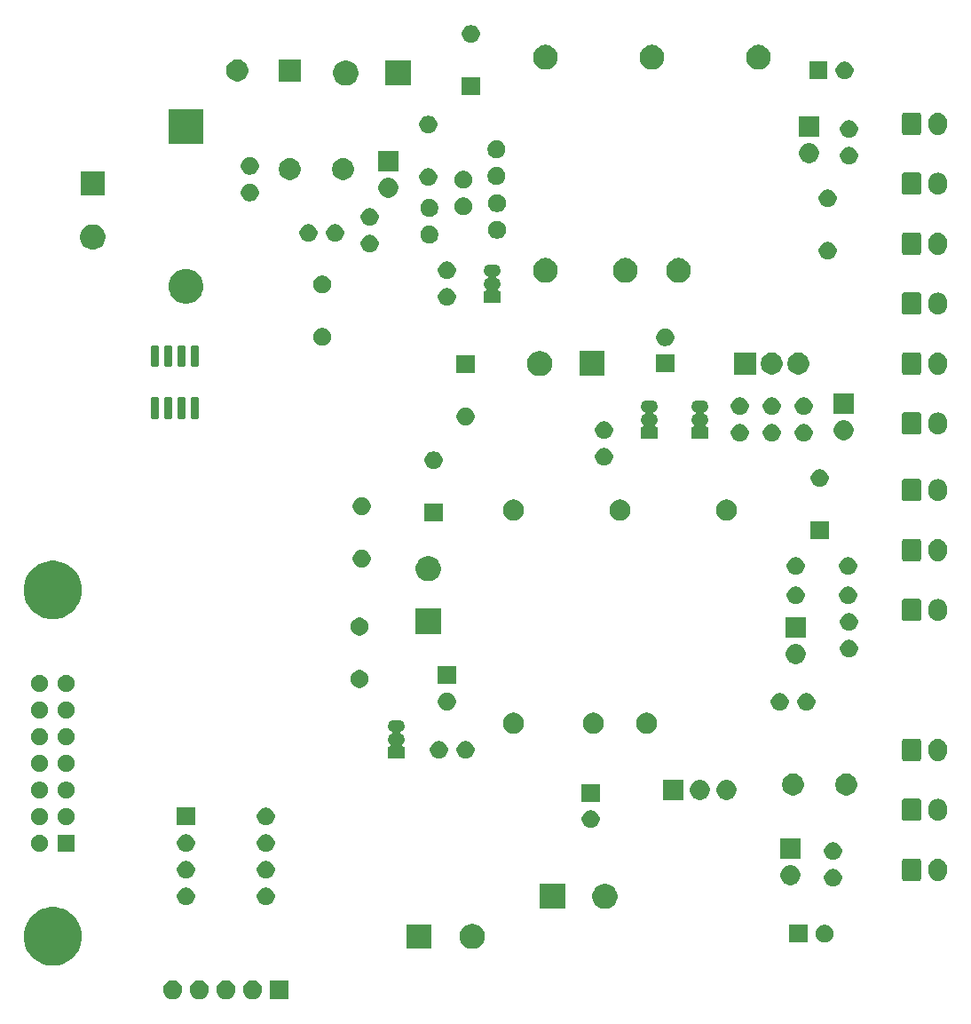
<source format=gts>
G04 #@! TF.GenerationSoftware,KiCad,Pcbnew,(5.1.5)-3*
G04 #@! TF.CreationDate,2020-01-30T13:27:47-05:00*
G04 #@! TF.ProjectId,psu-pcb,7073752d-7063-4622-9e6b-696361645f70,rev?*
G04 #@! TF.SameCoordinates,Original*
G04 #@! TF.FileFunction,Soldermask,Top*
G04 #@! TF.FilePolarity,Negative*
%FSLAX46Y46*%
G04 Gerber Fmt 4.6, Leading zero omitted, Abs format (unit mm)*
G04 Created by KiCad (PCBNEW (5.1.5)-3) date 2020-01-30 13:27:47*
%MOMM*%
%LPD*%
G04 APERTURE LIST*
%ADD10C,0.100000*%
G04 APERTURE END LIST*
D10*
G36*
X43293512Y-112133927D02*
G01*
X43442812Y-112163624D01*
X43606784Y-112231544D01*
X43754354Y-112330147D01*
X43879853Y-112455646D01*
X43978456Y-112603216D01*
X44046376Y-112767188D01*
X44081000Y-112941259D01*
X44081000Y-113118741D01*
X44046376Y-113292812D01*
X43978456Y-113456784D01*
X43879853Y-113604354D01*
X43754354Y-113729853D01*
X43606784Y-113828456D01*
X43442812Y-113896376D01*
X43293512Y-113926073D01*
X43268742Y-113931000D01*
X43091258Y-113931000D01*
X43066488Y-113926073D01*
X42917188Y-113896376D01*
X42753216Y-113828456D01*
X42605646Y-113729853D01*
X42480147Y-113604354D01*
X42381544Y-113456784D01*
X42313624Y-113292812D01*
X42279000Y-113118741D01*
X42279000Y-112941259D01*
X42313624Y-112767188D01*
X42381544Y-112603216D01*
X42480147Y-112455646D01*
X42605646Y-112330147D01*
X42753216Y-112231544D01*
X42917188Y-112163624D01*
X43066488Y-112133927D01*
X43091258Y-112129000D01*
X43268742Y-112129000D01*
X43293512Y-112133927D01*
G37*
G36*
X45833512Y-112133927D02*
G01*
X45982812Y-112163624D01*
X46146784Y-112231544D01*
X46294354Y-112330147D01*
X46419853Y-112455646D01*
X46518456Y-112603216D01*
X46586376Y-112767188D01*
X46621000Y-112941259D01*
X46621000Y-113118741D01*
X46586376Y-113292812D01*
X46518456Y-113456784D01*
X46419853Y-113604354D01*
X46294354Y-113729853D01*
X46146784Y-113828456D01*
X45982812Y-113896376D01*
X45833512Y-113926073D01*
X45808742Y-113931000D01*
X45631258Y-113931000D01*
X45606488Y-113926073D01*
X45457188Y-113896376D01*
X45293216Y-113828456D01*
X45145646Y-113729853D01*
X45020147Y-113604354D01*
X44921544Y-113456784D01*
X44853624Y-113292812D01*
X44819000Y-113118741D01*
X44819000Y-112941259D01*
X44853624Y-112767188D01*
X44921544Y-112603216D01*
X45020147Y-112455646D01*
X45145646Y-112330147D01*
X45293216Y-112231544D01*
X45457188Y-112163624D01*
X45606488Y-112133927D01*
X45631258Y-112129000D01*
X45808742Y-112129000D01*
X45833512Y-112133927D01*
G37*
G36*
X49161000Y-113931000D02*
G01*
X47359000Y-113931000D01*
X47359000Y-112129000D01*
X49161000Y-112129000D01*
X49161000Y-113931000D01*
G37*
G36*
X40753512Y-112133927D02*
G01*
X40902812Y-112163624D01*
X41066784Y-112231544D01*
X41214354Y-112330147D01*
X41339853Y-112455646D01*
X41438456Y-112603216D01*
X41506376Y-112767188D01*
X41541000Y-112941259D01*
X41541000Y-113118741D01*
X41506376Y-113292812D01*
X41438456Y-113456784D01*
X41339853Y-113604354D01*
X41214354Y-113729853D01*
X41066784Y-113828456D01*
X40902812Y-113896376D01*
X40753512Y-113926073D01*
X40728742Y-113931000D01*
X40551258Y-113931000D01*
X40526488Y-113926073D01*
X40377188Y-113896376D01*
X40213216Y-113828456D01*
X40065646Y-113729853D01*
X39940147Y-113604354D01*
X39841544Y-113456784D01*
X39773624Y-113292812D01*
X39739000Y-113118741D01*
X39739000Y-112941259D01*
X39773624Y-112767188D01*
X39841544Y-112603216D01*
X39940147Y-112455646D01*
X40065646Y-112330147D01*
X40213216Y-112231544D01*
X40377188Y-112163624D01*
X40526488Y-112133927D01*
X40551258Y-112129000D01*
X40728742Y-112129000D01*
X40753512Y-112133927D01*
G37*
G36*
X38213512Y-112133927D02*
G01*
X38362812Y-112163624D01*
X38526784Y-112231544D01*
X38674354Y-112330147D01*
X38799853Y-112455646D01*
X38898456Y-112603216D01*
X38966376Y-112767188D01*
X39001000Y-112941259D01*
X39001000Y-113118741D01*
X38966376Y-113292812D01*
X38898456Y-113456784D01*
X38799853Y-113604354D01*
X38674354Y-113729853D01*
X38526784Y-113828456D01*
X38362812Y-113896376D01*
X38213512Y-113926073D01*
X38188742Y-113931000D01*
X38011258Y-113931000D01*
X37986488Y-113926073D01*
X37837188Y-113896376D01*
X37673216Y-113828456D01*
X37525646Y-113729853D01*
X37400147Y-113604354D01*
X37301544Y-113456784D01*
X37233624Y-113292812D01*
X37199000Y-113118741D01*
X37199000Y-112941259D01*
X37233624Y-112767188D01*
X37301544Y-112603216D01*
X37400147Y-112455646D01*
X37525646Y-112330147D01*
X37673216Y-112231544D01*
X37837188Y-112163624D01*
X37986488Y-112133927D01*
X38011258Y-112129000D01*
X38188742Y-112129000D01*
X38213512Y-112133927D01*
G37*
G36*
X27121431Y-105204312D02*
G01*
X27481188Y-105275872D01*
X27638420Y-105341000D01*
X27987296Y-105485509D01*
X27987297Y-105485510D01*
X28442784Y-105789856D01*
X28830144Y-106177216D01*
X29033502Y-106481563D01*
X29134491Y-106632704D01*
X29201780Y-106795154D01*
X29344128Y-107138812D01*
X29451000Y-107676095D01*
X29451000Y-108223905D01*
X29353198Y-108715592D01*
X29344128Y-108761187D01*
X29134491Y-109267296D01*
X29134490Y-109267297D01*
X28830144Y-109722784D01*
X28442784Y-110110144D01*
X28138437Y-110313502D01*
X27987296Y-110414491D01*
X27690825Y-110537293D01*
X27481188Y-110624128D01*
X27212546Y-110677564D01*
X26943906Y-110731000D01*
X26396094Y-110731000D01*
X26127454Y-110677564D01*
X25858812Y-110624128D01*
X25649175Y-110537293D01*
X25352704Y-110414491D01*
X25201563Y-110313502D01*
X24897216Y-110110144D01*
X24509856Y-109722784D01*
X24205510Y-109267297D01*
X24205509Y-109267296D01*
X23995872Y-108761187D01*
X23986803Y-108715592D01*
X23889000Y-108223905D01*
X23889000Y-107676095D01*
X23995872Y-107138812D01*
X24138220Y-106795154D01*
X24205509Y-106632704D01*
X24306498Y-106481563D01*
X24509856Y-106177216D01*
X24897216Y-105789856D01*
X25352703Y-105485510D01*
X25352704Y-105485509D01*
X25701580Y-105341000D01*
X25858812Y-105275872D01*
X26218569Y-105204312D01*
X26396094Y-105169000D01*
X26943906Y-105169000D01*
X27121431Y-105204312D01*
G37*
G36*
X67025318Y-106795153D02*
G01*
X67243885Y-106885687D01*
X67243887Y-106885688D01*
X67440593Y-107017122D01*
X67607878Y-107184407D01*
X67680370Y-107292900D01*
X67739313Y-107381115D01*
X67829847Y-107599682D01*
X67876000Y-107831710D01*
X67876000Y-108068290D01*
X67829847Y-108300318D01*
X67806362Y-108357015D01*
X67739312Y-108518887D01*
X67607878Y-108715593D01*
X67440593Y-108882878D01*
X67243887Y-109014312D01*
X67243886Y-109014313D01*
X67243885Y-109014313D01*
X67025318Y-109104847D01*
X66793290Y-109151000D01*
X66556710Y-109151000D01*
X66324682Y-109104847D01*
X66106115Y-109014313D01*
X66106114Y-109014313D01*
X66106113Y-109014312D01*
X65909407Y-108882878D01*
X65742122Y-108715593D01*
X65610688Y-108518887D01*
X65543638Y-108357015D01*
X65520153Y-108300318D01*
X65474000Y-108068290D01*
X65474000Y-107831710D01*
X65520153Y-107599682D01*
X65610687Y-107381115D01*
X65669630Y-107292900D01*
X65742122Y-107184407D01*
X65909407Y-107017122D01*
X66106113Y-106885688D01*
X66106115Y-106885687D01*
X66324682Y-106795153D01*
X66556710Y-106749000D01*
X66793290Y-106749000D01*
X67025318Y-106795153D01*
G37*
G36*
X62746000Y-109101000D02*
G01*
X60444000Y-109101000D01*
X60444000Y-106799000D01*
X62746000Y-106799000D01*
X62746000Y-109101000D01*
G37*
G36*
X100538228Y-106877703D02*
G01*
X100693100Y-106941853D01*
X100832481Y-107034985D01*
X100951015Y-107153519D01*
X101044147Y-107292900D01*
X101108297Y-107447772D01*
X101141000Y-107612184D01*
X101141000Y-107779816D01*
X101108297Y-107944228D01*
X101044147Y-108099100D01*
X100951015Y-108238481D01*
X100832481Y-108357015D01*
X100693100Y-108450147D01*
X100538228Y-108514297D01*
X100373816Y-108547000D01*
X100206184Y-108547000D01*
X100041772Y-108514297D01*
X99886900Y-108450147D01*
X99747519Y-108357015D01*
X99628985Y-108238481D01*
X99535853Y-108099100D01*
X99471703Y-107944228D01*
X99439000Y-107779816D01*
X99439000Y-107612184D01*
X99471703Y-107447772D01*
X99535853Y-107292900D01*
X99628985Y-107153519D01*
X99747519Y-107034985D01*
X99886900Y-106941853D01*
X100041772Y-106877703D01*
X100206184Y-106845000D01*
X100373816Y-106845000D01*
X100538228Y-106877703D01*
G37*
G36*
X98641000Y-108547000D02*
G01*
X96939000Y-108547000D01*
X96939000Y-106845000D01*
X98641000Y-106845000D01*
X98641000Y-108547000D01*
G37*
G36*
X75536000Y-105341000D02*
G01*
X73134000Y-105341000D01*
X73134000Y-102939000D01*
X75536000Y-102939000D01*
X75536000Y-105341000D01*
G37*
G36*
X79685318Y-102985153D02*
G01*
X79863599Y-103059000D01*
X79903887Y-103075688D01*
X80100593Y-103207122D01*
X80267878Y-103374407D01*
X80337754Y-103478985D01*
X80399313Y-103571115D01*
X80489847Y-103789682D01*
X80536000Y-104021710D01*
X80536000Y-104258290D01*
X80489847Y-104490318D01*
X80410250Y-104682480D01*
X80399312Y-104708887D01*
X80267878Y-104905593D01*
X80100593Y-105072878D01*
X79903887Y-105204312D01*
X79903886Y-105204313D01*
X79903885Y-105204313D01*
X79685318Y-105294847D01*
X79453290Y-105341000D01*
X79216710Y-105341000D01*
X78984682Y-105294847D01*
X78766115Y-105204313D01*
X78766114Y-105204313D01*
X78766113Y-105204312D01*
X78569407Y-105072878D01*
X78402122Y-104905593D01*
X78270688Y-104708887D01*
X78259750Y-104682480D01*
X78180153Y-104490318D01*
X78134000Y-104258290D01*
X78134000Y-104021710D01*
X78180153Y-103789682D01*
X78270687Y-103571115D01*
X78332246Y-103478985D01*
X78402122Y-103374407D01*
X78569407Y-103207122D01*
X78766113Y-103075688D01*
X78806401Y-103059000D01*
X78984682Y-102985153D01*
X79216710Y-102939000D01*
X79453290Y-102939000D01*
X79685318Y-102985153D01*
G37*
G36*
X39618228Y-103321703D02*
G01*
X39773100Y-103385853D01*
X39912481Y-103478985D01*
X40031015Y-103597519D01*
X40124147Y-103736900D01*
X40188297Y-103891772D01*
X40221000Y-104056184D01*
X40221000Y-104223816D01*
X40188297Y-104388228D01*
X40124147Y-104543100D01*
X40031015Y-104682481D01*
X39912481Y-104801015D01*
X39773100Y-104894147D01*
X39618228Y-104958297D01*
X39453816Y-104991000D01*
X39286184Y-104991000D01*
X39121772Y-104958297D01*
X38966900Y-104894147D01*
X38827519Y-104801015D01*
X38708985Y-104682481D01*
X38615853Y-104543100D01*
X38551703Y-104388228D01*
X38519000Y-104223816D01*
X38519000Y-104056184D01*
X38551703Y-103891772D01*
X38615853Y-103736900D01*
X38708985Y-103597519D01*
X38827519Y-103478985D01*
X38966900Y-103385853D01*
X39121772Y-103321703D01*
X39286184Y-103289000D01*
X39453816Y-103289000D01*
X39618228Y-103321703D01*
G37*
G36*
X47238228Y-103321703D02*
G01*
X47393100Y-103385853D01*
X47532481Y-103478985D01*
X47651015Y-103597519D01*
X47744147Y-103736900D01*
X47808297Y-103891772D01*
X47841000Y-104056184D01*
X47841000Y-104223816D01*
X47808297Y-104388228D01*
X47744147Y-104543100D01*
X47651015Y-104682481D01*
X47532481Y-104801015D01*
X47393100Y-104894147D01*
X47238228Y-104958297D01*
X47073816Y-104991000D01*
X46906184Y-104991000D01*
X46741772Y-104958297D01*
X46586900Y-104894147D01*
X46447519Y-104801015D01*
X46328985Y-104682481D01*
X46235853Y-104543100D01*
X46171703Y-104388228D01*
X46139000Y-104223816D01*
X46139000Y-104056184D01*
X46171703Y-103891772D01*
X46235853Y-103736900D01*
X46328985Y-103597519D01*
X46447519Y-103478985D01*
X46586900Y-103385853D01*
X46741772Y-103321703D01*
X46906184Y-103289000D01*
X47073816Y-103289000D01*
X47238228Y-103321703D01*
G37*
G36*
X101340228Y-101543703D02*
G01*
X101495100Y-101607853D01*
X101634481Y-101700985D01*
X101753015Y-101819519D01*
X101846147Y-101958900D01*
X101910297Y-102113772D01*
X101943000Y-102278184D01*
X101943000Y-102445816D01*
X101910297Y-102610228D01*
X101846147Y-102765100D01*
X101753015Y-102904481D01*
X101634481Y-103023015D01*
X101495100Y-103116147D01*
X101340228Y-103180297D01*
X101175816Y-103213000D01*
X101008184Y-103213000D01*
X100843772Y-103180297D01*
X100688900Y-103116147D01*
X100549519Y-103023015D01*
X100430985Y-102904481D01*
X100337853Y-102765100D01*
X100273703Y-102610228D01*
X100241000Y-102445816D01*
X100241000Y-102278184D01*
X100273703Y-102113772D01*
X100337853Y-101958900D01*
X100430985Y-101819519D01*
X100549519Y-101700985D01*
X100688900Y-101607853D01*
X100843772Y-101543703D01*
X101008184Y-101511000D01*
X101175816Y-101511000D01*
X101340228Y-101543703D01*
G37*
G36*
X97305395Y-101193546D02*
G01*
X97478466Y-101265234D01*
X97490651Y-101273376D01*
X97634227Y-101369310D01*
X97766690Y-101501773D01*
X97794708Y-101543705D01*
X97870766Y-101657534D01*
X97942454Y-101830605D01*
X97979000Y-102014333D01*
X97979000Y-102201667D01*
X97942454Y-102385395D01*
X97870766Y-102558466D01*
X97852073Y-102586442D01*
X97766690Y-102714227D01*
X97634227Y-102846690D01*
X97555818Y-102899081D01*
X97478466Y-102950766D01*
X97305395Y-103022454D01*
X97121667Y-103059000D01*
X96934333Y-103059000D01*
X96750605Y-103022454D01*
X96577534Y-102950766D01*
X96500182Y-102899081D01*
X96421773Y-102846690D01*
X96289310Y-102714227D01*
X96203927Y-102586442D01*
X96185234Y-102558466D01*
X96113546Y-102385395D01*
X96077000Y-102201667D01*
X96077000Y-102014333D01*
X96113546Y-101830605D01*
X96185234Y-101657534D01*
X96261292Y-101543705D01*
X96289310Y-101501773D01*
X96421773Y-101369310D01*
X96565349Y-101273376D01*
X96577534Y-101265234D01*
X96750605Y-101193546D01*
X96934333Y-101157000D01*
X97121667Y-101157000D01*
X97305395Y-101193546D01*
G37*
G36*
X111261626Y-100562037D02*
G01*
X111431465Y-100613557D01*
X111431467Y-100613558D01*
X111587989Y-100697221D01*
X111725186Y-100809814D01*
X111808448Y-100911271D01*
X111837778Y-100947009D01*
X111921443Y-101103534D01*
X111972963Y-101273373D01*
X111986000Y-101405742D01*
X111986000Y-101794257D01*
X111972963Y-101926626D01*
X111921443Y-102096466D01*
X111837778Y-102252991D01*
X111808448Y-102288729D01*
X111725186Y-102390186D01*
X111630250Y-102468097D01*
X111587991Y-102502778D01*
X111431466Y-102586443D01*
X111261627Y-102637963D01*
X111085000Y-102655359D01*
X110908374Y-102637963D01*
X110738535Y-102586443D01*
X110582010Y-102502778D01*
X110444815Y-102390185D01*
X110332222Y-102252991D01*
X110248557Y-102096466D01*
X110197037Y-101926627D01*
X110184000Y-101794258D01*
X110184000Y-101405743D01*
X110197037Y-101273374D01*
X110248557Y-101103535D01*
X110332222Y-100947010D01*
X110338808Y-100938985D01*
X110444814Y-100809814D01*
X110546271Y-100726552D01*
X110582009Y-100697222D01*
X110738534Y-100613557D01*
X110908373Y-100562037D01*
X111085000Y-100544641D01*
X111261626Y-100562037D01*
G37*
G36*
X109343600Y-100552989D02*
G01*
X109376652Y-100563015D01*
X109407103Y-100579292D01*
X109433799Y-100601201D01*
X109455708Y-100627897D01*
X109471985Y-100658348D01*
X109482011Y-100691400D01*
X109486000Y-100731903D01*
X109486000Y-102468097D01*
X109482011Y-102508600D01*
X109471985Y-102541652D01*
X109455708Y-102572103D01*
X109433799Y-102598799D01*
X109407103Y-102620708D01*
X109376652Y-102636985D01*
X109343600Y-102647011D01*
X109303097Y-102651000D01*
X107866903Y-102651000D01*
X107826400Y-102647011D01*
X107793348Y-102636985D01*
X107762897Y-102620708D01*
X107736201Y-102598799D01*
X107714292Y-102572103D01*
X107698015Y-102541652D01*
X107687989Y-102508600D01*
X107684000Y-102468097D01*
X107684000Y-100731903D01*
X107687989Y-100691400D01*
X107698015Y-100658348D01*
X107714292Y-100627897D01*
X107736201Y-100601201D01*
X107762897Y-100579292D01*
X107793348Y-100563015D01*
X107826400Y-100552989D01*
X107866903Y-100549000D01*
X109303097Y-100549000D01*
X109343600Y-100552989D01*
G37*
G36*
X47238228Y-100781703D02*
G01*
X47393100Y-100845853D01*
X47532481Y-100938985D01*
X47651015Y-101057519D01*
X47744147Y-101196900D01*
X47808297Y-101351772D01*
X47841000Y-101516184D01*
X47841000Y-101683816D01*
X47808297Y-101848228D01*
X47744147Y-102003100D01*
X47651015Y-102142481D01*
X47532481Y-102261015D01*
X47393100Y-102354147D01*
X47238228Y-102418297D01*
X47073816Y-102451000D01*
X46906184Y-102451000D01*
X46741772Y-102418297D01*
X46586900Y-102354147D01*
X46447519Y-102261015D01*
X46328985Y-102142481D01*
X46235853Y-102003100D01*
X46171703Y-101848228D01*
X46139000Y-101683816D01*
X46139000Y-101516184D01*
X46171703Y-101351772D01*
X46235853Y-101196900D01*
X46328985Y-101057519D01*
X46447519Y-100938985D01*
X46586900Y-100845853D01*
X46741772Y-100781703D01*
X46906184Y-100749000D01*
X47073816Y-100749000D01*
X47238228Y-100781703D01*
G37*
G36*
X39618228Y-100781703D02*
G01*
X39773100Y-100845853D01*
X39912481Y-100938985D01*
X40031015Y-101057519D01*
X40124147Y-101196900D01*
X40188297Y-101351772D01*
X40221000Y-101516184D01*
X40221000Y-101683816D01*
X40188297Y-101848228D01*
X40124147Y-102003100D01*
X40031015Y-102142481D01*
X39912481Y-102261015D01*
X39773100Y-102354147D01*
X39618228Y-102418297D01*
X39453816Y-102451000D01*
X39286184Y-102451000D01*
X39121772Y-102418297D01*
X38966900Y-102354147D01*
X38827519Y-102261015D01*
X38708985Y-102142481D01*
X38615853Y-102003100D01*
X38551703Y-101848228D01*
X38519000Y-101683816D01*
X38519000Y-101516184D01*
X38551703Y-101351772D01*
X38615853Y-101196900D01*
X38708985Y-101057519D01*
X38827519Y-100938985D01*
X38966900Y-100845853D01*
X39121772Y-100781703D01*
X39286184Y-100749000D01*
X39453816Y-100749000D01*
X39618228Y-100781703D01*
G37*
G36*
X101340228Y-99003703D02*
G01*
X101495100Y-99067853D01*
X101634481Y-99160985D01*
X101753015Y-99279519D01*
X101846147Y-99418900D01*
X101910297Y-99573772D01*
X101943000Y-99738184D01*
X101943000Y-99905816D01*
X101910297Y-100070228D01*
X101846147Y-100225100D01*
X101753015Y-100364481D01*
X101634481Y-100483015D01*
X101495100Y-100576147D01*
X101340228Y-100640297D01*
X101175816Y-100673000D01*
X101008184Y-100673000D01*
X100843772Y-100640297D01*
X100688900Y-100576147D01*
X100549519Y-100483015D01*
X100430985Y-100364481D01*
X100337853Y-100225100D01*
X100273703Y-100070228D01*
X100241000Y-99905816D01*
X100241000Y-99738184D01*
X100273703Y-99573772D01*
X100337853Y-99418900D01*
X100430985Y-99279519D01*
X100549519Y-99160985D01*
X100688900Y-99067853D01*
X100843772Y-99003703D01*
X101008184Y-98971000D01*
X101175816Y-98971000D01*
X101340228Y-99003703D01*
G37*
G36*
X97979000Y-100519000D02*
G01*
X96077000Y-100519000D01*
X96077000Y-98617000D01*
X97979000Y-98617000D01*
X97979000Y-100519000D01*
G37*
G36*
X47238228Y-98241703D02*
G01*
X47393100Y-98305853D01*
X47532481Y-98398985D01*
X47651015Y-98517519D01*
X47744147Y-98656900D01*
X47808297Y-98811772D01*
X47841000Y-98976184D01*
X47841000Y-99143816D01*
X47808297Y-99308228D01*
X47744147Y-99463100D01*
X47651015Y-99602481D01*
X47532481Y-99721015D01*
X47393100Y-99814147D01*
X47238228Y-99878297D01*
X47073816Y-99911000D01*
X46906184Y-99911000D01*
X46741772Y-99878297D01*
X46586900Y-99814147D01*
X46447519Y-99721015D01*
X46328985Y-99602481D01*
X46235853Y-99463100D01*
X46171703Y-99308228D01*
X46139000Y-99143816D01*
X46139000Y-98976184D01*
X46171703Y-98811772D01*
X46235853Y-98656900D01*
X46328985Y-98517519D01*
X46447519Y-98398985D01*
X46586900Y-98305853D01*
X46741772Y-98241703D01*
X46906184Y-98209000D01*
X47073816Y-98209000D01*
X47238228Y-98241703D01*
G37*
G36*
X39618228Y-98241703D02*
G01*
X39773100Y-98305853D01*
X39912481Y-98398985D01*
X40031015Y-98517519D01*
X40124147Y-98656900D01*
X40188297Y-98811772D01*
X40221000Y-98976184D01*
X40221000Y-99143816D01*
X40188297Y-99308228D01*
X40124147Y-99463100D01*
X40031015Y-99602481D01*
X39912481Y-99721015D01*
X39773100Y-99814147D01*
X39618228Y-99878297D01*
X39453816Y-99911000D01*
X39286184Y-99911000D01*
X39121772Y-99878297D01*
X38966900Y-99814147D01*
X38827519Y-99721015D01*
X38708985Y-99602481D01*
X38615853Y-99463100D01*
X38551703Y-99308228D01*
X38519000Y-99143816D01*
X38519000Y-98976184D01*
X38551703Y-98811772D01*
X38615853Y-98656900D01*
X38708985Y-98517519D01*
X38827519Y-98398985D01*
X38966900Y-98305853D01*
X39121772Y-98241703D01*
X39286184Y-98209000D01*
X39453816Y-98209000D01*
X39618228Y-98241703D01*
G37*
G36*
X25636560Y-98280166D02*
G01*
X25784153Y-98341301D01*
X25870483Y-98398985D01*
X25916982Y-98430055D01*
X26029945Y-98543018D01*
X26118700Y-98675849D01*
X26179834Y-98823440D01*
X26211000Y-98980122D01*
X26211000Y-99139878D01*
X26183224Y-99279519D01*
X26179834Y-99296560D01*
X26118699Y-99444153D01*
X26029945Y-99576982D01*
X25916982Y-99689945D01*
X25784153Y-99778699D01*
X25784152Y-99778700D01*
X25784151Y-99778700D01*
X25636560Y-99839834D01*
X25479878Y-99871000D01*
X25320122Y-99871000D01*
X25163440Y-99839834D01*
X25015849Y-99778700D01*
X25015848Y-99778700D01*
X25015847Y-99778699D01*
X24883018Y-99689945D01*
X24770055Y-99576982D01*
X24681301Y-99444153D01*
X24620166Y-99296560D01*
X24616776Y-99279519D01*
X24589000Y-99139878D01*
X24589000Y-98980122D01*
X24620166Y-98823440D01*
X24681300Y-98675849D01*
X24770055Y-98543018D01*
X24883018Y-98430055D01*
X24929517Y-98398985D01*
X25015847Y-98341301D01*
X25163440Y-98280166D01*
X25320122Y-98249000D01*
X25479878Y-98249000D01*
X25636560Y-98280166D01*
G37*
G36*
X28751000Y-99871000D02*
G01*
X27129000Y-99871000D01*
X27129000Y-98249000D01*
X28751000Y-98249000D01*
X28751000Y-99871000D01*
G37*
G36*
X78226228Y-95955703D02*
G01*
X78381100Y-96019853D01*
X78520481Y-96112985D01*
X78639015Y-96231519D01*
X78732147Y-96370900D01*
X78796297Y-96525772D01*
X78829000Y-96690184D01*
X78829000Y-96857816D01*
X78796297Y-97022228D01*
X78732147Y-97177100D01*
X78639015Y-97316481D01*
X78520481Y-97435015D01*
X78381100Y-97528147D01*
X78226228Y-97592297D01*
X78061816Y-97625000D01*
X77894184Y-97625000D01*
X77729772Y-97592297D01*
X77574900Y-97528147D01*
X77435519Y-97435015D01*
X77316985Y-97316481D01*
X77223853Y-97177100D01*
X77159703Y-97022228D01*
X77127000Y-96857816D01*
X77127000Y-96690184D01*
X77159703Y-96525772D01*
X77223853Y-96370900D01*
X77316985Y-96231519D01*
X77435519Y-96112985D01*
X77574900Y-96019853D01*
X77729772Y-95955703D01*
X77894184Y-95923000D01*
X78061816Y-95923000D01*
X78226228Y-95955703D01*
G37*
G36*
X40221000Y-97371000D02*
G01*
X38519000Y-97371000D01*
X38519000Y-95669000D01*
X40221000Y-95669000D01*
X40221000Y-97371000D01*
G37*
G36*
X47238228Y-95701703D02*
G01*
X47393100Y-95765853D01*
X47532481Y-95858985D01*
X47651015Y-95977519D01*
X47744147Y-96116900D01*
X47808297Y-96271772D01*
X47841000Y-96436184D01*
X47841000Y-96603816D01*
X47808297Y-96768228D01*
X47744147Y-96923100D01*
X47651015Y-97062481D01*
X47532481Y-97181015D01*
X47393100Y-97274147D01*
X47238228Y-97338297D01*
X47073816Y-97371000D01*
X46906184Y-97371000D01*
X46741772Y-97338297D01*
X46586900Y-97274147D01*
X46447519Y-97181015D01*
X46328985Y-97062481D01*
X46235853Y-96923100D01*
X46171703Y-96768228D01*
X46139000Y-96603816D01*
X46139000Y-96436184D01*
X46171703Y-96271772D01*
X46235853Y-96116900D01*
X46328985Y-95977519D01*
X46447519Y-95858985D01*
X46586900Y-95765853D01*
X46741772Y-95701703D01*
X46906184Y-95669000D01*
X47073816Y-95669000D01*
X47238228Y-95701703D01*
G37*
G36*
X28176560Y-95740166D02*
G01*
X28324153Y-95801301D01*
X28456982Y-95890055D01*
X28569945Y-96003018D01*
X28620889Y-96079260D01*
X28658700Y-96135849D01*
X28719834Y-96283440D01*
X28751000Y-96440122D01*
X28751000Y-96599878D01*
X28719834Y-96756560D01*
X28677893Y-96857816D01*
X28658699Y-96904153D01*
X28569945Y-97036982D01*
X28456982Y-97149945D01*
X28324153Y-97238699D01*
X28324152Y-97238700D01*
X28324151Y-97238700D01*
X28176560Y-97299834D01*
X28019878Y-97331000D01*
X27860122Y-97331000D01*
X27703440Y-97299834D01*
X27555849Y-97238700D01*
X27555848Y-97238700D01*
X27555847Y-97238699D01*
X27423018Y-97149945D01*
X27310055Y-97036982D01*
X27221301Y-96904153D01*
X27202108Y-96857816D01*
X27160166Y-96756560D01*
X27129000Y-96599878D01*
X27129000Y-96440122D01*
X27160166Y-96283440D01*
X27221300Y-96135849D01*
X27259112Y-96079260D01*
X27310055Y-96003018D01*
X27423018Y-95890055D01*
X27555847Y-95801301D01*
X27703440Y-95740166D01*
X27860122Y-95709000D01*
X28019878Y-95709000D01*
X28176560Y-95740166D01*
G37*
G36*
X25636560Y-95740166D02*
G01*
X25784153Y-95801301D01*
X25916982Y-95890055D01*
X26029945Y-96003018D01*
X26080889Y-96079260D01*
X26118700Y-96135849D01*
X26179834Y-96283440D01*
X26211000Y-96440122D01*
X26211000Y-96599878D01*
X26179834Y-96756560D01*
X26137893Y-96857816D01*
X26118699Y-96904153D01*
X26029945Y-97036982D01*
X25916982Y-97149945D01*
X25784153Y-97238699D01*
X25784152Y-97238700D01*
X25784151Y-97238700D01*
X25636560Y-97299834D01*
X25479878Y-97331000D01*
X25320122Y-97331000D01*
X25163440Y-97299834D01*
X25015849Y-97238700D01*
X25015848Y-97238700D01*
X25015847Y-97238699D01*
X24883018Y-97149945D01*
X24770055Y-97036982D01*
X24681301Y-96904153D01*
X24662108Y-96857816D01*
X24620166Y-96756560D01*
X24589000Y-96599878D01*
X24589000Y-96440122D01*
X24620166Y-96283440D01*
X24681300Y-96135849D01*
X24719112Y-96079260D01*
X24770055Y-96003018D01*
X24883018Y-95890055D01*
X25015847Y-95801301D01*
X25163440Y-95740166D01*
X25320122Y-95709000D01*
X25479878Y-95709000D01*
X25636560Y-95740166D01*
G37*
G36*
X111261626Y-94847037D02*
G01*
X111431465Y-94898557D01*
X111431467Y-94898558D01*
X111587989Y-94982221D01*
X111725186Y-95094814D01*
X111808448Y-95196271D01*
X111837778Y-95232009D01*
X111921443Y-95388534D01*
X111972963Y-95558373D01*
X111986000Y-95690742D01*
X111986000Y-96079257D01*
X111972963Y-96211626D01*
X111921443Y-96381466D01*
X111837778Y-96537991D01*
X111808448Y-96573729D01*
X111725186Y-96675186D01*
X111630250Y-96753097D01*
X111587991Y-96787778D01*
X111431466Y-96871443D01*
X111261627Y-96922963D01*
X111085000Y-96940359D01*
X110908374Y-96922963D01*
X110738535Y-96871443D01*
X110582010Y-96787778D01*
X110444815Y-96675185D01*
X110332222Y-96537991D01*
X110248557Y-96381466D01*
X110197037Y-96211627D01*
X110184000Y-96079258D01*
X110184000Y-95690743D01*
X110197037Y-95558374D01*
X110248557Y-95388535D01*
X110332222Y-95232010D01*
X110332223Y-95232009D01*
X110444814Y-95094814D01*
X110546271Y-95011552D01*
X110582009Y-94982222D01*
X110738534Y-94898557D01*
X110908373Y-94847037D01*
X111085000Y-94829641D01*
X111261626Y-94847037D01*
G37*
G36*
X109343600Y-94837989D02*
G01*
X109376652Y-94848015D01*
X109407103Y-94864292D01*
X109433799Y-94886201D01*
X109455708Y-94912897D01*
X109471985Y-94943348D01*
X109482011Y-94976400D01*
X109486000Y-95016903D01*
X109486000Y-96753097D01*
X109482011Y-96793600D01*
X109471985Y-96826652D01*
X109455708Y-96857103D01*
X109433799Y-96883799D01*
X109407103Y-96905708D01*
X109376652Y-96921985D01*
X109343600Y-96932011D01*
X109303097Y-96936000D01*
X107866903Y-96936000D01*
X107826400Y-96932011D01*
X107793348Y-96921985D01*
X107762897Y-96905708D01*
X107736201Y-96883799D01*
X107714292Y-96857103D01*
X107698015Y-96826652D01*
X107687989Y-96793600D01*
X107684000Y-96753097D01*
X107684000Y-95016903D01*
X107687989Y-94976400D01*
X107698015Y-94943348D01*
X107714292Y-94912897D01*
X107736201Y-94886201D01*
X107762897Y-94864292D01*
X107793348Y-94848015D01*
X107826400Y-94837989D01*
X107866903Y-94834000D01*
X109303097Y-94834000D01*
X109343600Y-94837989D01*
G37*
G36*
X78829000Y-95125000D02*
G01*
X77127000Y-95125000D01*
X77127000Y-93423000D01*
X78829000Y-93423000D01*
X78829000Y-95125000D01*
G37*
G36*
X88669395Y-93065546D02*
G01*
X88842466Y-93137234D01*
X88884673Y-93165436D01*
X88998227Y-93241310D01*
X89130690Y-93373773D01*
X89130691Y-93373775D01*
X89234766Y-93529534D01*
X89306454Y-93702605D01*
X89343000Y-93886333D01*
X89343000Y-94073667D01*
X89306454Y-94257395D01*
X89234766Y-94430466D01*
X89234765Y-94430467D01*
X89130690Y-94586227D01*
X88998227Y-94718690D01*
X88936650Y-94759834D01*
X88842466Y-94822766D01*
X88669395Y-94894454D01*
X88485667Y-94931000D01*
X88298333Y-94931000D01*
X88114605Y-94894454D01*
X87941534Y-94822766D01*
X87847350Y-94759834D01*
X87785773Y-94718690D01*
X87653310Y-94586227D01*
X87549235Y-94430467D01*
X87549234Y-94430466D01*
X87477546Y-94257395D01*
X87441000Y-94073667D01*
X87441000Y-93886333D01*
X87477546Y-93702605D01*
X87549234Y-93529534D01*
X87653309Y-93373775D01*
X87653310Y-93373773D01*
X87785773Y-93241310D01*
X87899327Y-93165436D01*
X87941534Y-93137234D01*
X88114605Y-93065546D01*
X88298333Y-93029000D01*
X88485667Y-93029000D01*
X88669395Y-93065546D01*
G37*
G36*
X86803000Y-94931000D02*
G01*
X84901000Y-94931000D01*
X84901000Y-93029000D01*
X86803000Y-93029000D01*
X86803000Y-94931000D01*
G37*
G36*
X91209395Y-93065546D02*
G01*
X91382466Y-93137234D01*
X91424673Y-93165436D01*
X91538227Y-93241310D01*
X91670690Y-93373773D01*
X91670691Y-93373775D01*
X91774766Y-93529534D01*
X91846454Y-93702605D01*
X91883000Y-93886333D01*
X91883000Y-94073667D01*
X91846454Y-94257395D01*
X91774766Y-94430466D01*
X91774765Y-94430467D01*
X91670690Y-94586227D01*
X91538227Y-94718690D01*
X91476650Y-94759834D01*
X91382466Y-94822766D01*
X91209395Y-94894454D01*
X91025667Y-94931000D01*
X90838333Y-94931000D01*
X90654605Y-94894454D01*
X90481534Y-94822766D01*
X90387350Y-94759834D01*
X90325773Y-94718690D01*
X90193310Y-94586227D01*
X90089235Y-94430467D01*
X90089234Y-94430466D01*
X90017546Y-94257395D01*
X89981000Y-94073667D01*
X89981000Y-93886333D01*
X90017546Y-93702605D01*
X90089234Y-93529534D01*
X90193309Y-93373775D01*
X90193310Y-93373773D01*
X90325773Y-93241310D01*
X90439327Y-93165436D01*
X90481534Y-93137234D01*
X90654605Y-93065546D01*
X90838333Y-93029000D01*
X91025667Y-93029000D01*
X91209395Y-93065546D01*
G37*
G36*
X25636560Y-93200166D02*
G01*
X25735891Y-93241310D01*
X25784153Y-93261301D01*
X25916982Y-93350055D01*
X26029945Y-93463018D01*
X26118700Y-93595849D01*
X26179834Y-93743440D01*
X26211000Y-93900122D01*
X26211000Y-94059878D01*
X26208257Y-94073667D01*
X26179834Y-94216560D01*
X26118699Y-94364153D01*
X26029945Y-94496982D01*
X25916982Y-94609945D01*
X25784153Y-94698699D01*
X25784152Y-94698700D01*
X25784151Y-94698700D01*
X25636560Y-94759834D01*
X25479878Y-94791000D01*
X25320122Y-94791000D01*
X25163440Y-94759834D01*
X25015849Y-94698700D01*
X25015848Y-94698700D01*
X25015847Y-94698699D01*
X24883018Y-94609945D01*
X24770055Y-94496982D01*
X24681301Y-94364153D01*
X24620166Y-94216560D01*
X24591743Y-94073667D01*
X24589000Y-94059878D01*
X24589000Y-93900122D01*
X24620166Y-93743440D01*
X24681300Y-93595849D01*
X24770055Y-93463018D01*
X24883018Y-93350055D01*
X25015847Y-93261301D01*
X25064110Y-93241310D01*
X25163440Y-93200166D01*
X25320122Y-93169000D01*
X25479878Y-93169000D01*
X25636560Y-93200166D01*
G37*
G36*
X28176560Y-93200166D02*
G01*
X28275891Y-93241310D01*
X28324153Y-93261301D01*
X28456982Y-93350055D01*
X28569945Y-93463018D01*
X28658700Y-93595849D01*
X28719834Y-93743440D01*
X28751000Y-93900122D01*
X28751000Y-94059878D01*
X28748257Y-94073667D01*
X28719834Y-94216560D01*
X28658699Y-94364153D01*
X28569945Y-94496982D01*
X28456982Y-94609945D01*
X28324153Y-94698699D01*
X28324152Y-94698700D01*
X28324151Y-94698700D01*
X28176560Y-94759834D01*
X28019878Y-94791000D01*
X27860122Y-94791000D01*
X27703440Y-94759834D01*
X27555849Y-94698700D01*
X27555848Y-94698700D01*
X27555847Y-94698699D01*
X27423018Y-94609945D01*
X27310055Y-94496982D01*
X27221301Y-94364153D01*
X27160166Y-94216560D01*
X27131743Y-94073667D01*
X27129000Y-94059878D01*
X27129000Y-93900122D01*
X27160166Y-93743440D01*
X27221300Y-93595849D01*
X27310055Y-93463018D01*
X27423018Y-93350055D01*
X27555847Y-93261301D01*
X27604110Y-93241310D01*
X27703440Y-93200166D01*
X27860122Y-93169000D01*
X28019878Y-93169000D01*
X28176560Y-93200166D01*
G37*
G36*
X97588564Y-92461389D02*
G01*
X97779833Y-92540615D01*
X97779835Y-92540616D01*
X97951973Y-92655635D01*
X98098365Y-92802027D01*
X98213385Y-92974167D01*
X98292611Y-93165436D01*
X98333000Y-93368484D01*
X98333000Y-93575516D01*
X98292611Y-93778564D01*
X98213385Y-93969833D01*
X98213384Y-93969835D01*
X98098365Y-94141973D01*
X97951973Y-94288365D01*
X97779835Y-94403384D01*
X97779834Y-94403385D01*
X97779833Y-94403385D01*
X97588564Y-94482611D01*
X97385516Y-94523000D01*
X97178484Y-94523000D01*
X96975436Y-94482611D01*
X96784167Y-94403385D01*
X96784166Y-94403385D01*
X96784165Y-94403384D01*
X96612027Y-94288365D01*
X96465635Y-94141973D01*
X96350616Y-93969835D01*
X96350615Y-93969833D01*
X96271389Y-93778564D01*
X96231000Y-93575516D01*
X96231000Y-93368484D01*
X96271389Y-93165436D01*
X96350615Y-92974167D01*
X96465635Y-92802027D01*
X96612027Y-92655635D01*
X96784165Y-92540616D01*
X96784167Y-92540615D01*
X96975436Y-92461389D01*
X97178484Y-92421000D01*
X97385516Y-92421000D01*
X97588564Y-92461389D01*
G37*
G36*
X102668564Y-92461389D02*
G01*
X102859833Y-92540615D01*
X102859835Y-92540616D01*
X103031973Y-92655635D01*
X103178365Y-92802027D01*
X103293385Y-92974167D01*
X103372611Y-93165436D01*
X103413000Y-93368484D01*
X103413000Y-93575516D01*
X103372611Y-93778564D01*
X103293385Y-93969833D01*
X103293384Y-93969835D01*
X103178365Y-94141973D01*
X103031973Y-94288365D01*
X102859835Y-94403384D01*
X102859834Y-94403385D01*
X102859833Y-94403385D01*
X102668564Y-94482611D01*
X102465516Y-94523000D01*
X102258484Y-94523000D01*
X102055436Y-94482611D01*
X101864167Y-94403385D01*
X101864166Y-94403385D01*
X101864165Y-94403384D01*
X101692027Y-94288365D01*
X101545635Y-94141973D01*
X101430616Y-93969835D01*
X101430615Y-93969833D01*
X101351389Y-93778564D01*
X101311000Y-93575516D01*
X101311000Y-93368484D01*
X101351389Y-93165436D01*
X101430615Y-92974167D01*
X101545635Y-92802027D01*
X101692027Y-92655635D01*
X101864165Y-92540616D01*
X101864167Y-92540615D01*
X102055436Y-92461389D01*
X102258484Y-92421000D01*
X102465516Y-92421000D01*
X102668564Y-92461389D01*
G37*
G36*
X28176560Y-90660166D02*
G01*
X28302858Y-90712480D01*
X28324153Y-90721301D01*
X28456982Y-90810055D01*
X28569945Y-90923018D01*
X28646839Y-91038097D01*
X28658700Y-91055849D01*
X28668124Y-91078600D01*
X28719834Y-91203440D01*
X28751000Y-91360123D01*
X28751000Y-91519877D01*
X28719834Y-91676560D01*
X28658699Y-91824153D01*
X28569945Y-91956982D01*
X28456982Y-92069945D01*
X28324153Y-92158699D01*
X28324152Y-92158700D01*
X28324151Y-92158700D01*
X28176560Y-92219834D01*
X28019878Y-92251000D01*
X27860122Y-92251000D01*
X27703440Y-92219834D01*
X27555849Y-92158700D01*
X27555848Y-92158700D01*
X27555847Y-92158699D01*
X27423018Y-92069945D01*
X27310055Y-91956982D01*
X27221301Y-91824153D01*
X27160166Y-91676560D01*
X27129000Y-91519877D01*
X27129000Y-91360123D01*
X27160166Y-91203440D01*
X27211876Y-91078600D01*
X27221300Y-91055849D01*
X27233162Y-91038097D01*
X27310055Y-90923018D01*
X27423018Y-90810055D01*
X27555847Y-90721301D01*
X27577143Y-90712480D01*
X27703440Y-90660166D01*
X27860122Y-90629000D01*
X28019878Y-90629000D01*
X28176560Y-90660166D01*
G37*
G36*
X25636560Y-90660166D02*
G01*
X25762858Y-90712480D01*
X25784153Y-90721301D01*
X25916982Y-90810055D01*
X26029945Y-90923018D01*
X26106839Y-91038097D01*
X26118700Y-91055849D01*
X26128124Y-91078600D01*
X26179834Y-91203440D01*
X26211000Y-91360123D01*
X26211000Y-91519877D01*
X26179834Y-91676560D01*
X26118699Y-91824153D01*
X26029945Y-91956982D01*
X25916982Y-92069945D01*
X25784153Y-92158699D01*
X25784152Y-92158700D01*
X25784151Y-92158700D01*
X25636560Y-92219834D01*
X25479878Y-92251000D01*
X25320122Y-92251000D01*
X25163440Y-92219834D01*
X25015849Y-92158700D01*
X25015848Y-92158700D01*
X25015847Y-92158699D01*
X24883018Y-92069945D01*
X24770055Y-91956982D01*
X24681301Y-91824153D01*
X24620166Y-91676560D01*
X24589000Y-91519877D01*
X24589000Y-91360123D01*
X24620166Y-91203440D01*
X24671876Y-91078600D01*
X24681300Y-91055849D01*
X24693162Y-91038097D01*
X24770055Y-90923018D01*
X24883018Y-90810055D01*
X25015847Y-90721301D01*
X25037143Y-90712480D01*
X25163440Y-90660166D01*
X25320122Y-90629000D01*
X25479878Y-90629000D01*
X25636560Y-90660166D01*
G37*
G36*
X111261626Y-89132037D02*
G01*
X111431465Y-89183557D01*
X111431467Y-89183558D01*
X111587989Y-89267221D01*
X111725186Y-89379814D01*
X111803757Y-89475555D01*
X111837778Y-89517009D01*
X111921443Y-89673534D01*
X111972963Y-89843373D01*
X111986000Y-89975742D01*
X111986000Y-90364257D01*
X111972963Y-90496626D01*
X111921443Y-90666466D01*
X111837778Y-90822991D01*
X111808448Y-90858729D01*
X111725186Y-90960186D01*
X111630250Y-91038097D01*
X111587991Y-91072778D01*
X111431466Y-91156443D01*
X111261627Y-91207963D01*
X111085000Y-91225359D01*
X110908374Y-91207963D01*
X110738535Y-91156443D01*
X110582010Y-91072778D01*
X110444815Y-90960185D01*
X110332222Y-90822991D01*
X110248557Y-90666466D01*
X110197037Y-90496627D01*
X110184000Y-90364258D01*
X110184000Y-89975743D01*
X110197037Y-89843374D01*
X110248557Y-89673535D01*
X110253612Y-89664077D01*
X110332221Y-89517011D01*
X110444814Y-89379814D01*
X110561381Y-89284151D01*
X110582009Y-89267222D01*
X110738534Y-89183557D01*
X110908373Y-89132037D01*
X111085000Y-89114641D01*
X111261626Y-89132037D01*
G37*
G36*
X109343600Y-89122989D02*
G01*
X109376652Y-89133015D01*
X109407103Y-89149292D01*
X109433799Y-89171201D01*
X109455708Y-89197897D01*
X109471985Y-89228348D01*
X109482011Y-89261400D01*
X109486000Y-89301903D01*
X109486000Y-91038097D01*
X109482011Y-91078600D01*
X109471985Y-91111652D01*
X109455708Y-91142103D01*
X109433799Y-91168799D01*
X109407103Y-91190708D01*
X109376652Y-91206985D01*
X109343600Y-91217011D01*
X109303097Y-91221000D01*
X107866903Y-91221000D01*
X107826400Y-91217011D01*
X107793348Y-91206985D01*
X107762897Y-91190708D01*
X107736201Y-91168799D01*
X107714292Y-91142103D01*
X107698015Y-91111652D01*
X107687989Y-91078600D01*
X107684000Y-91038097D01*
X107684000Y-89301903D01*
X107687989Y-89261400D01*
X107698015Y-89228348D01*
X107714292Y-89197897D01*
X107736201Y-89171201D01*
X107762897Y-89149292D01*
X107793348Y-89133015D01*
X107826400Y-89122989D01*
X107866903Y-89119000D01*
X109303097Y-89119000D01*
X109343600Y-89122989D01*
G37*
G36*
X63748228Y-89351703D02*
G01*
X63903100Y-89415853D01*
X64042481Y-89508985D01*
X64161015Y-89627519D01*
X64254147Y-89766900D01*
X64318297Y-89921772D01*
X64351000Y-90086184D01*
X64351000Y-90253816D01*
X64318297Y-90418228D01*
X64254147Y-90573100D01*
X64161015Y-90712481D01*
X64042481Y-90831015D01*
X63903100Y-90924147D01*
X63748228Y-90988297D01*
X63583816Y-91021000D01*
X63416184Y-91021000D01*
X63251772Y-90988297D01*
X63096900Y-90924147D01*
X62957519Y-90831015D01*
X62838985Y-90712481D01*
X62745853Y-90573100D01*
X62681703Y-90418228D01*
X62649000Y-90253816D01*
X62649000Y-90086184D01*
X62681703Y-89921772D01*
X62745853Y-89766900D01*
X62838985Y-89627519D01*
X62957519Y-89508985D01*
X63096900Y-89415853D01*
X63251772Y-89351703D01*
X63416184Y-89319000D01*
X63583816Y-89319000D01*
X63748228Y-89351703D01*
G37*
G36*
X66288228Y-89351703D02*
G01*
X66443100Y-89415853D01*
X66582481Y-89508985D01*
X66701015Y-89627519D01*
X66794147Y-89766900D01*
X66858297Y-89921772D01*
X66891000Y-90086184D01*
X66891000Y-90253816D01*
X66858297Y-90418228D01*
X66794147Y-90573100D01*
X66701015Y-90712481D01*
X66582481Y-90831015D01*
X66443100Y-90924147D01*
X66288228Y-90988297D01*
X66123816Y-91021000D01*
X65956184Y-91021000D01*
X65791772Y-90988297D01*
X65636900Y-90924147D01*
X65497519Y-90831015D01*
X65378985Y-90712481D01*
X65285853Y-90573100D01*
X65221703Y-90418228D01*
X65189000Y-90253816D01*
X65189000Y-90086184D01*
X65221703Y-89921772D01*
X65285853Y-89766900D01*
X65378985Y-89627519D01*
X65497519Y-89508985D01*
X65636900Y-89415853D01*
X65791772Y-89351703D01*
X65956184Y-89319000D01*
X66123816Y-89319000D01*
X66288228Y-89351703D01*
G37*
G36*
X59773916Y-87316334D02*
G01*
X59882492Y-87349271D01*
X59882495Y-87349272D01*
X59918601Y-87368571D01*
X59982557Y-87402756D01*
X60070264Y-87474736D01*
X60142244Y-87562443D01*
X60176429Y-87626399D01*
X60195728Y-87662505D01*
X60195729Y-87662508D01*
X60228666Y-87771084D01*
X60239787Y-87884000D01*
X60228666Y-87996916D01*
X60200732Y-88089000D01*
X60195728Y-88105495D01*
X60187886Y-88120166D01*
X60142244Y-88205557D01*
X60070264Y-88293264D01*
X59982557Y-88365244D01*
X59903450Y-88407527D01*
X59901141Y-88408761D01*
X59880766Y-88422375D01*
X59863439Y-88439702D01*
X59849826Y-88460076D01*
X59840448Y-88482715D01*
X59835668Y-88506748D01*
X59835668Y-88531252D01*
X59840448Y-88555285D01*
X59849826Y-88577924D01*
X59863440Y-88598299D01*
X59880767Y-88615626D01*
X59901141Y-88629239D01*
X59982557Y-88672756D01*
X60070264Y-88744736D01*
X60142244Y-88832443D01*
X60176429Y-88896399D01*
X60195728Y-88932505D01*
X60195729Y-88932508D01*
X60228666Y-89041084D01*
X60239787Y-89154000D01*
X60228666Y-89266916D01*
X60195729Y-89375492D01*
X60195728Y-89375495D01*
X60176429Y-89411601D01*
X60142244Y-89475557D01*
X60070264Y-89563264D01*
X59993354Y-89626383D01*
X59976035Y-89643702D01*
X59962421Y-89664077D01*
X59953043Y-89686716D01*
X59948263Y-89710749D01*
X59948263Y-89735253D01*
X59953043Y-89759286D01*
X59962421Y-89781925D01*
X59976034Y-89802299D01*
X59993361Y-89819626D01*
X60013736Y-89833240D01*
X60036375Y-89842618D01*
X60060408Y-89847398D01*
X60072660Y-89848000D01*
X60237000Y-89848000D01*
X60237000Y-91000000D01*
X58635000Y-91000000D01*
X58635000Y-89848000D01*
X58799340Y-89848000D01*
X58823726Y-89845598D01*
X58847175Y-89838485D01*
X58868786Y-89826934D01*
X58887728Y-89811389D01*
X58903273Y-89792447D01*
X58914824Y-89770836D01*
X58921937Y-89747387D01*
X58924339Y-89723001D01*
X58921937Y-89698615D01*
X58914824Y-89675166D01*
X58903273Y-89653555D01*
X58887728Y-89634613D01*
X58878655Y-89626391D01*
X58801736Y-89563264D01*
X58729756Y-89475557D01*
X58695571Y-89411601D01*
X58676272Y-89375495D01*
X58676271Y-89375492D01*
X58643334Y-89266916D01*
X58632213Y-89154000D01*
X58643334Y-89041084D01*
X58676271Y-88932508D01*
X58676272Y-88932505D01*
X58695571Y-88896399D01*
X58729756Y-88832443D01*
X58801736Y-88744736D01*
X58889443Y-88672756D01*
X58970859Y-88629239D01*
X58991234Y-88615625D01*
X59008561Y-88598298D01*
X59022174Y-88577924D01*
X59031552Y-88555285D01*
X59036332Y-88531252D01*
X59036332Y-88506748D01*
X59031552Y-88482715D01*
X59022174Y-88460076D01*
X59008560Y-88439701D01*
X58991233Y-88422374D01*
X58970859Y-88408761D01*
X58968550Y-88407527D01*
X58889443Y-88365244D01*
X58801736Y-88293264D01*
X58729756Y-88205557D01*
X58684114Y-88120166D01*
X58676272Y-88105495D01*
X58671268Y-88089000D01*
X58643334Y-87996916D01*
X58632213Y-87884000D01*
X58643334Y-87771084D01*
X58676271Y-87662508D01*
X58676272Y-87662505D01*
X58695571Y-87626399D01*
X58729756Y-87562443D01*
X58801736Y-87474736D01*
X58889443Y-87402756D01*
X58953399Y-87368571D01*
X58989505Y-87349272D01*
X58989508Y-87349271D01*
X59098084Y-87316334D01*
X59182702Y-87308000D01*
X59689298Y-87308000D01*
X59773916Y-87316334D01*
G37*
G36*
X25636560Y-88120166D02*
G01*
X25784153Y-88181301D01*
X25916982Y-88270055D01*
X26029945Y-88383018D01*
X26067820Y-88439701D01*
X26118700Y-88515849D01*
X26179834Y-88663440D01*
X26211000Y-88820122D01*
X26211000Y-88979878D01*
X26179834Y-89136560D01*
X26125713Y-89267221D01*
X26118699Y-89284153D01*
X26029945Y-89416982D01*
X25916982Y-89529945D01*
X25784153Y-89618699D01*
X25784152Y-89618700D01*
X25784151Y-89618700D01*
X25636560Y-89679834D01*
X25479878Y-89711000D01*
X25320122Y-89711000D01*
X25163440Y-89679834D01*
X25015849Y-89618700D01*
X25015848Y-89618700D01*
X25015847Y-89618699D01*
X24883018Y-89529945D01*
X24770055Y-89416982D01*
X24681301Y-89284153D01*
X24674288Y-89267221D01*
X24620166Y-89136560D01*
X24589000Y-88979878D01*
X24589000Y-88820122D01*
X24620166Y-88663440D01*
X24681300Y-88515849D01*
X24732181Y-88439701D01*
X24770055Y-88383018D01*
X24883018Y-88270055D01*
X25015847Y-88181301D01*
X25163440Y-88120166D01*
X25320122Y-88089000D01*
X25479878Y-88089000D01*
X25636560Y-88120166D01*
G37*
G36*
X28176560Y-88120166D02*
G01*
X28324153Y-88181301D01*
X28456982Y-88270055D01*
X28569945Y-88383018D01*
X28607820Y-88439701D01*
X28658700Y-88515849D01*
X28719834Y-88663440D01*
X28751000Y-88820122D01*
X28751000Y-88979878D01*
X28719834Y-89136560D01*
X28665713Y-89267221D01*
X28658699Y-89284153D01*
X28569945Y-89416982D01*
X28456982Y-89529945D01*
X28324153Y-89618699D01*
X28324152Y-89618700D01*
X28324151Y-89618700D01*
X28176560Y-89679834D01*
X28019878Y-89711000D01*
X27860122Y-89711000D01*
X27703440Y-89679834D01*
X27555849Y-89618700D01*
X27555848Y-89618700D01*
X27555847Y-89618699D01*
X27423018Y-89529945D01*
X27310055Y-89416982D01*
X27221301Y-89284153D01*
X27214288Y-89267221D01*
X27160166Y-89136560D01*
X27129000Y-88979878D01*
X27129000Y-88820122D01*
X27160166Y-88663440D01*
X27221300Y-88515849D01*
X27272181Y-88439701D01*
X27310055Y-88383018D01*
X27423018Y-88270055D01*
X27555847Y-88181301D01*
X27703440Y-88120166D01*
X27860122Y-88089000D01*
X28019878Y-88089000D01*
X28176560Y-88120166D01*
G37*
G36*
X70807285Y-86648234D02*
G01*
X70903981Y-86667468D01*
X71086151Y-86742926D01*
X71250100Y-86852473D01*
X71389527Y-86991900D01*
X71499074Y-87155849D01*
X71574532Y-87338019D01*
X71613000Y-87531410D01*
X71613000Y-87728590D01*
X71574532Y-87921981D01*
X71499074Y-88104151D01*
X71389527Y-88268100D01*
X71250100Y-88407527D01*
X71086151Y-88517074D01*
X70903981Y-88592532D01*
X70874993Y-88598298D01*
X70710591Y-88631000D01*
X70513409Y-88631000D01*
X70349007Y-88598298D01*
X70320019Y-88592532D01*
X70137849Y-88517074D01*
X69973900Y-88407527D01*
X69834473Y-88268100D01*
X69724926Y-88104151D01*
X69649468Y-87921981D01*
X69611000Y-87728590D01*
X69611000Y-87531410D01*
X69649468Y-87338019D01*
X69724926Y-87155849D01*
X69834473Y-86991900D01*
X69973900Y-86852473D01*
X70137849Y-86742926D01*
X70320019Y-86667468D01*
X70416715Y-86648234D01*
X70513409Y-86629000D01*
X70710591Y-86629000D01*
X70807285Y-86648234D01*
G37*
G36*
X78427285Y-86648234D02*
G01*
X78523981Y-86667468D01*
X78706151Y-86742926D01*
X78870100Y-86852473D01*
X79009527Y-86991900D01*
X79119074Y-87155849D01*
X79194532Y-87338019D01*
X79233000Y-87531410D01*
X79233000Y-87728590D01*
X79194532Y-87921981D01*
X79119074Y-88104151D01*
X79009527Y-88268100D01*
X78870100Y-88407527D01*
X78706151Y-88517074D01*
X78523981Y-88592532D01*
X78494993Y-88598298D01*
X78330591Y-88631000D01*
X78133409Y-88631000D01*
X77969007Y-88598298D01*
X77940019Y-88592532D01*
X77757849Y-88517074D01*
X77593900Y-88407527D01*
X77454473Y-88268100D01*
X77344926Y-88104151D01*
X77269468Y-87921981D01*
X77231000Y-87728590D01*
X77231000Y-87531410D01*
X77269468Y-87338019D01*
X77344926Y-87155849D01*
X77454473Y-86991900D01*
X77593900Y-86852473D01*
X77757849Y-86742926D01*
X77940019Y-86667468D01*
X78036715Y-86648234D01*
X78133409Y-86629000D01*
X78330591Y-86629000D01*
X78427285Y-86648234D01*
G37*
G36*
X83507285Y-86648234D02*
G01*
X83603981Y-86667468D01*
X83786151Y-86742926D01*
X83950100Y-86852473D01*
X84089527Y-86991900D01*
X84199074Y-87155849D01*
X84274532Y-87338019D01*
X84313000Y-87531410D01*
X84313000Y-87728590D01*
X84274532Y-87921981D01*
X84199074Y-88104151D01*
X84089527Y-88268100D01*
X83950100Y-88407527D01*
X83786151Y-88517074D01*
X83603981Y-88592532D01*
X83574993Y-88598298D01*
X83410591Y-88631000D01*
X83213409Y-88631000D01*
X83049007Y-88598298D01*
X83020019Y-88592532D01*
X82837849Y-88517074D01*
X82673900Y-88407527D01*
X82534473Y-88268100D01*
X82424926Y-88104151D01*
X82349468Y-87921981D01*
X82311000Y-87728590D01*
X82311000Y-87531410D01*
X82349468Y-87338019D01*
X82424926Y-87155849D01*
X82534473Y-86991900D01*
X82673900Y-86852473D01*
X82837849Y-86742926D01*
X83020019Y-86667468D01*
X83116715Y-86648234D01*
X83213409Y-86629000D01*
X83410591Y-86629000D01*
X83507285Y-86648234D01*
G37*
G36*
X25636560Y-85580166D02*
G01*
X25784153Y-85641301D01*
X25916982Y-85730055D01*
X26029945Y-85843018D01*
X26118700Y-85975849D01*
X26179834Y-86123440D01*
X26211000Y-86280122D01*
X26211000Y-86439878D01*
X26179834Y-86596560D01*
X26118699Y-86744153D01*
X26029945Y-86876982D01*
X25916982Y-86989945D01*
X25784153Y-87078699D01*
X25784152Y-87078700D01*
X25784151Y-87078700D01*
X25636560Y-87139834D01*
X25479878Y-87171000D01*
X25320122Y-87171000D01*
X25163440Y-87139834D01*
X25015849Y-87078700D01*
X25015848Y-87078700D01*
X25015847Y-87078699D01*
X24883018Y-86989945D01*
X24770055Y-86876982D01*
X24681301Y-86744153D01*
X24620166Y-86596560D01*
X24589000Y-86439878D01*
X24589000Y-86280122D01*
X24620166Y-86123440D01*
X24681300Y-85975849D01*
X24770055Y-85843018D01*
X24883018Y-85730055D01*
X25015847Y-85641301D01*
X25163440Y-85580166D01*
X25320122Y-85549000D01*
X25479878Y-85549000D01*
X25636560Y-85580166D01*
G37*
G36*
X28176560Y-85580166D02*
G01*
X28324153Y-85641301D01*
X28456982Y-85730055D01*
X28569945Y-85843018D01*
X28658700Y-85975849D01*
X28719834Y-86123440D01*
X28751000Y-86280122D01*
X28751000Y-86439878D01*
X28719834Y-86596560D01*
X28658699Y-86744153D01*
X28569945Y-86876982D01*
X28456982Y-86989945D01*
X28324153Y-87078699D01*
X28324152Y-87078700D01*
X28324151Y-87078700D01*
X28176560Y-87139834D01*
X28019878Y-87171000D01*
X27860122Y-87171000D01*
X27703440Y-87139834D01*
X27555849Y-87078700D01*
X27555848Y-87078700D01*
X27555847Y-87078699D01*
X27423018Y-86989945D01*
X27310055Y-86876982D01*
X27221301Y-86744153D01*
X27160166Y-86596560D01*
X27129000Y-86439878D01*
X27129000Y-86280122D01*
X27160166Y-86123440D01*
X27221300Y-85975849D01*
X27310055Y-85843018D01*
X27423018Y-85730055D01*
X27555847Y-85641301D01*
X27703440Y-85580166D01*
X27860122Y-85549000D01*
X28019878Y-85549000D01*
X28176560Y-85580166D01*
G37*
G36*
X98800228Y-84779703D02*
G01*
X98955100Y-84843853D01*
X99094481Y-84936985D01*
X99213015Y-85055519D01*
X99306147Y-85194900D01*
X99370297Y-85349772D01*
X99403000Y-85514184D01*
X99403000Y-85681816D01*
X99370297Y-85846228D01*
X99306147Y-86001100D01*
X99213015Y-86140481D01*
X99094481Y-86259015D01*
X98955100Y-86352147D01*
X98800228Y-86416297D01*
X98635816Y-86449000D01*
X98468184Y-86449000D01*
X98303772Y-86416297D01*
X98148900Y-86352147D01*
X98009519Y-86259015D01*
X97890985Y-86140481D01*
X97797853Y-86001100D01*
X97733703Y-85846228D01*
X97701000Y-85681816D01*
X97701000Y-85514184D01*
X97733703Y-85349772D01*
X97797853Y-85194900D01*
X97890985Y-85055519D01*
X98009519Y-84936985D01*
X98148900Y-84843853D01*
X98303772Y-84779703D01*
X98468184Y-84747000D01*
X98635816Y-84747000D01*
X98800228Y-84779703D01*
G37*
G36*
X96260228Y-84779703D02*
G01*
X96415100Y-84843853D01*
X96554481Y-84936985D01*
X96673015Y-85055519D01*
X96766147Y-85194900D01*
X96830297Y-85349772D01*
X96863000Y-85514184D01*
X96863000Y-85681816D01*
X96830297Y-85846228D01*
X96766147Y-86001100D01*
X96673015Y-86140481D01*
X96554481Y-86259015D01*
X96415100Y-86352147D01*
X96260228Y-86416297D01*
X96095816Y-86449000D01*
X95928184Y-86449000D01*
X95763772Y-86416297D01*
X95608900Y-86352147D01*
X95469519Y-86259015D01*
X95350985Y-86140481D01*
X95257853Y-86001100D01*
X95193703Y-85846228D01*
X95161000Y-85681816D01*
X95161000Y-85514184D01*
X95193703Y-85349772D01*
X95257853Y-85194900D01*
X95350985Y-85055519D01*
X95469519Y-84936985D01*
X95608900Y-84843853D01*
X95763772Y-84779703D01*
X95928184Y-84747000D01*
X96095816Y-84747000D01*
X96260228Y-84779703D01*
G37*
G36*
X64510228Y-84739703D02*
G01*
X64665100Y-84803853D01*
X64804481Y-84896985D01*
X64923015Y-85015519D01*
X65016147Y-85154900D01*
X65080297Y-85309772D01*
X65113000Y-85474184D01*
X65113000Y-85641816D01*
X65080297Y-85806228D01*
X65016147Y-85961100D01*
X64923015Y-86100481D01*
X64804481Y-86219015D01*
X64665100Y-86312147D01*
X64510228Y-86376297D01*
X64345816Y-86409000D01*
X64178184Y-86409000D01*
X64013772Y-86376297D01*
X63858900Y-86312147D01*
X63719519Y-86219015D01*
X63600985Y-86100481D01*
X63507853Y-85961100D01*
X63443703Y-85806228D01*
X63411000Y-85641816D01*
X63411000Y-85474184D01*
X63443703Y-85309772D01*
X63507853Y-85154900D01*
X63600985Y-85015519D01*
X63719519Y-84896985D01*
X63858900Y-84803853D01*
X64013772Y-84739703D01*
X64178184Y-84707000D01*
X64345816Y-84707000D01*
X64510228Y-84739703D01*
G37*
G36*
X25636560Y-83040166D02*
G01*
X25784153Y-83101301D01*
X25880040Y-83165371D01*
X25916982Y-83190055D01*
X26029945Y-83303018D01*
X26118700Y-83435849D01*
X26179834Y-83583440D01*
X26211000Y-83740122D01*
X26211000Y-83899878D01*
X26179834Y-84056560D01*
X26133779Y-84167748D01*
X26118699Y-84204153D01*
X26029945Y-84336982D01*
X25916982Y-84449945D01*
X25784153Y-84538699D01*
X25784152Y-84538700D01*
X25784151Y-84538700D01*
X25636560Y-84599834D01*
X25479878Y-84631000D01*
X25320122Y-84631000D01*
X25163440Y-84599834D01*
X25015849Y-84538700D01*
X25015848Y-84538700D01*
X25015847Y-84538699D01*
X24883018Y-84449945D01*
X24770055Y-84336982D01*
X24681301Y-84204153D01*
X24666222Y-84167748D01*
X24620166Y-84056560D01*
X24589000Y-83899878D01*
X24589000Y-83740122D01*
X24620166Y-83583440D01*
X24681300Y-83435849D01*
X24770055Y-83303018D01*
X24883018Y-83190055D01*
X24919960Y-83165371D01*
X25015847Y-83101301D01*
X25163440Y-83040166D01*
X25320122Y-83009000D01*
X25479878Y-83009000D01*
X25636560Y-83040166D01*
G37*
G36*
X28176560Y-83040166D02*
G01*
X28324153Y-83101301D01*
X28420040Y-83165371D01*
X28456982Y-83190055D01*
X28569945Y-83303018D01*
X28658700Y-83435849D01*
X28719834Y-83583440D01*
X28751000Y-83740122D01*
X28751000Y-83899878D01*
X28719834Y-84056560D01*
X28673779Y-84167748D01*
X28658699Y-84204153D01*
X28569945Y-84336982D01*
X28456982Y-84449945D01*
X28324153Y-84538699D01*
X28324152Y-84538700D01*
X28324151Y-84538700D01*
X28176560Y-84599834D01*
X28019878Y-84631000D01*
X27860122Y-84631000D01*
X27703440Y-84599834D01*
X27555849Y-84538700D01*
X27555848Y-84538700D01*
X27555847Y-84538699D01*
X27423018Y-84449945D01*
X27310055Y-84336982D01*
X27221301Y-84204153D01*
X27206222Y-84167748D01*
X27160166Y-84056560D01*
X27129000Y-83899878D01*
X27129000Y-83740122D01*
X27160166Y-83583440D01*
X27221300Y-83435849D01*
X27310055Y-83303018D01*
X27423018Y-83190055D01*
X27459960Y-83165371D01*
X27555847Y-83101301D01*
X27703440Y-83040166D01*
X27860122Y-83009000D01*
X28019878Y-83009000D01*
X28176560Y-83040166D01*
G37*
G36*
X56179028Y-82595303D02*
G01*
X56333900Y-82659453D01*
X56473281Y-82752585D01*
X56591815Y-82871119D01*
X56684947Y-83010500D01*
X56749097Y-83165372D01*
X56781800Y-83329784D01*
X56781800Y-83497416D01*
X56749097Y-83661828D01*
X56684947Y-83816700D01*
X56591815Y-83956081D01*
X56473281Y-84074615D01*
X56333900Y-84167747D01*
X56179028Y-84231897D01*
X56014616Y-84264600D01*
X55846984Y-84264600D01*
X55682572Y-84231897D01*
X55527700Y-84167747D01*
X55388319Y-84074615D01*
X55269785Y-83956081D01*
X55176653Y-83816700D01*
X55112503Y-83661828D01*
X55079800Y-83497416D01*
X55079800Y-83329784D01*
X55112503Y-83165372D01*
X55176653Y-83010500D01*
X55269785Y-82871119D01*
X55388319Y-82752585D01*
X55527700Y-82659453D01*
X55682572Y-82595303D01*
X55846984Y-82562600D01*
X56014616Y-82562600D01*
X56179028Y-82595303D01*
G37*
G36*
X65113000Y-83909000D02*
G01*
X63411000Y-83909000D01*
X63411000Y-82207000D01*
X65113000Y-82207000D01*
X65113000Y-83909000D01*
G37*
G36*
X97813395Y-80111546D02*
G01*
X97986466Y-80183234D01*
X97986467Y-80183235D01*
X98142227Y-80287310D01*
X98274690Y-80419773D01*
X98327081Y-80498182D01*
X98378766Y-80575534D01*
X98450454Y-80748605D01*
X98487000Y-80932333D01*
X98487000Y-81119667D01*
X98450454Y-81303395D01*
X98378766Y-81476466D01*
X98378765Y-81476467D01*
X98274690Y-81632227D01*
X98142227Y-81764690D01*
X98063818Y-81817081D01*
X97986466Y-81868766D01*
X97813395Y-81940454D01*
X97629667Y-81977000D01*
X97442333Y-81977000D01*
X97258605Y-81940454D01*
X97085534Y-81868766D01*
X97008182Y-81817081D01*
X96929773Y-81764690D01*
X96797310Y-81632227D01*
X96693235Y-81476467D01*
X96693234Y-81476466D01*
X96621546Y-81303395D01*
X96585000Y-81119667D01*
X96585000Y-80932333D01*
X96621546Y-80748605D01*
X96693234Y-80575534D01*
X96744919Y-80498182D01*
X96797310Y-80419773D01*
X96929773Y-80287310D01*
X97085533Y-80183235D01*
X97085534Y-80183234D01*
X97258605Y-80111546D01*
X97442333Y-80075000D01*
X97629667Y-80075000D01*
X97813395Y-80111546D01*
G37*
G36*
X102864228Y-79699703D02*
G01*
X103019100Y-79763853D01*
X103158481Y-79856985D01*
X103277015Y-79975519D01*
X103370147Y-80114900D01*
X103434297Y-80269772D01*
X103467000Y-80434184D01*
X103467000Y-80601816D01*
X103434297Y-80766228D01*
X103370147Y-80921100D01*
X103277015Y-81060481D01*
X103158481Y-81179015D01*
X103019100Y-81272147D01*
X102864228Y-81336297D01*
X102699816Y-81369000D01*
X102532184Y-81369000D01*
X102367772Y-81336297D01*
X102212900Y-81272147D01*
X102073519Y-81179015D01*
X101954985Y-81060481D01*
X101861853Y-80921100D01*
X101797703Y-80766228D01*
X101765000Y-80601816D01*
X101765000Y-80434184D01*
X101797703Y-80269772D01*
X101861853Y-80114900D01*
X101954985Y-79975519D01*
X102073519Y-79856985D01*
X102212900Y-79763853D01*
X102367772Y-79699703D01*
X102532184Y-79667000D01*
X102699816Y-79667000D01*
X102864228Y-79699703D01*
G37*
G36*
X98487000Y-79437000D02*
G01*
X96585000Y-79437000D01*
X96585000Y-77535000D01*
X98487000Y-77535000D01*
X98487000Y-79437000D01*
G37*
G36*
X56179028Y-77595303D02*
G01*
X56333900Y-77659453D01*
X56473281Y-77752585D01*
X56591815Y-77871119D01*
X56684947Y-78010500D01*
X56749097Y-78165372D01*
X56781800Y-78329784D01*
X56781800Y-78497416D01*
X56749097Y-78661828D01*
X56684947Y-78816700D01*
X56591815Y-78956081D01*
X56473281Y-79074615D01*
X56333900Y-79167747D01*
X56179028Y-79231897D01*
X56014616Y-79264600D01*
X55846984Y-79264600D01*
X55682572Y-79231897D01*
X55527700Y-79167747D01*
X55388319Y-79074615D01*
X55269785Y-78956081D01*
X55176653Y-78816700D01*
X55112503Y-78661828D01*
X55079800Y-78497416D01*
X55079800Y-78329784D01*
X55112503Y-78165372D01*
X55176653Y-78010500D01*
X55269785Y-77871119D01*
X55388319Y-77752585D01*
X55527700Y-77659453D01*
X55682572Y-77595303D01*
X55846984Y-77562600D01*
X56014616Y-77562600D01*
X56179028Y-77595303D01*
G37*
G36*
X63685000Y-79099000D02*
G01*
X61283000Y-79099000D01*
X61283000Y-76697000D01*
X63685000Y-76697000D01*
X63685000Y-79099000D01*
G37*
G36*
X102864228Y-77159703D02*
G01*
X103019100Y-77223853D01*
X103158481Y-77316985D01*
X103277015Y-77435519D01*
X103370147Y-77574900D01*
X103434297Y-77729772D01*
X103467000Y-77894184D01*
X103467000Y-78061816D01*
X103434297Y-78226228D01*
X103370147Y-78381100D01*
X103277015Y-78520481D01*
X103158481Y-78639015D01*
X103019100Y-78732147D01*
X102864228Y-78796297D01*
X102699816Y-78829000D01*
X102532184Y-78829000D01*
X102367772Y-78796297D01*
X102212900Y-78732147D01*
X102073519Y-78639015D01*
X101954985Y-78520481D01*
X101861853Y-78381100D01*
X101797703Y-78226228D01*
X101765000Y-78061816D01*
X101765000Y-77894184D01*
X101797703Y-77729772D01*
X101861853Y-77574900D01*
X101954985Y-77435519D01*
X102073519Y-77316985D01*
X102212900Y-77223853D01*
X102367772Y-77159703D01*
X102532184Y-77127000D01*
X102699816Y-77127000D01*
X102864228Y-77159703D01*
G37*
G36*
X111261626Y-75797037D02*
G01*
X111431465Y-75848557D01*
X111431467Y-75848558D01*
X111587989Y-75932221D01*
X111725186Y-76044814D01*
X111808448Y-76146271D01*
X111837778Y-76182009D01*
X111921443Y-76338534D01*
X111972963Y-76508373D01*
X111986000Y-76640742D01*
X111986000Y-77029257D01*
X111972963Y-77161626D01*
X111921443Y-77331466D01*
X111837778Y-77487991D01*
X111808448Y-77523729D01*
X111725186Y-77625186D01*
X111630250Y-77703097D01*
X111587991Y-77737778D01*
X111431466Y-77821443D01*
X111261627Y-77872963D01*
X111085000Y-77890359D01*
X110908374Y-77872963D01*
X110738535Y-77821443D01*
X110582010Y-77737778D01*
X110444815Y-77625185D01*
X110332222Y-77487991D01*
X110248557Y-77331466D01*
X110197037Y-77161627D01*
X110184000Y-77029258D01*
X110184000Y-76640743D01*
X110197037Y-76508374D01*
X110248557Y-76338535D01*
X110292514Y-76256297D01*
X110332221Y-76182011D01*
X110444814Y-76044814D01*
X110546271Y-75961552D01*
X110582009Y-75932222D01*
X110738534Y-75848557D01*
X110908373Y-75797037D01*
X111085000Y-75779641D01*
X111261626Y-75797037D01*
G37*
G36*
X109343600Y-75787989D02*
G01*
X109376652Y-75798015D01*
X109407103Y-75814292D01*
X109433799Y-75836201D01*
X109455708Y-75862897D01*
X109471985Y-75893348D01*
X109482011Y-75926400D01*
X109486000Y-75966903D01*
X109486000Y-77703097D01*
X109482011Y-77743600D01*
X109471985Y-77776652D01*
X109455708Y-77807103D01*
X109433799Y-77833799D01*
X109407103Y-77855708D01*
X109376652Y-77871985D01*
X109343600Y-77882011D01*
X109303097Y-77886000D01*
X107866903Y-77886000D01*
X107826400Y-77882011D01*
X107793348Y-77871985D01*
X107762897Y-77855708D01*
X107736201Y-77833799D01*
X107714292Y-77807103D01*
X107698015Y-77776652D01*
X107687989Y-77743600D01*
X107684000Y-77703097D01*
X107684000Y-75966903D01*
X107687989Y-75926400D01*
X107698015Y-75893348D01*
X107714292Y-75862897D01*
X107736201Y-75836201D01*
X107762897Y-75814292D01*
X107793348Y-75798015D01*
X107826400Y-75787989D01*
X107866903Y-75784000D01*
X109303097Y-75784000D01*
X109343600Y-75787989D01*
G37*
G36*
X27034453Y-72167011D02*
G01*
X27481188Y-72255872D01*
X27674385Y-72335897D01*
X27987296Y-72465509D01*
X28110275Y-72547681D01*
X28442784Y-72769856D01*
X28830144Y-73157216D01*
X28991129Y-73398148D01*
X29134491Y-73612704D01*
X29257293Y-73909175D01*
X29344128Y-74118812D01*
X29451000Y-74656095D01*
X29451000Y-75203905D01*
X29344128Y-75741188D01*
X29324742Y-75787989D01*
X29134491Y-76247296D01*
X29106625Y-76289000D01*
X28830144Y-76702784D01*
X28442784Y-77090144D01*
X28242675Y-77223852D01*
X27987296Y-77394491D01*
X27690825Y-77517293D01*
X27481188Y-77604128D01*
X26943906Y-77711000D01*
X26396094Y-77711000D01*
X25858812Y-77604128D01*
X25649175Y-77517293D01*
X25352704Y-77394491D01*
X25097325Y-77223852D01*
X24897216Y-77090144D01*
X24509856Y-76702784D01*
X24233375Y-76289000D01*
X24205509Y-76247296D01*
X24015258Y-75787989D01*
X23995872Y-75741188D01*
X23889000Y-75203905D01*
X23889000Y-74656095D01*
X23995872Y-74118812D01*
X24082707Y-73909175D01*
X24205509Y-73612704D01*
X24348871Y-73398148D01*
X24509856Y-73157216D01*
X24897216Y-72769856D01*
X25229725Y-72547681D01*
X25352704Y-72465509D01*
X25665615Y-72335897D01*
X25858812Y-72255872D01*
X26305547Y-72167011D01*
X26396094Y-72149000D01*
X26943906Y-72149000D01*
X27034453Y-72167011D01*
G37*
G36*
X102784228Y-74619703D02*
G01*
X102939100Y-74683853D01*
X103078481Y-74776985D01*
X103197015Y-74895519D01*
X103290147Y-75034900D01*
X103354297Y-75189772D01*
X103387000Y-75354184D01*
X103387000Y-75521816D01*
X103354297Y-75686228D01*
X103290147Y-75841100D01*
X103197015Y-75980481D01*
X103078481Y-76099015D01*
X102939100Y-76192147D01*
X102784228Y-76256297D01*
X102619816Y-76289000D01*
X102452184Y-76289000D01*
X102287772Y-76256297D01*
X102132900Y-76192147D01*
X101993519Y-76099015D01*
X101874985Y-75980481D01*
X101781853Y-75841100D01*
X101717703Y-75686228D01*
X101685000Y-75521816D01*
X101685000Y-75354184D01*
X101717703Y-75189772D01*
X101781853Y-75034900D01*
X101874985Y-74895519D01*
X101993519Y-74776985D01*
X102132900Y-74683853D01*
X102287772Y-74619703D01*
X102452184Y-74587000D01*
X102619816Y-74587000D01*
X102784228Y-74619703D01*
G37*
G36*
X97784228Y-74619703D02*
G01*
X97939100Y-74683853D01*
X98078481Y-74776985D01*
X98197015Y-74895519D01*
X98290147Y-75034900D01*
X98354297Y-75189772D01*
X98387000Y-75354184D01*
X98387000Y-75521816D01*
X98354297Y-75686228D01*
X98290147Y-75841100D01*
X98197015Y-75980481D01*
X98078481Y-76099015D01*
X97939100Y-76192147D01*
X97784228Y-76256297D01*
X97619816Y-76289000D01*
X97452184Y-76289000D01*
X97287772Y-76256297D01*
X97132900Y-76192147D01*
X96993519Y-76099015D01*
X96874985Y-75980481D01*
X96781853Y-75841100D01*
X96717703Y-75686228D01*
X96685000Y-75521816D01*
X96685000Y-75354184D01*
X96717703Y-75189772D01*
X96781853Y-75034900D01*
X96874985Y-74895519D01*
X96993519Y-74776985D01*
X97132900Y-74683853D01*
X97287772Y-74619703D01*
X97452184Y-74587000D01*
X97619816Y-74587000D01*
X97784228Y-74619703D01*
G37*
G36*
X62834318Y-71743153D02*
G01*
X63052885Y-71833687D01*
X63052887Y-71833688D01*
X63249593Y-71965122D01*
X63416878Y-72132407D01*
X63489370Y-72240900D01*
X63548313Y-72329115D01*
X63638847Y-72547682D01*
X63685000Y-72779710D01*
X63685000Y-73016290D01*
X63638847Y-73248318D01*
X63615362Y-73305015D01*
X63548312Y-73466887D01*
X63416878Y-73663593D01*
X63249593Y-73830878D01*
X63052887Y-73962312D01*
X63052886Y-73962313D01*
X63052885Y-73962313D01*
X62834318Y-74052847D01*
X62602290Y-74099000D01*
X62365710Y-74099000D01*
X62133682Y-74052847D01*
X61915115Y-73962313D01*
X61915114Y-73962313D01*
X61915113Y-73962312D01*
X61718407Y-73830878D01*
X61551122Y-73663593D01*
X61419688Y-73466887D01*
X61352638Y-73305015D01*
X61329153Y-73248318D01*
X61283000Y-73016290D01*
X61283000Y-72779710D01*
X61329153Y-72547682D01*
X61419687Y-72329115D01*
X61478630Y-72240900D01*
X61551122Y-72132407D01*
X61718407Y-71965122D01*
X61915113Y-71833688D01*
X61915115Y-71833687D01*
X62133682Y-71743153D01*
X62365710Y-71697000D01*
X62602290Y-71697000D01*
X62834318Y-71743153D01*
G37*
G36*
X102784228Y-71825703D02*
G01*
X102939100Y-71889853D01*
X103078481Y-71982985D01*
X103197015Y-72101519D01*
X103290147Y-72240900D01*
X103354297Y-72395772D01*
X103387000Y-72560184D01*
X103387000Y-72727816D01*
X103354297Y-72892228D01*
X103290147Y-73047100D01*
X103197015Y-73186481D01*
X103078481Y-73305015D01*
X102939100Y-73398147D01*
X102784228Y-73462297D01*
X102619816Y-73495000D01*
X102452184Y-73495000D01*
X102287772Y-73462297D01*
X102132900Y-73398147D01*
X101993519Y-73305015D01*
X101874985Y-73186481D01*
X101781853Y-73047100D01*
X101717703Y-72892228D01*
X101685000Y-72727816D01*
X101685000Y-72560184D01*
X101717703Y-72395772D01*
X101781853Y-72240900D01*
X101874985Y-72101519D01*
X101993519Y-71982985D01*
X102132900Y-71889853D01*
X102287772Y-71825703D01*
X102452184Y-71793000D01*
X102619816Y-71793000D01*
X102784228Y-71825703D01*
G37*
G36*
X97784228Y-71825703D02*
G01*
X97939100Y-71889853D01*
X98078481Y-71982985D01*
X98197015Y-72101519D01*
X98290147Y-72240900D01*
X98354297Y-72395772D01*
X98387000Y-72560184D01*
X98387000Y-72727816D01*
X98354297Y-72892228D01*
X98290147Y-73047100D01*
X98197015Y-73186481D01*
X98078481Y-73305015D01*
X97939100Y-73398147D01*
X97784228Y-73462297D01*
X97619816Y-73495000D01*
X97452184Y-73495000D01*
X97287772Y-73462297D01*
X97132900Y-73398147D01*
X96993519Y-73305015D01*
X96874985Y-73186481D01*
X96781853Y-73047100D01*
X96717703Y-72892228D01*
X96685000Y-72727816D01*
X96685000Y-72560184D01*
X96717703Y-72395772D01*
X96781853Y-72240900D01*
X96874985Y-72101519D01*
X96993519Y-71982985D01*
X97132900Y-71889853D01*
X97287772Y-71825703D01*
X97452184Y-71793000D01*
X97619816Y-71793000D01*
X97784228Y-71825703D01*
G37*
G36*
X56382228Y-71114503D02*
G01*
X56537100Y-71178653D01*
X56676481Y-71271785D01*
X56795015Y-71390319D01*
X56888147Y-71529700D01*
X56952297Y-71684572D01*
X56985000Y-71848984D01*
X56985000Y-72016616D01*
X56952297Y-72181028D01*
X56888147Y-72335900D01*
X56795015Y-72475281D01*
X56676481Y-72593815D01*
X56537100Y-72686947D01*
X56382228Y-72751097D01*
X56217816Y-72783800D01*
X56050184Y-72783800D01*
X55885772Y-72751097D01*
X55730900Y-72686947D01*
X55591519Y-72593815D01*
X55472985Y-72475281D01*
X55379853Y-72335900D01*
X55315703Y-72181028D01*
X55283000Y-72016616D01*
X55283000Y-71848984D01*
X55315703Y-71684572D01*
X55379853Y-71529700D01*
X55472985Y-71390319D01*
X55591519Y-71271785D01*
X55730900Y-71178653D01*
X55885772Y-71114503D01*
X56050184Y-71081800D01*
X56217816Y-71081800D01*
X56382228Y-71114503D01*
G37*
G36*
X111261626Y-70082037D02*
G01*
X111431465Y-70133557D01*
X111431467Y-70133558D01*
X111587989Y-70217221D01*
X111725186Y-70329814D01*
X111808448Y-70431271D01*
X111837778Y-70467009D01*
X111921443Y-70623534D01*
X111972963Y-70793373D01*
X111986000Y-70925742D01*
X111986000Y-71314257D01*
X111972963Y-71446626D01*
X111921443Y-71616466D01*
X111837778Y-71772991D01*
X111821357Y-71793000D01*
X111725186Y-71910186D01*
X111658245Y-71965122D01*
X111587991Y-72022778D01*
X111431466Y-72106443D01*
X111261627Y-72157963D01*
X111085000Y-72175359D01*
X110908374Y-72157963D01*
X110738535Y-72106443D01*
X110582010Y-72022778D01*
X110444815Y-71910185D01*
X110332222Y-71772991D01*
X110248557Y-71616466D01*
X110197037Y-71446627D01*
X110184000Y-71314258D01*
X110184000Y-70925743D01*
X110197037Y-70793374D01*
X110248557Y-70623535D01*
X110332222Y-70467010D01*
X110332223Y-70467009D01*
X110444814Y-70329814D01*
X110546271Y-70246552D01*
X110582009Y-70217222D01*
X110738534Y-70133557D01*
X110908373Y-70082037D01*
X111085000Y-70064641D01*
X111261626Y-70082037D01*
G37*
G36*
X109343600Y-70072989D02*
G01*
X109376652Y-70083015D01*
X109407103Y-70099292D01*
X109433799Y-70121201D01*
X109455708Y-70147897D01*
X109471985Y-70178348D01*
X109482011Y-70211400D01*
X109486000Y-70251903D01*
X109486000Y-71988097D01*
X109482011Y-72028600D01*
X109471985Y-72061652D01*
X109455708Y-72092103D01*
X109433799Y-72118799D01*
X109407103Y-72140708D01*
X109376652Y-72156985D01*
X109343600Y-72167011D01*
X109303097Y-72171000D01*
X107866903Y-72171000D01*
X107826400Y-72167011D01*
X107793348Y-72156985D01*
X107762897Y-72140708D01*
X107736201Y-72118799D01*
X107714292Y-72092103D01*
X107698015Y-72061652D01*
X107687989Y-72028600D01*
X107684000Y-71988097D01*
X107684000Y-70251903D01*
X107687989Y-70211400D01*
X107698015Y-70178348D01*
X107714292Y-70147897D01*
X107736201Y-70121201D01*
X107762897Y-70099292D01*
X107793348Y-70083015D01*
X107826400Y-70072989D01*
X107866903Y-70069000D01*
X109303097Y-70069000D01*
X109343600Y-70072989D01*
G37*
G36*
X100673000Y-70113000D02*
G01*
X98971000Y-70113000D01*
X98971000Y-68411000D01*
X100673000Y-68411000D01*
X100673000Y-70113000D01*
G37*
G36*
X63843000Y-68415000D02*
G01*
X62141000Y-68415000D01*
X62141000Y-66713000D01*
X63843000Y-66713000D01*
X63843000Y-68415000D01*
G37*
G36*
X70733716Y-66313600D02*
G01*
X70903981Y-66347468D01*
X71086151Y-66422926D01*
X71250100Y-66532473D01*
X71389527Y-66671900D01*
X71499074Y-66835849D01*
X71573951Y-67016616D01*
X71574532Y-67018020D01*
X71613000Y-67211409D01*
X71613000Y-67408591D01*
X71599734Y-67475281D01*
X71574532Y-67601981D01*
X71539337Y-67686948D01*
X71499220Y-67783800D01*
X71499074Y-67784151D01*
X71389527Y-67948100D01*
X71250100Y-68087527D01*
X71086151Y-68197074D01*
X70903981Y-68272532D01*
X70807285Y-68291766D01*
X70710591Y-68311000D01*
X70513409Y-68311000D01*
X70416715Y-68291766D01*
X70320019Y-68272532D01*
X70137849Y-68197074D01*
X69973900Y-68087527D01*
X69834473Y-67948100D01*
X69724926Y-67784151D01*
X69724781Y-67783800D01*
X69684663Y-67686948D01*
X69649468Y-67601981D01*
X69624266Y-67475281D01*
X69611000Y-67408591D01*
X69611000Y-67211409D01*
X69649468Y-67018020D01*
X69650050Y-67016616D01*
X69724926Y-66835849D01*
X69834473Y-66671900D01*
X69973900Y-66532473D01*
X70137849Y-66422926D01*
X70320019Y-66347468D01*
X70490284Y-66313600D01*
X70513409Y-66309000D01*
X70710591Y-66309000D01*
X70733716Y-66313600D01*
G37*
G36*
X80893716Y-66313600D02*
G01*
X81063981Y-66347468D01*
X81246151Y-66422926D01*
X81410100Y-66532473D01*
X81549527Y-66671900D01*
X81659074Y-66835849D01*
X81733951Y-67016616D01*
X81734532Y-67018020D01*
X81773000Y-67211409D01*
X81773000Y-67408591D01*
X81759734Y-67475281D01*
X81734532Y-67601981D01*
X81699337Y-67686948D01*
X81659220Y-67783800D01*
X81659074Y-67784151D01*
X81549527Y-67948100D01*
X81410100Y-68087527D01*
X81246151Y-68197074D01*
X81063981Y-68272532D01*
X80967285Y-68291766D01*
X80870591Y-68311000D01*
X80673409Y-68311000D01*
X80576715Y-68291766D01*
X80480019Y-68272532D01*
X80297849Y-68197074D01*
X80133900Y-68087527D01*
X79994473Y-67948100D01*
X79884926Y-67784151D01*
X79884781Y-67783800D01*
X79844663Y-67686948D01*
X79809468Y-67601981D01*
X79784266Y-67475281D01*
X79771000Y-67408591D01*
X79771000Y-67211409D01*
X79809468Y-67018020D01*
X79810050Y-67016616D01*
X79884926Y-66835849D01*
X79994473Y-66671900D01*
X80133900Y-66532473D01*
X80297849Y-66422926D01*
X80480019Y-66347468D01*
X80650284Y-66313600D01*
X80673409Y-66309000D01*
X80870591Y-66309000D01*
X80893716Y-66313600D01*
G37*
G36*
X91053716Y-66313600D02*
G01*
X91223981Y-66347468D01*
X91406151Y-66422926D01*
X91570100Y-66532473D01*
X91709527Y-66671900D01*
X91819074Y-66835849D01*
X91893951Y-67016616D01*
X91894532Y-67018020D01*
X91933000Y-67211409D01*
X91933000Y-67408591D01*
X91919734Y-67475281D01*
X91894532Y-67601981D01*
X91859337Y-67686948D01*
X91819220Y-67783800D01*
X91819074Y-67784151D01*
X91709527Y-67948100D01*
X91570100Y-68087527D01*
X91406151Y-68197074D01*
X91223981Y-68272532D01*
X91127285Y-68291766D01*
X91030591Y-68311000D01*
X90833409Y-68311000D01*
X90736715Y-68291766D01*
X90640019Y-68272532D01*
X90457849Y-68197074D01*
X90293900Y-68087527D01*
X90154473Y-67948100D01*
X90044926Y-67784151D01*
X90044781Y-67783800D01*
X90004663Y-67686948D01*
X89969468Y-67601981D01*
X89944266Y-67475281D01*
X89931000Y-67408591D01*
X89931000Y-67211409D01*
X89969468Y-67018020D01*
X89970050Y-67016616D01*
X90044926Y-66835849D01*
X90154473Y-66671900D01*
X90293900Y-66532473D01*
X90457849Y-66422926D01*
X90640019Y-66347468D01*
X90810284Y-66313600D01*
X90833409Y-66309000D01*
X91030591Y-66309000D01*
X91053716Y-66313600D01*
G37*
G36*
X56382228Y-66114503D02*
G01*
X56537100Y-66178653D01*
X56676481Y-66271785D01*
X56795015Y-66390319D01*
X56888147Y-66529700D01*
X56952297Y-66684572D01*
X56985000Y-66848984D01*
X56985000Y-67016616D01*
X56952297Y-67181028D01*
X56888147Y-67335900D01*
X56795015Y-67475281D01*
X56676481Y-67593815D01*
X56537100Y-67686947D01*
X56382228Y-67751097D01*
X56217816Y-67783800D01*
X56050184Y-67783800D01*
X55885772Y-67751097D01*
X55730900Y-67686947D01*
X55591519Y-67593815D01*
X55472985Y-67475281D01*
X55379853Y-67335900D01*
X55315703Y-67181028D01*
X55283000Y-67016616D01*
X55283000Y-66848984D01*
X55315703Y-66684572D01*
X55379853Y-66529700D01*
X55472985Y-66390319D01*
X55591519Y-66271785D01*
X55730900Y-66178653D01*
X55885772Y-66114503D01*
X56050184Y-66081800D01*
X56217816Y-66081800D01*
X56382228Y-66114503D01*
G37*
G36*
X111261626Y-64367037D02*
G01*
X111431465Y-64418557D01*
X111431467Y-64418558D01*
X111587989Y-64502221D01*
X111725186Y-64614814D01*
X111808448Y-64716271D01*
X111837778Y-64752009D01*
X111921443Y-64908534D01*
X111972963Y-65078373D01*
X111986000Y-65210742D01*
X111986000Y-65599257D01*
X111972963Y-65731626D01*
X111921443Y-65901466D01*
X111837778Y-66057991D01*
X111818238Y-66081800D01*
X111725186Y-66195186D01*
X111631848Y-66271785D01*
X111587991Y-66307778D01*
X111431466Y-66391443D01*
X111261627Y-66442963D01*
X111085000Y-66460359D01*
X110908374Y-66442963D01*
X110738535Y-66391443D01*
X110582010Y-66307778D01*
X110444815Y-66195185D01*
X110332222Y-66057991D01*
X110248557Y-65901466D01*
X110197037Y-65731627D01*
X110184000Y-65599258D01*
X110184000Y-65210743D01*
X110197037Y-65078374D01*
X110248557Y-64908535D01*
X110332222Y-64752010D01*
X110332223Y-64752009D01*
X110444814Y-64614814D01*
X110546271Y-64531552D01*
X110582009Y-64502222D01*
X110738534Y-64418557D01*
X110908373Y-64367037D01*
X111085000Y-64349641D01*
X111261626Y-64367037D01*
G37*
G36*
X109343600Y-64357989D02*
G01*
X109376652Y-64368015D01*
X109407103Y-64384292D01*
X109433799Y-64406201D01*
X109455708Y-64432897D01*
X109471985Y-64463348D01*
X109482011Y-64496400D01*
X109486000Y-64536903D01*
X109486000Y-66273097D01*
X109482011Y-66313600D01*
X109471985Y-66346652D01*
X109455708Y-66377103D01*
X109433799Y-66403799D01*
X109407103Y-66425708D01*
X109376652Y-66441985D01*
X109343600Y-66452011D01*
X109303097Y-66456000D01*
X107866903Y-66456000D01*
X107826400Y-66452011D01*
X107793348Y-66441985D01*
X107762897Y-66425708D01*
X107736201Y-66403799D01*
X107714292Y-66377103D01*
X107698015Y-66346652D01*
X107687989Y-66313600D01*
X107684000Y-66273097D01*
X107684000Y-64536903D01*
X107687989Y-64496400D01*
X107698015Y-64463348D01*
X107714292Y-64432897D01*
X107736201Y-64406201D01*
X107762897Y-64384292D01*
X107793348Y-64368015D01*
X107826400Y-64357989D01*
X107866903Y-64354000D01*
X109303097Y-64354000D01*
X109343600Y-64357989D01*
G37*
G36*
X100070228Y-63443703D02*
G01*
X100225100Y-63507853D01*
X100364481Y-63600985D01*
X100483015Y-63719519D01*
X100576147Y-63858900D01*
X100640297Y-64013772D01*
X100673000Y-64178184D01*
X100673000Y-64345816D01*
X100640297Y-64510228D01*
X100576147Y-64665100D01*
X100483015Y-64804481D01*
X100364481Y-64923015D01*
X100225100Y-65016147D01*
X100070228Y-65080297D01*
X99905816Y-65113000D01*
X99738184Y-65113000D01*
X99573772Y-65080297D01*
X99418900Y-65016147D01*
X99279519Y-64923015D01*
X99160985Y-64804481D01*
X99067853Y-64665100D01*
X99003703Y-64510228D01*
X98971000Y-64345816D01*
X98971000Y-64178184D01*
X99003703Y-64013772D01*
X99067853Y-63858900D01*
X99160985Y-63719519D01*
X99279519Y-63600985D01*
X99418900Y-63507853D01*
X99573772Y-63443703D01*
X99738184Y-63411000D01*
X99905816Y-63411000D01*
X100070228Y-63443703D01*
G37*
G36*
X63240228Y-61745703D02*
G01*
X63395100Y-61809853D01*
X63534481Y-61902985D01*
X63653015Y-62021519D01*
X63746147Y-62160900D01*
X63810297Y-62315772D01*
X63843000Y-62480184D01*
X63843000Y-62647816D01*
X63810297Y-62812228D01*
X63746147Y-62967100D01*
X63653015Y-63106481D01*
X63534481Y-63225015D01*
X63395100Y-63318147D01*
X63240228Y-63382297D01*
X63075816Y-63415000D01*
X62908184Y-63415000D01*
X62743772Y-63382297D01*
X62588900Y-63318147D01*
X62449519Y-63225015D01*
X62330985Y-63106481D01*
X62237853Y-62967100D01*
X62173703Y-62812228D01*
X62141000Y-62647816D01*
X62141000Y-62480184D01*
X62173703Y-62315772D01*
X62237853Y-62160900D01*
X62330985Y-62021519D01*
X62449519Y-61902985D01*
X62588900Y-61809853D01*
X62743772Y-61745703D01*
X62908184Y-61713000D01*
X63075816Y-61713000D01*
X63240228Y-61745703D01*
G37*
G36*
X79496228Y-61411703D02*
G01*
X79651100Y-61475853D01*
X79790481Y-61568985D01*
X79909015Y-61687519D01*
X80002147Y-61826900D01*
X80066297Y-61981772D01*
X80099000Y-62146184D01*
X80099000Y-62313816D01*
X80066297Y-62478228D01*
X80002147Y-62633100D01*
X79909015Y-62772481D01*
X79790481Y-62891015D01*
X79651100Y-62984147D01*
X79496228Y-63048297D01*
X79331816Y-63081000D01*
X79164184Y-63081000D01*
X78999772Y-63048297D01*
X78844900Y-62984147D01*
X78705519Y-62891015D01*
X78586985Y-62772481D01*
X78493853Y-62633100D01*
X78429703Y-62478228D01*
X78397000Y-62313816D01*
X78397000Y-62146184D01*
X78429703Y-61981772D01*
X78493853Y-61826900D01*
X78586985Y-61687519D01*
X78705519Y-61568985D01*
X78844900Y-61475853D01*
X78999772Y-61411703D01*
X79164184Y-61379000D01*
X79331816Y-61379000D01*
X79496228Y-61411703D01*
G37*
G36*
X92450228Y-59125703D02*
G01*
X92605100Y-59189853D01*
X92744481Y-59282985D01*
X92863015Y-59401519D01*
X92956147Y-59540900D01*
X93020297Y-59695772D01*
X93053000Y-59860184D01*
X93053000Y-60027816D01*
X93020297Y-60192228D01*
X92956147Y-60347100D01*
X92863015Y-60486481D01*
X92744481Y-60605015D01*
X92605100Y-60698147D01*
X92450228Y-60762297D01*
X92285816Y-60795000D01*
X92118184Y-60795000D01*
X91953772Y-60762297D01*
X91798900Y-60698147D01*
X91659519Y-60605015D01*
X91540985Y-60486481D01*
X91447853Y-60347100D01*
X91383703Y-60192228D01*
X91351000Y-60027816D01*
X91351000Y-59860184D01*
X91383703Y-59695772D01*
X91447853Y-59540900D01*
X91540985Y-59401519D01*
X91659519Y-59282985D01*
X91798900Y-59189853D01*
X91953772Y-59125703D01*
X92118184Y-59093000D01*
X92285816Y-59093000D01*
X92450228Y-59125703D01*
G37*
G36*
X98546228Y-59125703D02*
G01*
X98701100Y-59189853D01*
X98840481Y-59282985D01*
X98959015Y-59401519D01*
X99052147Y-59540900D01*
X99116297Y-59695772D01*
X99149000Y-59860184D01*
X99149000Y-60027816D01*
X99116297Y-60192228D01*
X99052147Y-60347100D01*
X98959015Y-60486481D01*
X98840481Y-60605015D01*
X98701100Y-60698147D01*
X98546228Y-60762297D01*
X98381816Y-60795000D01*
X98214184Y-60795000D01*
X98049772Y-60762297D01*
X97894900Y-60698147D01*
X97755519Y-60605015D01*
X97636985Y-60486481D01*
X97543853Y-60347100D01*
X97479703Y-60192228D01*
X97447000Y-60027816D01*
X97447000Y-59860184D01*
X97479703Y-59695772D01*
X97543853Y-59540900D01*
X97636985Y-59401519D01*
X97755519Y-59282985D01*
X97894900Y-59189853D01*
X98049772Y-59125703D01*
X98214184Y-59093000D01*
X98381816Y-59093000D01*
X98546228Y-59125703D01*
G37*
G36*
X95498228Y-59125703D02*
G01*
X95653100Y-59189853D01*
X95792481Y-59282985D01*
X95911015Y-59401519D01*
X96004147Y-59540900D01*
X96068297Y-59695772D01*
X96101000Y-59860184D01*
X96101000Y-60027816D01*
X96068297Y-60192228D01*
X96004147Y-60347100D01*
X95911015Y-60486481D01*
X95792481Y-60605015D01*
X95653100Y-60698147D01*
X95498228Y-60762297D01*
X95333816Y-60795000D01*
X95166184Y-60795000D01*
X95001772Y-60762297D01*
X94846900Y-60698147D01*
X94707519Y-60605015D01*
X94588985Y-60486481D01*
X94495853Y-60347100D01*
X94431703Y-60192228D01*
X94399000Y-60027816D01*
X94399000Y-59860184D01*
X94431703Y-59695772D01*
X94495853Y-59540900D01*
X94588985Y-59401519D01*
X94707519Y-59282985D01*
X94846900Y-59189853D01*
X95001772Y-59125703D01*
X95166184Y-59093000D01*
X95333816Y-59093000D01*
X95498228Y-59125703D01*
G37*
G36*
X102385395Y-58775546D02*
G01*
X102558466Y-58847234D01*
X102595086Y-58871703D01*
X102714227Y-58951310D01*
X102846690Y-59083773D01*
X102889284Y-59147520D01*
X102950766Y-59239534D01*
X103022454Y-59412605D01*
X103059000Y-59596333D01*
X103059000Y-59783667D01*
X103022454Y-59967395D01*
X102950766Y-60140466D01*
X102950765Y-60140467D01*
X102846690Y-60296227D01*
X102714227Y-60428690D01*
X102691092Y-60444148D01*
X102558466Y-60532766D01*
X102385395Y-60604454D01*
X102201667Y-60641000D01*
X102014333Y-60641000D01*
X101830605Y-60604454D01*
X101657534Y-60532766D01*
X101524908Y-60444148D01*
X101501773Y-60428690D01*
X101369310Y-60296227D01*
X101265235Y-60140467D01*
X101265234Y-60140466D01*
X101193546Y-59967395D01*
X101157000Y-59783667D01*
X101157000Y-59596333D01*
X101193546Y-59412605D01*
X101265234Y-59239534D01*
X101326716Y-59147520D01*
X101369310Y-59083773D01*
X101501773Y-58951310D01*
X101620914Y-58871703D01*
X101657534Y-58847234D01*
X101830605Y-58775546D01*
X102014333Y-58739000D01*
X102201667Y-58739000D01*
X102385395Y-58775546D01*
G37*
G36*
X79496228Y-58871703D02*
G01*
X79651100Y-58935853D01*
X79790481Y-59028985D01*
X79909015Y-59147519D01*
X80002147Y-59286900D01*
X80066297Y-59441772D01*
X80099000Y-59606184D01*
X80099000Y-59773816D01*
X80066297Y-59938228D01*
X80002147Y-60093100D01*
X79909015Y-60232481D01*
X79790481Y-60351015D01*
X79651100Y-60444147D01*
X79496228Y-60508297D01*
X79331816Y-60541000D01*
X79164184Y-60541000D01*
X78999772Y-60508297D01*
X78844900Y-60444147D01*
X78705519Y-60351015D01*
X78586985Y-60232481D01*
X78493853Y-60093100D01*
X78429703Y-59938228D01*
X78397000Y-59773816D01*
X78397000Y-59606184D01*
X78429703Y-59441772D01*
X78493853Y-59286900D01*
X78586985Y-59147519D01*
X78705519Y-59028985D01*
X78844900Y-58935853D01*
X78999772Y-58871703D01*
X79164184Y-58839000D01*
X79331816Y-58839000D01*
X79496228Y-58871703D01*
G37*
G36*
X83903916Y-56836334D02*
G01*
X84012492Y-56869271D01*
X84012495Y-56869272D01*
X84048601Y-56888571D01*
X84112557Y-56922756D01*
X84200264Y-56994736D01*
X84272244Y-57082443D01*
X84306429Y-57146399D01*
X84325728Y-57182505D01*
X84325729Y-57182508D01*
X84358666Y-57291084D01*
X84369787Y-57404000D01*
X84358666Y-57516916D01*
X84325729Y-57625492D01*
X84325728Y-57625495D01*
X84311439Y-57652228D01*
X84272244Y-57725557D01*
X84200264Y-57813264D01*
X84112557Y-57885244D01*
X84031141Y-57928761D01*
X84010766Y-57942375D01*
X83993439Y-57959702D01*
X83979826Y-57980076D01*
X83970448Y-58002715D01*
X83965668Y-58026748D01*
X83965668Y-58051252D01*
X83970448Y-58075285D01*
X83979826Y-58097924D01*
X83993440Y-58118299D01*
X84010767Y-58135626D01*
X84031141Y-58149239D01*
X84112557Y-58192756D01*
X84200264Y-58264736D01*
X84272244Y-58352443D01*
X84298738Y-58402011D01*
X84325728Y-58452505D01*
X84325729Y-58452508D01*
X84358666Y-58561084D01*
X84369787Y-58674000D01*
X84358666Y-58786916D01*
X84325729Y-58895492D01*
X84325728Y-58895495D01*
X84311304Y-58922480D01*
X84272244Y-58995557D01*
X84200264Y-59083264D01*
X84123354Y-59146383D01*
X84106035Y-59163702D01*
X84092421Y-59184077D01*
X84083043Y-59206716D01*
X84078263Y-59230749D01*
X84078263Y-59255253D01*
X84083043Y-59279286D01*
X84092421Y-59301925D01*
X84106034Y-59322299D01*
X84123361Y-59339626D01*
X84143736Y-59353240D01*
X84166375Y-59362618D01*
X84190408Y-59367398D01*
X84202660Y-59368000D01*
X84367000Y-59368000D01*
X84367000Y-60520000D01*
X82765000Y-60520000D01*
X82765000Y-59368000D01*
X82929340Y-59368000D01*
X82953726Y-59365598D01*
X82977175Y-59358485D01*
X82998786Y-59346934D01*
X83017728Y-59331389D01*
X83033273Y-59312447D01*
X83044824Y-59290836D01*
X83051937Y-59267387D01*
X83054339Y-59243001D01*
X83051937Y-59218615D01*
X83044824Y-59195166D01*
X83033273Y-59173555D01*
X83017728Y-59154613D01*
X83008655Y-59146391D01*
X82931736Y-59083264D01*
X82859756Y-58995557D01*
X82820696Y-58922480D01*
X82806272Y-58895495D01*
X82806271Y-58895492D01*
X82773334Y-58786916D01*
X82762213Y-58674000D01*
X82773334Y-58561084D01*
X82806271Y-58452508D01*
X82806272Y-58452505D01*
X82833262Y-58402011D01*
X82859756Y-58352443D01*
X82931736Y-58264736D01*
X83019443Y-58192756D01*
X83100859Y-58149239D01*
X83121234Y-58135625D01*
X83138561Y-58118298D01*
X83152174Y-58097924D01*
X83161552Y-58075285D01*
X83166332Y-58051252D01*
X83166332Y-58026748D01*
X83161552Y-58002715D01*
X83152174Y-57980076D01*
X83138560Y-57959701D01*
X83121233Y-57942374D01*
X83100859Y-57928761D01*
X83019443Y-57885244D01*
X82931736Y-57813264D01*
X82859756Y-57725557D01*
X82820561Y-57652228D01*
X82806272Y-57625495D01*
X82806271Y-57625492D01*
X82773334Y-57516916D01*
X82762213Y-57404000D01*
X82773334Y-57291084D01*
X82806271Y-57182508D01*
X82806272Y-57182505D01*
X82825571Y-57146399D01*
X82859756Y-57082443D01*
X82931736Y-56994736D01*
X83019443Y-56922756D01*
X83083399Y-56888571D01*
X83119505Y-56869272D01*
X83119508Y-56869271D01*
X83228084Y-56836334D01*
X83312702Y-56828000D01*
X83819298Y-56828000D01*
X83903916Y-56836334D01*
G37*
G36*
X88729916Y-56836334D02*
G01*
X88838492Y-56869271D01*
X88838495Y-56869272D01*
X88874601Y-56888571D01*
X88938557Y-56922756D01*
X89026264Y-56994736D01*
X89098244Y-57082443D01*
X89132429Y-57146399D01*
X89151728Y-57182505D01*
X89151729Y-57182508D01*
X89184666Y-57291084D01*
X89195787Y-57404000D01*
X89184666Y-57516916D01*
X89151729Y-57625492D01*
X89151728Y-57625495D01*
X89137439Y-57652228D01*
X89098244Y-57725557D01*
X89026264Y-57813264D01*
X88938557Y-57885244D01*
X88857141Y-57928761D01*
X88836766Y-57942375D01*
X88819439Y-57959702D01*
X88805826Y-57980076D01*
X88796448Y-58002715D01*
X88791668Y-58026748D01*
X88791668Y-58051252D01*
X88796448Y-58075285D01*
X88805826Y-58097924D01*
X88819440Y-58118299D01*
X88836767Y-58135626D01*
X88857141Y-58149239D01*
X88938557Y-58192756D01*
X89026264Y-58264736D01*
X89098244Y-58352443D01*
X89124738Y-58402011D01*
X89151728Y-58452505D01*
X89151729Y-58452508D01*
X89184666Y-58561084D01*
X89195787Y-58674000D01*
X89184666Y-58786916D01*
X89151729Y-58895492D01*
X89151728Y-58895495D01*
X89137304Y-58922480D01*
X89098244Y-58995557D01*
X89026264Y-59083264D01*
X88949354Y-59146383D01*
X88932035Y-59163702D01*
X88918421Y-59184077D01*
X88909043Y-59206716D01*
X88904263Y-59230749D01*
X88904263Y-59255253D01*
X88909043Y-59279286D01*
X88918421Y-59301925D01*
X88932034Y-59322299D01*
X88949361Y-59339626D01*
X88969736Y-59353240D01*
X88992375Y-59362618D01*
X89016408Y-59367398D01*
X89028660Y-59368000D01*
X89193000Y-59368000D01*
X89193000Y-60520000D01*
X87591000Y-60520000D01*
X87591000Y-59368000D01*
X87755340Y-59368000D01*
X87779726Y-59365598D01*
X87803175Y-59358485D01*
X87824786Y-59346934D01*
X87843728Y-59331389D01*
X87859273Y-59312447D01*
X87870824Y-59290836D01*
X87877937Y-59267387D01*
X87880339Y-59243001D01*
X87877937Y-59218615D01*
X87870824Y-59195166D01*
X87859273Y-59173555D01*
X87843728Y-59154613D01*
X87834655Y-59146391D01*
X87757736Y-59083264D01*
X87685756Y-58995557D01*
X87646696Y-58922480D01*
X87632272Y-58895495D01*
X87632271Y-58895492D01*
X87599334Y-58786916D01*
X87588213Y-58674000D01*
X87599334Y-58561084D01*
X87632271Y-58452508D01*
X87632272Y-58452505D01*
X87659262Y-58402011D01*
X87685756Y-58352443D01*
X87757736Y-58264736D01*
X87845443Y-58192756D01*
X87926859Y-58149239D01*
X87947234Y-58135625D01*
X87964561Y-58118298D01*
X87978174Y-58097924D01*
X87987552Y-58075285D01*
X87992332Y-58051252D01*
X87992332Y-58026748D01*
X87987552Y-58002715D01*
X87978174Y-57980076D01*
X87964560Y-57959701D01*
X87947233Y-57942374D01*
X87926859Y-57928761D01*
X87845443Y-57885244D01*
X87757736Y-57813264D01*
X87685756Y-57725557D01*
X87646561Y-57652228D01*
X87632272Y-57625495D01*
X87632271Y-57625492D01*
X87599334Y-57516916D01*
X87588213Y-57404000D01*
X87599334Y-57291084D01*
X87632271Y-57182508D01*
X87632272Y-57182505D01*
X87651571Y-57146399D01*
X87685756Y-57082443D01*
X87757736Y-56994736D01*
X87845443Y-56922756D01*
X87909399Y-56888571D01*
X87945505Y-56869272D01*
X87945508Y-56869271D01*
X88054084Y-56836334D01*
X88138702Y-56828000D01*
X88645298Y-56828000D01*
X88729916Y-56836334D01*
G37*
G36*
X111261626Y-58017037D02*
G01*
X111431465Y-58068557D01*
X111431467Y-58068558D01*
X111587989Y-58152221D01*
X111725186Y-58264814D01*
X111797100Y-58352443D01*
X111837778Y-58402009D01*
X111921443Y-58558534D01*
X111972963Y-58728373D01*
X111977609Y-58775546D01*
X111986000Y-58860740D01*
X111986000Y-59249259D01*
X111982678Y-59282985D01*
X111972963Y-59381626D01*
X111921443Y-59551466D01*
X111837778Y-59707991D01*
X111808448Y-59743729D01*
X111725186Y-59845186D01*
X111630250Y-59923097D01*
X111587991Y-59957778D01*
X111431466Y-60041443D01*
X111261627Y-60092963D01*
X111085000Y-60110359D01*
X110908374Y-60092963D01*
X110738535Y-60041443D01*
X110582010Y-59957778D01*
X110444815Y-59845185D01*
X110332222Y-59707991D01*
X110248557Y-59551466D01*
X110197037Y-59381627D01*
X110186957Y-59279286D01*
X110184000Y-59249260D01*
X110184000Y-58860741D01*
X110192391Y-58775546D01*
X110197037Y-58728374D01*
X110248557Y-58558535D01*
X110248559Y-58558532D01*
X110332221Y-58402011D01*
X110444814Y-58264814D01*
X110546271Y-58181552D01*
X110582009Y-58152222D01*
X110738534Y-58068557D01*
X110908373Y-58017037D01*
X111085000Y-57999641D01*
X111261626Y-58017037D01*
G37*
G36*
X109343600Y-58007989D02*
G01*
X109376652Y-58018015D01*
X109407103Y-58034292D01*
X109433799Y-58056201D01*
X109455708Y-58082897D01*
X109471985Y-58113348D01*
X109482011Y-58146400D01*
X109486000Y-58186903D01*
X109486000Y-59923097D01*
X109482011Y-59963600D01*
X109471985Y-59996652D01*
X109455708Y-60027103D01*
X109433799Y-60053799D01*
X109407103Y-60075708D01*
X109376652Y-60091985D01*
X109343600Y-60102011D01*
X109303097Y-60106000D01*
X107866903Y-60106000D01*
X107826400Y-60102011D01*
X107793348Y-60091985D01*
X107762897Y-60075708D01*
X107736201Y-60053799D01*
X107714292Y-60027103D01*
X107698015Y-59996652D01*
X107687989Y-59963600D01*
X107684000Y-59923097D01*
X107684000Y-58186903D01*
X107687989Y-58146400D01*
X107698015Y-58113348D01*
X107714292Y-58082897D01*
X107736201Y-58056201D01*
X107762897Y-58034292D01*
X107793348Y-58018015D01*
X107826400Y-58007989D01*
X107866903Y-58004000D01*
X109303097Y-58004000D01*
X109343600Y-58007989D01*
G37*
G36*
X66288228Y-57561703D02*
G01*
X66443100Y-57625853D01*
X66582481Y-57718985D01*
X66701015Y-57837519D01*
X66794147Y-57976900D01*
X66858297Y-58131772D01*
X66891000Y-58296184D01*
X66891000Y-58463816D01*
X66858297Y-58628228D01*
X66794147Y-58783100D01*
X66701015Y-58922481D01*
X66582481Y-59041015D01*
X66443100Y-59134147D01*
X66288228Y-59198297D01*
X66123816Y-59231000D01*
X65956184Y-59231000D01*
X65791772Y-59198297D01*
X65636900Y-59134147D01*
X65497519Y-59041015D01*
X65378985Y-58922481D01*
X65285853Y-58783100D01*
X65221703Y-58628228D01*
X65189000Y-58463816D01*
X65189000Y-58296184D01*
X65221703Y-58131772D01*
X65285853Y-57976900D01*
X65378985Y-57837519D01*
X65497519Y-57718985D01*
X65636900Y-57625853D01*
X65791772Y-57561703D01*
X65956184Y-57529000D01*
X66123816Y-57529000D01*
X66288228Y-57561703D01*
G37*
G36*
X40481528Y-56558564D02*
G01*
X40502609Y-56564960D01*
X40522045Y-56575348D01*
X40539076Y-56589324D01*
X40553052Y-56606355D01*
X40563440Y-56625791D01*
X40569836Y-56646872D01*
X40572600Y-56674940D01*
X40572600Y-58488660D01*
X40569836Y-58516728D01*
X40563440Y-58537809D01*
X40553052Y-58557245D01*
X40539076Y-58574276D01*
X40522045Y-58588252D01*
X40502609Y-58598640D01*
X40481528Y-58605036D01*
X40453460Y-58607800D01*
X39989740Y-58607800D01*
X39961672Y-58605036D01*
X39940591Y-58598640D01*
X39921155Y-58588252D01*
X39904124Y-58574276D01*
X39890148Y-58557245D01*
X39879760Y-58537809D01*
X39873364Y-58516728D01*
X39870600Y-58488660D01*
X39870600Y-56674940D01*
X39873364Y-56646872D01*
X39879760Y-56625791D01*
X39890148Y-56606355D01*
X39904124Y-56589324D01*
X39921155Y-56575348D01*
X39940591Y-56564960D01*
X39961672Y-56558564D01*
X39989740Y-56555800D01*
X40453460Y-56555800D01*
X40481528Y-56558564D01*
G37*
G36*
X39211528Y-56558564D02*
G01*
X39232609Y-56564960D01*
X39252045Y-56575348D01*
X39269076Y-56589324D01*
X39283052Y-56606355D01*
X39293440Y-56625791D01*
X39299836Y-56646872D01*
X39302600Y-56674940D01*
X39302600Y-58488660D01*
X39299836Y-58516728D01*
X39293440Y-58537809D01*
X39283052Y-58557245D01*
X39269076Y-58574276D01*
X39252045Y-58588252D01*
X39232609Y-58598640D01*
X39211528Y-58605036D01*
X39183460Y-58607800D01*
X38719740Y-58607800D01*
X38691672Y-58605036D01*
X38670591Y-58598640D01*
X38651155Y-58588252D01*
X38634124Y-58574276D01*
X38620148Y-58557245D01*
X38609760Y-58537809D01*
X38603364Y-58516728D01*
X38600600Y-58488660D01*
X38600600Y-56674940D01*
X38603364Y-56646872D01*
X38609760Y-56625791D01*
X38620148Y-56606355D01*
X38634124Y-56589324D01*
X38651155Y-56575348D01*
X38670591Y-56564960D01*
X38691672Y-56558564D01*
X38719740Y-56555800D01*
X39183460Y-56555800D01*
X39211528Y-56558564D01*
G37*
G36*
X37941528Y-56558564D02*
G01*
X37962609Y-56564960D01*
X37982045Y-56575348D01*
X37999076Y-56589324D01*
X38013052Y-56606355D01*
X38023440Y-56625791D01*
X38029836Y-56646872D01*
X38032600Y-56674940D01*
X38032600Y-58488660D01*
X38029836Y-58516728D01*
X38023440Y-58537809D01*
X38013052Y-58557245D01*
X37999076Y-58574276D01*
X37982045Y-58588252D01*
X37962609Y-58598640D01*
X37941528Y-58605036D01*
X37913460Y-58607800D01*
X37449740Y-58607800D01*
X37421672Y-58605036D01*
X37400591Y-58598640D01*
X37381155Y-58588252D01*
X37364124Y-58574276D01*
X37350148Y-58557245D01*
X37339760Y-58537809D01*
X37333364Y-58516728D01*
X37330600Y-58488660D01*
X37330600Y-56674940D01*
X37333364Y-56646872D01*
X37339760Y-56625791D01*
X37350148Y-56606355D01*
X37364124Y-56589324D01*
X37381155Y-56575348D01*
X37400591Y-56564960D01*
X37421672Y-56558564D01*
X37449740Y-56555800D01*
X37913460Y-56555800D01*
X37941528Y-56558564D01*
G37*
G36*
X36671528Y-56558564D02*
G01*
X36692609Y-56564960D01*
X36712045Y-56575348D01*
X36729076Y-56589324D01*
X36743052Y-56606355D01*
X36753440Y-56625791D01*
X36759836Y-56646872D01*
X36762600Y-56674940D01*
X36762600Y-58488660D01*
X36759836Y-58516728D01*
X36753440Y-58537809D01*
X36743052Y-58557245D01*
X36729076Y-58574276D01*
X36712045Y-58588252D01*
X36692609Y-58598640D01*
X36671528Y-58605036D01*
X36643460Y-58607800D01*
X36179740Y-58607800D01*
X36151672Y-58605036D01*
X36130591Y-58598640D01*
X36111155Y-58588252D01*
X36094124Y-58574276D01*
X36080148Y-58557245D01*
X36069760Y-58537809D01*
X36063364Y-58516728D01*
X36060600Y-58488660D01*
X36060600Y-56674940D01*
X36063364Y-56646872D01*
X36069760Y-56625791D01*
X36080148Y-56606355D01*
X36094124Y-56589324D01*
X36111155Y-56575348D01*
X36130591Y-56564960D01*
X36151672Y-56558564D01*
X36179740Y-56555800D01*
X36643460Y-56555800D01*
X36671528Y-56558564D01*
G37*
G36*
X92450228Y-56585703D02*
G01*
X92605100Y-56649853D01*
X92744481Y-56742985D01*
X92863015Y-56861519D01*
X92956147Y-57000900D01*
X93020297Y-57155772D01*
X93053000Y-57320184D01*
X93053000Y-57487816D01*
X93020297Y-57652228D01*
X92956147Y-57807100D01*
X92863015Y-57946481D01*
X92744481Y-58065015D01*
X92605100Y-58158147D01*
X92450228Y-58222297D01*
X92285816Y-58255000D01*
X92118184Y-58255000D01*
X91953772Y-58222297D01*
X91798900Y-58158147D01*
X91659519Y-58065015D01*
X91540985Y-57946481D01*
X91447853Y-57807100D01*
X91383703Y-57652228D01*
X91351000Y-57487816D01*
X91351000Y-57320184D01*
X91383703Y-57155772D01*
X91447853Y-57000900D01*
X91540985Y-56861519D01*
X91659519Y-56742985D01*
X91798900Y-56649853D01*
X91953772Y-56585703D01*
X92118184Y-56553000D01*
X92285816Y-56553000D01*
X92450228Y-56585703D01*
G37*
G36*
X98546228Y-56585703D02*
G01*
X98701100Y-56649853D01*
X98840481Y-56742985D01*
X98959015Y-56861519D01*
X99052147Y-57000900D01*
X99116297Y-57155772D01*
X99149000Y-57320184D01*
X99149000Y-57487816D01*
X99116297Y-57652228D01*
X99052147Y-57807100D01*
X98959015Y-57946481D01*
X98840481Y-58065015D01*
X98701100Y-58158147D01*
X98546228Y-58222297D01*
X98381816Y-58255000D01*
X98214184Y-58255000D01*
X98049772Y-58222297D01*
X97894900Y-58158147D01*
X97755519Y-58065015D01*
X97636985Y-57946481D01*
X97543853Y-57807100D01*
X97479703Y-57652228D01*
X97447000Y-57487816D01*
X97447000Y-57320184D01*
X97479703Y-57155772D01*
X97543853Y-57000900D01*
X97636985Y-56861519D01*
X97755519Y-56742985D01*
X97894900Y-56649853D01*
X98049772Y-56585703D01*
X98214184Y-56553000D01*
X98381816Y-56553000D01*
X98546228Y-56585703D01*
G37*
G36*
X95498228Y-56585703D02*
G01*
X95653100Y-56649853D01*
X95792481Y-56742985D01*
X95911015Y-56861519D01*
X96004147Y-57000900D01*
X96068297Y-57155772D01*
X96101000Y-57320184D01*
X96101000Y-57487816D01*
X96068297Y-57652228D01*
X96004147Y-57807100D01*
X95911015Y-57946481D01*
X95792481Y-58065015D01*
X95653100Y-58158147D01*
X95498228Y-58222297D01*
X95333816Y-58255000D01*
X95166184Y-58255000D01*
X95001772Y-58222297D01*
X94846900Y-58158147D01*
X94707519Y-58065015D01*
X94588985Y-57946481D01*
X94495853Y-57807100D01*
X94431703Y-57652228D01*
X94399000Y-57487816D01*
X94399000Y-57320184D01*
X94431703Y-57155772D01*
X94495853Y-57000900D01*
X94588985Y-56861519D01*
X94707519Y-56742985D01*
X94846900Y-56649853D01*
X95001772Y-56585703D01*
X95166184Y-56553000D01*
X95333816Y-56553000D01*
X95498228Y-56585703D01*
G37*
G36*
X103059000Y-58101000D02*
G01*
X101157000Y-58101000D01*
X101157000Y-56199000D01*
X103059000Y-56199000D01*
X103059000Y-58101000D01*
G37*
G36*
X73455318Y-52185153D02*
G01*
X73673885Y-52275687D01*
X73673887Y-52275688D01*
X73870593Y-52407122D01*
X74037878Y-52574407D01*
X74113116Y-52687010D01*
X74169313Y-52771115D01*
X74259847Y-52989682D01*
X74306000Y-53221710D01*
X74306000Y-53458290D01*
X74259847Y-53690318D01*
X74199309Y-53836468D01*
X74169312Y-53908887D01*
X74037878Y-54105593D01*
X73870593Y-54272878D01*
X73673887Y-54404312D01*
X73673886Y-54404313D01*
X73673885Y-54404313D01*
X73455318Y-54494847D01*
X73223290Y-54541000D01*
X72986710Y-54541000D01*
X72754682Y-54494847D01*
X72536115Y-54404313D01*
X72536114Y-54404313D01*
X72536113Y-54404312D01*
X72339407Y-54272878D01*
X72172122Y-54105593D01*
X72040688Y-53908887D01*
X72010691Y-53836468D01*
X71950153Y-53690318D01*
X71904000Y-53458290D01*
X71904000Y-53221710D01*
X71950153Y-52989682D01*
X72040687Y-52771115D01*
X72096884Y-52687010D01*
X72172122Y-52574407D01*
X72339407Y-52407122D01*
X72536113Y-52275688D01*
X72536115Y-52275687D01*
X72754682Y-52185153D01*
X72986710Y-52139000D01*
X73223290Y-52139000D01*
X73455318Y-52185153D01*
G37*
G36*
X79306000Y-54541000D02*
G01*
X76904000Y-54541000D01*
X76904000Y-52139000D01*
X79306000Y-52139000D01*
X79306000Y-54541000D01*
G37*
G36*
X111261626Y-52302037D02*
G01*
X111431465Y-52353557D01*
X111431467Y-52353558D01*
X111587989Y-52437221D01*
X111725186Y-52549814D01*
X111808448Y-52651271D01*
X111837778Y-52687009D01*
X111921443Y-52843534D01*
X111972963Y-53013373D01*
X111972963Y-53013375D01*
X111986000Y-53145740D01*
X111986000Y-53534259D01*
X111984503Y-53549461D01*
X111972963Y-53666626D01*
X111921443Y-53836466D01*
X111837778Y-53992991D01*
X111823841Y-54009973D01*
X111725186Y-54130186D01*
X111630250Y-54208097D01*
X111587991Y-54242778D01*
X111431466Y-54326443D01*
X111261627Y-54377963D01*
X111085000Y-54395359D01*
X110908374Y-54377963D01*
X110738535Y-54326443D01*
X110582010Y-54242778D01*
X110444815Y-54130185D01*
X110332222Y-53992991D01*
X110248557Y-53836466D01*
X110197037Y-53666627D01*
X110185497Y-53549461D01*
X110184000Y-53534260D01*
X110184000Y-53145741D01*
X110197037Y-53013376D01*
X110197037Y-53013374D01*
X110248557Y-52843535D01*
X110249289Y-52842165D01*
X110332221Y-52687011D01*
X110444814Y-52549814D01*
X110546271Y-52466552D01*
X110582009Y-52437222D01*
X110738534Y-52353557D01*
X110908373Y-52302037D01*
X111085000Y-52284641D01*
X111261626Y-52302037D01*
G37*
G36*
X93761000Y-54391000D02*
G01*
X91659000Y-54391000D01*
X91659000Y-52289000D01*
X93761000Y-52289000D01*
X93761000Y-54391000D01*
G37*
G36*
X95556564Y-52329389D02*
G01*
X95747833Y-52408615D01*
X95747835Y-52408616D01*
X95919973Y-52523635D01*
X96066365Y-52670027D01*
X96133909Y-52771113D01*
X96181385Y-52842167D01*
X96260611Y-53033436D01*
X96301000Y-53236484D01*
X96301000Y-53443516D01*
X96260611Y-53646564D01*
X96242487Y-53690319D01*
X96181384Y-53837835D01*
X96066365Y-54009973D01*
X95919973Y-54156365D01*
X95747835Y-54271384D01*
X95747834Y-54271385D01*
X95747833Y-54271385D01*
X95556564Y-54350611D01*
X95353516Y-54391000D01*
X95146484Y-54391000D01*
X94943436Y-54350611D01*
X94752167Y-54271385D01*
X94752166Y-54271385D01*
X94752165Y-54271384D01*
X94580027Y-54156365D01*
X94433635Y-54009973D01*
X94318616Y-53837835D01*
X94257513Y-53690319D01*
X94239389Y-53646564D01*
X94199000Y-53443516D01*
X94199000Y-53236484D01*
X94239389Y-53033436D01*
X94318615Y-52842167D01*
X94366092Y-52771113D01*
X94433635Y-52670027D01*
X94580027Y-52523635D01*
X94752165Y-52408616D01*
X94752167Y-52408615D01*
X94943436Y-52329389D01*
X95146484Y-52289000D01*
X95353516Y-52289000D01*
X95556564Y-52329389D01*
G37*
G36*
X98096564Y-52329389D02*
G01*
X98287833Y-52408615D01*
X98287835Y-52408616D01*
X98459973Y-52523635D01*
X98606365Y-52670027D01*
X98673909Y-52771113D01*
X98721385Y-52842167D01*
X98800611Y-53033436D01*
X98841000Y-53236484D01*
X98841000Y-53443516D01*
X98800611Y-53646564D01*
X98782487Y-53690319D01*
X98721384Y-53837835D01*
X98606365Y-54009973D01*
X98459973Y-54156365D01*
X98287835Y-54271384D01*
X98287834Y-54271385D01*
X98287833Y-54271385D01*
X98096564Y-54350611D01*
X97893516Y-54391000D01*
X97686484Y-54391000D01*
X97483436Y-54350611D01*
X97292167Y-54271385D01*
X97292166Y-54271385D01*
X97292165Y-54271384D01*
X97120027Y-54156365D01*
X96973635Y-54009973D01*
X96858616Y-53837835D01*
X96797513Y-53690319D01*
X96779389Y-53646564D01*
X96739000Y-53443516D01*
X96739000Y-53236484D01*
X96779389Y-53033436D01*
X96858615Y-52842167D01*
X96906092Y-52771113D01*
X96973635Y-52670027D01*
X97120027Y-52523635D01*
X97292165Y-52408616D01*
X97292167Y-52408615D01*
X97483436Y-52329389D01*
X97686484Y-52289000D01*
X97893516Y-52289000D01*
X98096564Y-52329389D01*
G37*
G36*
X109343600Y-52292989D02*
G01*
X109376652Y-52303015D01*
X109407103Y-52319292D01*
X109433799Y-52341201D01*
X109455708Y-52367897D01*
X109471985Y-52398348D01*
X109482011Y-52431400D01*
X109486000Y-52471903D01*
X109486000Y-54208097D01*
X109482011Y-54248600D01*
X109471985Y-54281652D01*
X109455708Y-54312103D01*
X109433799Y-54338799D01*
X109407103Y-54360708D01*
X109376652Y-54376985D01*
X109343600Y-54387011D01*
X109303097Y-54391000D01*
X107866903Y-54391000D01*
X107826400Y-54387011D01*
X107793348Y-54376985D01*
X107762897Y-54360708D01*
X107736201Y-54338799D01*
X107714292Y-54312103D01*
X107698015Y-54281652D01*
X107687989Y-54248600D01*
X107684000Y-54208097D01*
X107684000Y-52471903D01*
X107687989Y-52431400D01*
X107698015Y-52398348D01*
X107714292Y-52367897D01*
X107736201Y-52341201D01*
X107762897Y-52319292D01*
X107793348Y-52303015D01*
X107826400Y-52292989D01*
X107866903Y-52289000D01*
X109303097Y-52289000D01*
X109343600Y-52292989D01*
G37*
G36*
X66891000Y-54231000D02*
G01*
X65189000Y-54231000D01*
X65189000Y-52529000D01*
X66891000Y-52529000D01*
X66891000Y-54231000D01*
G37*
G36*
X85941000Y-54191000D02*
G01*
X84239000Y-54191000D01*
X84239000Y-52489000D01*
X85941000Y-52489000D01*
X85941000Y-54191000D01*
G37*
G36*
X36671528Y-51608564D02*
G01*
X36692609Y-51614960D01*
X36712045Y-51625348D01*
X36729076Y-51639324D01*
X36743052Y-51656355D01*
X36753440Y-51675791D01*
X36759836Y-51696872D01*
X36762600Y-51724940D01*
X36762600Y-53538660D01*
X36759836Y-53566728D01*
X36753440Y-53587809D01*
X36743052Y-53607245D01*
X36729076Y-53624276D01*
X36712045Y-53638252D01*
X36692609Y-53648640D01*
X36671528Y-53655036D01*
X36643460Y-53657800D01*
X36179740Y-53657800D01*
X36151672Y-53655036D01*
X36130591Y-53648640D01*
X36111155Y-53638252D01*
X36094124Y-53624276D01*
X36080148Y-53607245D01*
X36069760Y-53587809D01*
X36063364Y-53566728D01*
X36060600Y-53538660D01*
X36060600Y-51724940D01*
X36063364Y-51696872D01*
X36069760Y-51675791D01*
X36080148Y-51656355D01*
X36094124Y-51639324D01*
X36111155Y-51625348D01*
X36130591Y-51614960D01*
X36151672Y-51608564D01*
X36179740Y-51605800D01*
X36643460Y-51605800D01*
X36671528Y-51608564D01*
G37*
G36*
X37941528Y-51608564D02*
G01*
X37962609Y-51614960D01*
X37982045Y-51625348D01*
X37999076Y-51639324D01*
X38013052Y-51656355D01*
X38023440Y-51675791D01*
X38029836Y-51696872D01*
X38032600Y-51724940D01*
X38032600Y-53538660D01*
X38029836Y-53566728D01*
X38023440Y-53587809D01*
X38013052Y-53607245D01*
X37999076Y-53624276D01*
X37982045Y-53638252D01*
X37962609Y-53648640D01*
X37941528Y-53655036D01*
X37913460Y-53657800D01*
X37449740Y-53657800D01*
X37421672Y-53655036D01*
X37400591Y-53648640D01*
X37381155Y-53638252D01*
X37364124Y-53624276D01*
X37350148Y-53607245D01*
X37339760Y-53587809D01*
X37333364Y-53566728D01*
X37330600Y-53538660D01*
X37330600Y-51724940D01*
X37333364Y-51696872D01*
X37339760Y-51675791D01*
X37350148Y-51656355D01*
X37364124Y-51639324D01*
X37381155Y-51625348D01*
X37400591Y-51614960D01*
X37421672Y-51608564D01*
X37449740Y-51605800D01*
X37913460Y-51605800D01*
X37941528Y-51608564D01*
G37*
G36*
X40481528Y-51608564D02*
G01*
X40502609Y-51614960D01*
X40522045Y-51625348D01*
X40539076Y-51639324D01*
X40553052Y-51656355D01*
X40563440Y-51675791D01*
X40569836Y-51696872D01*
X40572600Y-51724940D01*
X40572600Y-53538660D01*
X40569836Y-53566728D01*
X40563440Y-53587809D01*
X40553052Y-53607245D01*
X40539076Y-53624276D01*
X40522045Y-53638252D01*
X40502609Y-53648640D01*
X40481528Y-53655036D01*
X40453460Y-53657800D01*
X39989740Y-53657800D01*
X39961672Y-53655036D01*
X39940591Y-53648640D01*
X39921155Y-53638252D01*
X39904124Y-53624276D01*
X39890148Y-53607245D01*
X39879760Y-53587809D01*
X39873364Y-53566728D01*
X39870600Y-53538660D01*
X39870600Y-51724940D01*
X39873364Y-51696872D01*
X39879760Y-51675791D01*
X39890148Y-51656355D01*
X39904124Y-51639324D01*
X39921155Y-51625348D01*
X39940591Y-51614960D01*
X39961672Y-51608564D01*
X39989740Y-51605800D01*
X40453460Y-51605800D01*
X40481528Y-51608564D01*
G37*
G36*
X39211528Y-51608564D02*
G01*
X39232609Y-51614960D01*
X39252045Y-51625348D01*
X39269076Y-51639324D01*
X39283052Y-51656355D01*
X39293440Y-51675791D01*
X39299836Y-51696872D01*
X39302600Y-51724940D01*
X39302600Y-53538660D01*
X39299836Y-53566728D01*
X39293440Y-53587809D01*
X39283052Y-53607245D01*
X39269076Y-53624276D01*
X39252045Y-53638252D01*
X39232609Y-53648640D01*
X39211528Y-53655036D01*
X39183460Y-53657800D01*
X38719740Y-53657800D01*
X38691672Y-53655036D01*
X38670591Y-53648640D01*
X38651155Y-53638252D01*
X38634124Y-53624276D01*
X38620148Y-53607245D01*
X38609760Y-53587809D01*
X38603364Y-53566728D01*
X38600600Y-53538660D01*
X38600600Y-51724940D01*
X38603364Y-51696872D01*
X38609760Y-51675791D01*
X38620148Y-51656355D01*
X38634124Y-51639324D01*
X38651155Y-51625348D01*
X38670591Y-51614960D01*
X38691672Y-51608564D01*
X38719740Y-51605800D01*
X39183460Y-51605800D01*
X39211528Y-51608564D01*
G37*
G36*
X85338228Y-50021703D02*
G01*
X85493100Y-50085853D01*
X85632481Y-50178985D01*
X85751015Y-50297519D01*
X85844147Y-50436900D01*
X85908297Y-50591772D01*
X85941000Y-50756184D01*
X85941000Y-50923816D01*
X85908297Y-51088228D01*
X85844147Y-51243100D01*
X85751015Y-51382481D01*
X85632481Y-51501015D01*
X85493100Y-51594147D01*
X85338228Y-51658297D01*
X85173816Y-51691000D01*
X85006184Y-51691000D01*
X84841772Y-51658297D01*
X84686900Y-51594147D01*
X84547519Y-51501015D01*
X84428985Y-51382481D01*
X84335853Y-51243100D01*
X84271703Y-51088228D01*
X84239000Y-50923816D01*
X84239000Y-50756184D01*
X84271703Y-50591772D01*
X84335853Y-50436900D01*
X84428985Y-50297519D01*
X84547519Y-50178985D01*
X84686900Y-50085853D01*
X84841772Y-50021703D01*
X85006184Y-49989000D01*
X85173816Y-49989000D01*
X85338228Y-50021703D01*
G37*
G36*
X52623028Y-49981703D02*
G01*
X52777900Y-50045853D01*
X52917281Y-50138985D01*
X53035815Y-50257519D01*
X53128947Y-50396900D01*
X53193097Y-50551772D01*
X53225800Y-50716184D01*
X53225800Y-50883816D01*
X53193097Y-51048228D01*
X53128947Y-51203100D01*
X53035815Y-51342481D01*
X52917281Y-51461015D01*
X52777900Y-51554147D01*
X52623028Y-51618297D01*
X52458616Y-51651000D01*
X52290984Y-51651000D01*
X52126572Y-51618297D01*
X51971700Y-51554147D01*
X51832319Y-51461015D01*
X51713785Y-51342481D01*
X51620653Y-51203100D01*
X51556503Y-51048228D01*
X51523800Y-50883816D01*
X51523800Y-50716184D01*
X51556503Y-50551772D01*
X51620653Y-50396900D01*
X51713785Y-50257519D01*
X51832319Y-50138985D01*
X51971700Y-50045853D01*
X52126572Y-49981703D01*
X52290984Y-49949000D01*
X52458616Y-49949000D01*
X52623028Y-49981703D01*
G37*
G36*
X111261626Y-46587037D02*
G01*
X111431465Y-46638557D01*
X111431467Y-46638558D01*
X111587989Y-46722221D01*
X111725186Y-46834814D01*
X111808448Y-46936271D01*
X111837778Y-46972009D01*
X111921443Y-47128534D01*
X111972963Y-47298373D01*
X111986000Y-47430742D01*
X111986000Y-47819257D01*
X111972963Y-47951626D01*
X111921443Y-48121466D01*
X111837778Y-48277991D01*
X111808448Y-48313729D01*
X111725186Y-48415186D01*
X111630250Y-48493097D01*
X111587991Y-48527778D01*
X111431466Y-48611443D01*
X111261627Y-48662963D01*
X111085000Y-48680359D01*
X110908374Y-48662963D01*
X110738535Y-48611443D01*
X110582010Y-48527778D01*
X110444815Y-48415185D01*
X110332222Y-48277991D01*
X110248557Y-48121466D01*
X110197037Y-47951627D01*
X110184000Y-47819258D01*
X110184000Y-47430743D01*
X110197037Y-47298374D01*
X110248557Y-47128535D01*
X110277805Y-47073816D01*
X110332221Y-46972011D01*
X110444814Y-46834814D01*
X110546271Y-46751552D01*
X110582009Y-46722222D01*
X110738534Y-46638557D01*
X110908373Y-46587037D01*
X111085000Y-46569641D01*
X111261626Y-46587037D01*
G37*
G36*
X109343600Y-46577989D02*
G01*
X109376652Y-46588015D01*
X109407103Y-46604292D01*
X109433799Y-46626201D01*
X109455708Y-46652897D01*
X109471985Y-46683348D01*
X109482011Y-46716400D01*
X109486000Y-46756903D01*
X109486000Y-48493097D01*
X109482011Y-48533600D01*
X109471985Y-48566652D01*
X109455708Y-48597103D01*
X109433799Y-48623799D01*
X109407103Y-48645708D01*
X109376652Y-48661985D01*
X109343600Y-48672011D01*
X109303097Y-48676000D01*
X107866903Y-48676000D01*
X107826400Y-48672011D01*
X107793348Y-48661985D01*
X107762897Y-48645708D01*
X107736201Y-48623799D01*
X107714292Y-48597103D01*
X107698015Y-48566652D01*
X107687989Y-48533600D01*
X107684000Y-48493097D01*
X107684000Y-46756903D01*
X107687989Y-46716400D01*
X107698015Y-46683348D01*
X107714292Y-46652897D01*
X107736201Y-46626201D01*
X107762897Y-46604292D01*
X107793348Y-46588015D01*
X107826400Y-46577989D01*
X107866903Y-46574000D01*
X109303097Y-46574000D01*
X109343600Y-46577989D01*
G37*
G36*
X64510228Y-46171703D02*
G01*
X64665100Y-46235853D01*
X64804481Y-46328985D01*
X64923015Y-46447519D01*
X65016147Y-46586900D01*
X65080297Y-46741772D01*
X65113000Y-46906184D01*
X65113000Y-47073816D01*
X65080297Y-47238228D01*
X65016147Y-47393100D01*
X64923015Y-47532481D01*
X64804481Y-47651015D01*
X64665100Y-47744147D01*
X64510228Y-47808297D01*
X64345816Y-47841000D01*
X64178184Y-47841000D01*
X64013772Y-47808297D01*
X63858900Y-47744147D01*
X63719519Y-47651015D01*
X63600985Y-47532481D01*
X63507853Y-47393100D01*
X63443703Y-47238228D01*
X63411000Y-47073816D01*
X63411000Y-46906184D01*
X63443703Y-46741772D01*
X63507853Y-46586900D01*
X63600985Y-46447519D01*
X63719519Y-46328985D01*
X63858900Y-46235853D01*
X64013772Y-46171703D01*
X64178184Y-46139000D01*
X64345816Y-46139000D01*
X64510228Y-46171703D01*
G37*
G36*
X39745256Y-44365298D02*
G01*
X39851579Y-44386447D01*
X40152042Y-44510903D01*
X40422451Y-44691585D01*
X40652415Y-44921549D01*
X40833097Y-45191958D01*
X40957444Y-45492157D01*
X40957553Y-45492422D01*
X41021000Y-45811389D01*
X41021000Y-46136611D01*
X40990953Y-46287666D01*
X40957553Y-46455579D01*
X40876607Y-46651000D01*
X40840741Y-46737589D01*
X40833097Y-46756042D01*
X40652415Y-47026451D01*
X40422451Y-47256415D01*
X40152042Y-47437097D01*
X39851579Y-47561553D01*
X39829222Y-47566000D01*
X39532611Y-47625000D01*
X39207389Y-47625000D01*
X38910778Y-47566000D01*
X38888421Y-47561553D01*
X38587958Y-47437097D01*
X38317549Y-47256415D01*
X38087585Y-47026451D01*
X37906903Y-46756042D01*
X37899260Y-46737589D01*
X37863393Y-46651000D01*
X37782447Y-46455579D01*
X37749047Y-46287666D01*
X37719000Y-46136611D01*
X37719000Y-45811389D01*
X37782447Y-45492422D01*
X37782557Y-45492157D01*
X37906903Y-45191958D01*
X38087585Y-44921549D01*
X38317549Y-44691585D01*
X38587958Y-44510903D01*
X38888421Y-44386447D01*
X38994744Y-44365298D01*
X39207389Y-44323000D01*
X39532611Y-44323000D01*
X39745256Y-44365298D01*
G37*
G36*
X68917916Y-43882334D02*
G01*
X69026492Y-43915271D01*
X69026495Y-43915272D01*
X69062601Y-43934571D01*
X69126557Y-43968756D01*
X69214264Y-44040736D01*
X69286244Y-44128443D01*
X69320429Y-44192399D01*
X69339728Y-44228505D01*
X69339729Y-44228508D01*
X69372666Y-44337084D01*
X69383787Y-44450000D01*
X69372666Y-44562916D01*
X69339729Y-44671492D01*
X69339728Y-44671495D01*
X69325439Y-44698228D01*
X69286244Y-44771557D01*
X69214264Y-44859264D01*
X69126557Y-44931244D01*
X69045141Y-44974761D01*
X69024766Y-44988375D01*
X69007439Y-45005702D01*
X68993826Y-45026076D01*
X68984448Y-45048715D01*
X68979668Y-45072748D01*
X68979668Y-45097252D01*
X68984448Y-45121285D01*
X68993826Y-45143924D01*
X69007440Y-45164299D01*
X69024767Y-45181626D01*
X69045141Y-45195239D01*
X69126557Y-45238756D01*
X69214264Y-45310736D01*
X69286244Y-45398443D01*
X69320429Y-45462399D01*
X69339728Y-45498505D01*
X69339729Y-45498508D01*
X69372666Y-45607084D01*
X69383787Y-45720000D01*
X69372666Y-45832916D01*
X69339729Y-45941492D01*
X69339728Y-45941495D01*
X69320429Y-45977601D01*
X69286244Y-46041557D01*
X69214264Y-46129264D01*
X69137354Y-46192383D01*
X69120035Y-46209702D01*
X69106421Y-46230077D01*
X69097043Y-46252716D01*
X69092263Y-46276749D01*
X69092263Y-46301253D01*
X69097043Y-46325286D01*
X69106421Y-46347925D01*
X69120034Y-46368299D01*
X69137361Y-46385626D01*
X69157736Y-46399240D01*
X69180375Y-46408618D01*
X69204408Y-46413398D01*
X69216660Y-46414000D01*
X69381000Y-46414000D01*
X69381000Y-47566000D01*
X67779000Y-47566000D01*
X67779000Y-46414000D01*
X67943340Y-46414000D01*
X67967726Y-46411598D01*
X67991175Y-46404485D01*
X68012786Y-46392934D01*
X68031728Y-46377389D01*
X68047273Y-46358447D01*
X68058824Y-46336836D01*
X68065937Y-46313387D01*
X68068339Y-46289001D01*
X68065937Y-46264615D01*
X68058824Y-46241166D01*
X68047273Y-46219555D01*
X68031728Y-46200613D01*
X68022655Y-46192391D01*
X67945736Y-46129264D01*
X67873756Y-46041557D01*
X67839571Y-45977601D01*
X67820272Y-45941495D01*
X67820271Y-45941492D01*
X67787334Y-45832916D01*
X67776213Y-45720000D01*
X67787334Y-45607084D01*
X67820271Y-45498508D01*
X67820272Y-45498505D01*
X67839571Y-45462399D01*
X67873756Y-45398443D01*
X67945736Y-45310736D01*
X68033443Y-45238756D01*
X68114859Y-45195239D01*
X68135234Y-45181625D01*
X68152561Y-45164298D01*
X68166174Y-45143924D01*
X68175552Y-45121285D01*
X68180332Y-45097252D01*
X68180332Y-45072748D01*
X68175552Y-45048715D01*
X68166174Y-45026076D01*
X68152560Y-45005701D01*
X68135233Y-44988374D01*
X68114859Y-44974761D01*
X68033443Y-44931244D01*
X67945736Y-44859264D01*
X67873756Y-44771557D01*
X67834561Y-44698228D01*
X67820272Y-44671495D01*
X67820271Y-44671492D01*
X67787334Y-44562916D01*
X67776213Y-44450000D01*
X67787334Y-44337084D01*
X67820271Y-44228508D01*
X67820272Y-44228505D01*
X67839571Y-44192399D01*
X67873756Y-44128443D01*
X67945736Y-44040736D01*
X68033443Y-43968756D01*
X68097399Y-43934571D01*
X68133505Y-43915272D01*
X68133508Y-43915271D01*
X68242084Y-43882334D01*
X68326702Y-43874000D01*
X68833298Y-43874000D01*
X68917916Y-43882334D01*
G37*
G36*
X52623028Y-44981703D02*
G01*
X52777900Y-45045853D01*
X52917281Y-45138985D01*
X53035815Y-45257519D01*
X53128947Y-45396900D01*
X53193097Y-45551772D01*
X53225800Y-45716184D01*
X53225800Y-45883816D01*
X53193097Y-46048228D01*
X53128947Y-46203100D01*
X53035815Y-46342481D01*
X52917281Y-46461015D01*
X52777900Y-46554147D01*
X52623028Y-46618297D01*
X52458616Y-46651000D01*
X52290984Y-46651000D01*
X52126572Y-46618297D01*
X51971700Y-46554147D01*
X51832319Y-46461015D01*
X51713785Y-46342481D01*
X51620653Y-46203100D01*
X51556503Y-46048228D01*
X51523800Y-45883816D01*
X51523800Y-45716184D01*
X51556503Y-45551772D01*
X51620653Y-45396900D01*
X51713785Y-45257519D01*
X51832319Y-45138985D01*
X51971700Y-45045853D01*
X52126572Y-44981703D01*
X52290984Y-44949000D01*
X52458616Y-44949000D01*
X52623028Y-44981703D01*
G37*
G36*
X73851560Y-43289064D02*
G01*
X74003027Y-43319193D01*
X74217045Y-43407842D01*
X74217046Y-43407843D01*
X74409654Y-43536539D01*
X74573461Y-43700346D01*
X74632687Y-43788985D01*
X74702158Y-43892955D01*
X74790807Y-44106973D01*
X74795078Y-44128445D01*
X74833778Y-44323000D01*
X74836000Y-44334174D01*
X74836000Y-44565826D01*
X74790807Y-44793027D01*
X74702158Y-45007045D01*
X74689442Y-45026076D01*
X74573461Y-45199654D01*
X74409654Y-45363461D01*
X74281249Y-45449258D01*
X74217045Y-45492158D01*
X74003027Y-45580807D01*
X73870923Y-45607084D01*
X73775827Y-45626000D01*
X73544173Y-45626000D01*
X73449077Y-45607084D01*
X73316973Y-45580807D01*
X73102955Y-45492158D01*
X73038751Y-45449258D01*
X72910346Y-45363461D01*
X72746539Y-45199654D01*
X72630558Y-45026076D01*
X72617842Y-45007045D01*
X72529193Y-44793027D01*
X72484000Y-44565826D01*
X72484000Y-44334174D01*
X72486223Y-44323000D01*
X72524922Y-44128445D01*
X72529193Y-44106973D01*
X72617842Y-43892955D01*
X72687313Y-43788985D01*
X72746539Y-43700346D01*
X72910346Y-43536539D01*
X73102954Y-43407843D01*
X73102955Y-43407842D01*
X73316973Y-43319193D01*
X73468440Y-43289064D01*
X73544173Y-43274000D01*
X73775827Y-43274000D01*
X73851560Y-43289064D01*
G37*
G36*
X81471560Y-43289064D02*
G01*
X81623027Y-43319193D01*
X81837045Y-43407842D01*
X81837046Y-43407843D01*
X82029654Y-43536539D01*
X82193461Y-43700346D01*
X82252687Y-43788985D01*
X82322158Y-43892955D01*
X82410807Y-44106973D01*
X82415078Y-44128445D01*
X82453778Y-44323000D01*
X82456000Y-44334174D01*
X82456000Y-44565826D01*
X82410807Y-44793027D01*
X82322158Y-45007045D01*
X82309442Y-45026076D01*
X82193461Y-45199654D01*
X82029654Y-45363461D01*
X81901249Y-45449258D01*
X81837045Y-45492158D01*
X81623027Y-45580807D01*
X81490923Y-45607084D01*
X81395827Y-45626000D01*
X81164173Y-45626000D01*
X81069077Y-45607084D01*
X80936973Y-45580807D01*
X80722955Y-45492158D01*
X80658751Y-45449258D01*
X80530346Y-45363461D01*
X80366539Y-45199654D01*
X80250558Y-45026076D01*
X80237842Y-45007045D01*
X80149193Y-44793027D01*
X80104000Y-44565826D01*
X80104000Y-44334174D01*
X80106223Y-44323000D01*
X80144922Y-44128445D01*
X80149193Y-44106973D01*
X80237842Y-43892955D01*
X80307313Y-43788985D01*
X80366539Y-43700346D01*
X80530346Y-43536539D01*
X80722954Y-43407843D01*
X80722955Y-43407842D01*
X80936973Y-43319193D01*
X81088440Y-43289064D01*
X81164173Y-43274000D01*
X81395827Y-43274000D01*
X81471560Y-43289064D01*
G37*
G36*
X86551560Y-43289064D02*
G01*
X86703027Y-43319193D01*
X86917045Y-43407842D01*
X86917046Y-43407843D01*
X87109654Y-43536539D01*
X87273461Y-43700346D01*
X87332687Y-43788985D01*
X87402158Y-43892955D01*
X87490807Y-44106973D01*
X87495078Y-44128445D01*
X87533778Y-44323000D01*
X87536000Y-44334174D01*
X87536000Y-44565826D01*
X87490807Y-44793027D01*
X87402158Y-45007045D01*
X87389442Y-45026076D01*
X87273461Y-45199654D01*
X87109654Y-45363461D01*
X86981249Y-45449258D01*
X86917045Y-45492158D01*
X86703027Y-45580807D01*
X86570923Y-45607084D01*
X86475827Y-45626000D01*
X86244173Y-45626000D01*
X86149077Y-45607084D01*
X86016973Y-45580807D01*
X85802955Y-45492158D01*
X85738751Y-45449258D01*
X85610346Y-45363461D01*
X85446539Y-45199654D01*
X85330558Y-45026076D01*
X85317842Y-45007045D01*
X85229193Y-44793027D01*
X85184000Y-44565826D01*
X85184000Y-44334174D01*
X85186223Y-44323000D01*
X85224922Y-44128445D01*
X85229193Y-44106973D01*
X85317842Y-43892955D01*
X85387313Y-43788985D01*
X85446539Y-43700346D01*
X85610346Y-43536539D01*
X85802954Y-43407843D01*
X85802955Y-43407842D01*
X86016973Y-43319193D01*
X86168440Y-43289064D01*
X86244173Y-43274000D01*
X86475827Y-43274000D01*
X86551560Y-43289064D01*
G37*
G36*
X64510228Y-43631703D02*
G01*
X64665100Y-43695853D01*
X64804481Y-43788985D01*
X64923015Y-43907519D01*
X65016147Y-44046900D01*
X65080297Y-44201772D01*
X65113000Y-44366184D01*
X65113000Y-44533816D01*
X65080297Y-44698228D01*
X65016147Y-44853100D01*
X64923015Y-44992481D01*
X64804481Y-45111015D01*
X64665100Y-45204147D01*
X64510228Y-45268297D01*
X64345816Y-45301000D01*
X64178184Y-45301000D01*
X64013772Y-45268297D01*
X63858900Y-45204147D01*
X63719519Y-45111015D01*
X63600985Y-44992481D01*
X63507853Y-44853100D01*
X63443703Y-44698228D01*
X63411000Y-44533816D01*
X63411000Y-44366184D01*
X63443703Y-44201772D01*
X63507853Y-44046900D01*
X63600985Y-43907519D01*
X63719519Y-43788985D01*
X63858900Y-43695853D01*
X64013772Y-43631703D01*
X64178184Y-43599000D01*
X64345816Y-43599000D01*
X64510228Y-43631703D01*
G37*
G36*
X100832228Y-41773703D02*
G01*
X100987100Y-41837853D01*
X101126481Y-41930985D01*
X101245015Y-42049519D01*
X101338147Y-42188900D01*
X101402297Y-42343772D01*
X101435000Y-42508184D01*
X101435000Y-42675816D01*
X101402297Y-42840228D01*
X101338147Y-42995100D01*
X101245015Y-43134481D01*
X101126481Y-43253015D01*
X100987100Y-43346147D01*
X100832228Y-43410297D01*
X100667816Y-43443000D01*
X100500184Y-43443000D01*
X100335772Y-43410297D01*
X100180900Y-43346147D01*
X100041519Y-43253015D01*
X99922985Y-43134481D01*
X99829853Y-42995100D01*
X99765703Y-42840228D01*
X99733000Y-42675816D01*
X99733000Y-42508184D01*
X99765703Y-42343772D01*
X99829853Y-42188900D01*
X99922985Y-42049519D01*
X100041519Y-41930985D01*
X100180900Y-41837853D01*
X100335772Y-41773703D01*
X100500184Y-41741000D01*
X100667816Y-41741000D01*
X100832228Y-41773703D01*
G37*
G36*
X111261626Y-40872037D02*
G01*
X111431465Y-40923557D01*
X111431467Y-40923558D01*
X111587989Y-41007221D01*
X111725186Y-41119814D01*
X111808448Y-41221271D01*
X111837778Y-41257009D01*
X111921443Y-41413534D01*
X111972963Y-41583373D01*
X111986000Y-41715742D01*
X111986000Y-42104257D01*
X111972963Y-42236626D01*
X111921443Y-42406466D01*
X111837778Y-42562991D01*
X111808448Y-42598729D01*
X111725186Y-42700186D01*
X111630250Y-42778097D01*
X111587991Y-42812778D01*
X111431466Y-42896443D01*
X111261627Y-42947963D01*
X111085000Y-42965359D01*
X110908374Y-42947963D01*
X110738535Y-42896443D01*
X110582010Y-42812778D01*
X110444815Y-42700185D01*
X110332222Y-42562991D01*
X110273152Y-42452480D01*
X110248558Y-42406468D01*
X110229539Y-42343771D01*
X110197037Y-42236627D01*
X110184000Y-42104258D01*
X110184000Y-41715743D01*
X110184340Y-41712295D01*
X110197037Y-41583376D01*
X110197037Y-41583374D01*
X110248557Y-41413535D01*
X110286073Y-41343348D01*
X110332221Y-41257011D01*
X110444814Y-41119814D01*
X110546271Y-41036552D01*
X110582009Y-41007222D01*
X110738534Y-40923557D01*
X110908373Y-40872037D01*
X111085000Y-40854641D01*
X111261626Y-40872037D01*
G37*
G36*
X109343600Y-40862989D02*
G01*
X109376652Y-40873015D01*
X109407103Y-40889292D01*
X109433799Y-40911201D01*
X109455708Y-40937897D01*
X109471985Y-40968348D01*
X109482011Y-41001400D01*
X109486000Y-41041903D01*
X109486000Y-42778097D01*
X109482011Y-42818600D01*
X109471985Y-42851652D01*
X109455708Y-42882103D01*
X109433799Y-42908799D01*
X109407103Y-42930708D01*
X109376652Y-42946985D01*
X109343600Y-42957011D01*
X109303097Y-42961000D01*
X107866903Y-42961000D01*
X107826400Y-42957011D01*
X107793348Y-42946985D01*
X107762897Y-42930708D01*
X107736201Y-42908799D01*
X107714292Y-42882103D01*
X107698015Y-42851652D01*
X107687989Y-42818600D01*
X107684000Y-42778097D01*
X107684000Y-41041903D01*
X107687989Y-41001400D01*
X107698015Y-40968348D01*
X107714292Y-40937897D01*
X107736201Y-40911201D01*
X107762897Y-40889292D01*
X107793348Y-40873015D01*
X107826400Y-40862989D01*
X107866903Y-40859000D01*
X109303097Y-40859000D01*
X109343600Y-40862989D01*
G37*
G36*
X57144228Y-41091703D02*
G01*
X57299100Y-41155853D01*
X57438481Y-41248985D01*
X57557015Y-41367519D01*
X57650147Y-41506900D01*
X57714297Y-41661772D01*
X57747000Y-41826184D01*
X57747000Y-41993816D01*
X57714297Y-42158228D01*
X57650147Y-42313100D01*
X57557015Y-42452481D01*
X57438481Y-42571015D01*
X57299100Y-42664147D01*
X57144228Y-42728297D01*
X56979816Y-42761000D01*
X56812184Y-42761000D01*
X56647772Y-42728297D01*
X56492900Y-42664147D01*
X56353519Y-42571015D01*
X56234985Y-42452481D01*
X56141853Y-42313100D01*
X56077703Y-42158228D01*
X56045000Y-41993816D01*
X56045000Y-41826184D01*
X56077703Y-41661772D01*
X56141853Y-41506900D01*
X56234985Y-41367519D01*
X56353519Y-41248985D01*
X56492900Y-41155853D01*
X56647772Y-41091703D01*
X56812184Y-41059000D01*
X56979816Y-41059000D01*
X57144228Y-41091703D01*
G37*
G36*
X30830318Y-40120153D02*
G01*
X31011979Y-40195400D01*
X31048887Y-40210688D01*
X31245593Y-40342122D01*
X31412878Y-40509407D01*
X31522197Y-40673016D01*
X31544313Y-40706115D01*
X31634847Y-40924682D01*
X31681000Y-41156710D01*
X31681000Y-41393290D01*
X31634847Y-41625318D01*
X31544313Y-41843885D01*
X31544312Y-41843887D01*
X31412878Y-42040593D01*
X31245593Y-42207878D01*
X31048887Y-42339312D01*
X31048886Y-42339313D01*
X31048885Y-42339313D01*
X30830318Y-42429847D01*
X30598290Y-42476000D01*
X30361710Y-42476000D01*
X30129682Y-42429847D01*
X29911115Y-42339313D01*
X29911114Y-42339313D01*
X29911113Y-42339312D01*
X29714407Y-42207878D01*
X29547122Y-42040593D01*
X29415688Y-41843887D01*
X29415687Y-41843885D01*
X29325153Y-41625318D01*
X29279000Y-41393290D01*
X29279000Y-41156710D01*
X29325153Y-40924682D01*
X29415687Y-40706115D01*
X29437803Y-40673016D01*
X29547122Y-40509407D01*
X29714407Y-40342122D01*
X29911113Y-40210688D01*
X29948021Y-40195400D01*
X30129682Y-40120153D01*
X30361710Y-40074000D01*
X30598290Y-40074000D01*
X30830318Y-40120153D01*
G37*
G36*
X62833828Y-40228103D02*
G01*
X62988700Y-40292253D01*
X63128081Y-40385385D01*
X63246615Y-40503919D01*
X63339747Y-40643300D01*
X63403897Y-40798172D01*
X63436600Y-40962584D01*
X63436600Y-41130216D01*
X63403897Y-41294628D01*
X63339747Y-41449500D01*
X63246615Y-41588881D01*
X63128081Y-41707415D01*
X62988700Y-41800547D01*
X62833828Y-41864697D01*
X62669416Y-41897400D01*
X62501784Y-41897400D01*
X62337372Y-41864697D01*
X62182500Y-41800547D01*
X62043119Y-41707415D01*
X61924585Y-41588881D01*
X61831453Y-41449500D01*
X61767303Y-41294628D01*
X61734600Y-41130216D01*
X61734600Y-40962584D01*
X61767303Y-40798172D01*
X61831453Y-40643300D01*
X61924585Y-40503919D01*
X62043119Y-40385385D01*
X62182500Y-40292253D01*
X62337372Y-40228103D01*
X62501784Y-40195400D01*
X62669416Y-40195400D01*
X62833828Y-40228103D01*
G37*
G36*
X53842228Y-40075703D02*
G01*
X53997100Y-40139853D01*
X54136481Y-40232985D01*
X54255015Y-40351519D01*
X54348147Y-40490900D01*
X54412297Y-40645772D01*
X54445000Y-40810184D01*
X54445000Y-40977816D01*
X54412297Y-41142228D01*
X54348147Y-41297100D01*
X54255015Y-41436481D01*
X54136481Y-41555015D01*
X53997100Y-41648147D01*
X53842228Y-41712297D01*
X53677816Y-41745000D01*
X53510184Y-41745000D01*
X53345772Y-41712297D01*
X53190900Y-41648147D01*
X53051519Y-41555015D01*
X52932985Y-41436481D01*
X52839853Y-41297100D01*
X52775703Y-41142228D01*
X52743000Y-40977816D01*
X52743000Y-40810184D01*
X52775703Y-40645772D01*
X52839853Y-40490900D01*
X52932985Y-40351519D01*
X53051519Y-40232985D01*
X53190900Y-40139853D01*
X53345772Y-40075703D01*
X53510184Y-40043000D01*
X53677816Y-40043000D01*
X53842228Y-40075703D01*
G37*
G36*
X51302228Y-40075703D02*
G01*
X51457100Y-40139853D01*
X51596481Y-40232985D01*
X51715015Y-40351519D01*
X51808147Y-40490900D01*
X51872297Y-40645772D01*
X51905000Y-40810184D01*
X51905000Y-40977816D01*
X51872297Y-41142228D01*
X51808147Y-41297100D01*
X51715015Y-41436481D01*
X51596481Y-41555015D01*
X51457100Y-41648147D01*
X51302228Y-41712297D01*
X51137816Y-41745000D01*
X50970184Y-41745000D01*
X50805772Y-41712297D01*
X50650900Y-41648147D01*
X50511519Y-41555015D01*
X50392985Y-41436481D01*
X50299853Y-41297100D01*
X50235703Y-41142228D01*
X50203000Y-40977816D01*
X50203000Y-40810184D01*
X50235703Y-40645772D01*
X50299853Y-40490900D01*
X50392985Y-40351519D01*
X50511519Y-40232985D01*
X50650900Y-40139853D01*
X50805772Y-40075703D01*
X50970184Y-40043000D01*
X51137816Y-40043000D01*
X51302228Y-40075703D01*
G37*
G36*
X69285428Y-39770903D02*
G01*
X69440300Y-39835053D01*
X69579681Y-39928185D01*
X69698215Y-40046719D01*
X69791347Y-40186100D01*
X69855497Y-40340972D01*
X69888200Y-40505384D01*
X69888200Y-40673016D01*
X69855497Y-40837428D01*
X69791347Y-40992300D01*
X69698215Y-41131681D01*
X69579681Y-41250215D01*
X69440300Y-41343347D01*
X69285428Y-41407497D01*
X69121016Y-41440200D01*
X68953384Y-41440200D01*
X68788972Y-41407497D01*
X68634100Y-41343347D01*
X68494719Y-41250215D01*
X68376185Y-41131681D01*
X68283053Y-40992300D01*
X68218903Y-40837428D01*
X68186200Y-40673016D01*
X68186200Y-40505384D01*
X68218903Y-40340972D01*
X68283053Y-40186100D01*
X68376185Y-40046719D01*
X68494719Y-39928185D01*
X68634100Y-39835053D01*
X68788972Y-39770903D01*
X68953384Y-39738200D01*
X69121016Y-39738200D01*
X69285428Y-39770903D01*
G37*
G36*
X57144228Y-38551703D02*
G01*
X57299100Y-38615853D01*
X57438481Y-38708985D01*
X57557015Y-38827519D01*
X57650147Y-38966900D01*
X57714297Y-39121772D01*
X57747000Y-39286184D01*
X57747000Y-39453816D01*
X57714297Y-39618228D01*
X57650147Y-39773100D01*
X57557015Y-39912481D01*
X57438481Y-40031015D01*
X57299100Y-40124147D01*
X57144228Y-40188297D01*
X56979816Y-40221000D01*
X56812184Y-40221000D01*
X56647772Y-40188297D01*
X56492900Y-40124147D01*
X56353519Y-40031015D01*
X56234985Y-39912481D01*
X56141853Y-39773100D01*
X56077703Y-39618228D01*
X56045000Y-39453816D01*
X56045000Y-39286184D01*
X56077703Y-39121772D01*
X56141853Y-38966900D01*
X56234985Y-38827519D01*
X56353519Y-38708985D01*
X56492900Y-38615853D01*
X56647772Y-38551703D01*
X56812184Y-38519000D01*
X56979816Y-38519000D01*
X57144228Y-38551703D01*
G37*
G36*
X62833828Y-37688103D02*
G01*
X62988700Y-37752253D01*
X63128081Y-37845385D01*
X63246615Y-37963919D01*
X63339747Y-38103300D01*
X63403897Y-38258172D01*
X63436600Y-38422584D01*
X63436600Y-38590216D01*
X63403897Y-38754628D01*
X63339747Y-38909500D01*
X63246615Y-39048881D01*
X63128081Y-39167415D01*
X62988700Y-39260547D01*
X62833828Y-39324697D01*
X62669416Y-39357400D01*
X62501784Y-39357400D01*
X62337372Y-39324697D01*
X62182500Y-39260547D01*
X62043119Y-39167415D01*
X61924585Y-39048881D01*
X61831453Y-38909500D01*
X61767303Y-38754628D01*
X61734600Y-38590216D01*
X61734600Y-38422584D01*
X61767303Y-38258172D01*
X61831453Y-38103300D01*
X61924585Y-37963919D01*
X62043119Y-37845385D01*
X62182500Y-37752253D01*
X62337372Y-37688103D01*
X62501784Y-37655400D01*
X62669416Y-37655400D01*
X62833828Y-37688103D01*
G37*
G36*
X66085028Y-37535703D02*
G01*
X66239900Y-37599853D01*
X66379281Y-37692985D01*
X66497815Y-37811519D01*
X66590947Y-37950900D01*
X66655097Y-38105772D01*
X66687800Y-38270184D01*
X66687800Y-38437816D01*
X66655097Y-38602228D01*
X66590947Y-38757100D01*
X66497815Y-38896481D01*
X66379281Y-39015015D01*
X66239900Y-39108147D01*
X66085028Y-39172297D01*
X65920616Y-39205000D01*
X65752984Y-39205000D01*
X65588572Y-39172297D01*
X65433700Y-39108147D01*
X65294319Y-39015015D01*
X65175785Y-38896481D01*
X65082653Y-38757100D01*
X65018503Y-38602228D01*
X64985800Y-38437816D01*
X64985800Y-38270184D01*
X65018503Y-38105772D01*
X65082653Y-37950900D01*
X65175785Y-37811519D01*
X65294319Y-37692985D01*
X65433700Y-37599853D01*
X65588572Y-37535703D01*
X65752984Y-37503000D01*
X65920616Y-37503000D01*
X66085028Y-37535703D01*
G37*
G36*
X69285428Y-37230903D02*
G01*
X69440300Y-37295053D01*
X69579681Y-37388185D01*
X69698215Y-37506719D01*
X69791347Y-37646100D01*
X69855497Y-37800972D01*
X69888200Y-37965384D01*
X69888200Y-38133016D01*
X69855497Y-38297428D01*
X69791347Y-38452300D01*
X69698215Y-38591681D01*
X69579681Y-38710215D01*
X69440300Y-38803347D01*
X69285428Y-38867497D01*
X69121016Y-38900200D01*
X68953384Y-38900200D01*
X68788972Y-38867497D01*
X68634100Y-38803347D01*
X68494719Y-38710215D01*
X68376185Y-38591681D01*
X68283053Y-38452300D01*
X68218903Y-38297428D01*
X68186200Y-38133016D01*
X68186200Y-37965384D01*
X68218903Y-37800972D01*
X68283053Y-37646100D01*
X68376185Y-37506719D01*
X68494719Y-37388185D01*
X68634100Y-37295053D01*
X68788972Y-37230903D01*
X68953384Y-37198200D01*
X69121016Y-37198200D01*
X69285428Y-37230903D01*
G37*
G36*
X100832228Y-36773703D02*
G01*
X100987100Y-36837853D01*
X101126481Y-36930985D01*
X101245015Y-37049519D01*
X101338147Y-37188900D01*
X101402297Y-37343772D01*
X101435000Y-37508184D01*
X101435000Y-37675816D01*
X101402297Y-37840228D01*
X101338147Y-37995100D01*
X101245015Y-38134481D01*
X101126481Y-38253015D01*
X100987100Y-38346147D01*
X100832228Y-38410297D01*
X100667816Y-38443000D01*
X100500184Y-38443000D01*
X100335772Y-38410297D01*
X100180900Y-38346147D01*
X100041519Y-38253015D01*
X99922985Y-38134481D01*
X99829853Y-37995100D01*
X99765703Y-37840228D01*
X99733000Y-37675816D01*
X99733000Y-37508184D01*
X99765703Y-37343772D01*
X99829853Y-37188900D01*
X99922985Y-37049519D01*
X100041519Y-36930985D01*
X100180900Y-36837853D01*
X100335772Y-36773703D01*
X100500184Y-36741000D01*
X100667816Y-36741000D01*
X100832228Y-36773703D01*
G37*
G36*
X45714228Y-36214903D02*
G01*
X45869100Y-36279053D01*
X46008481Y-36372185D01*
X46127015Y-36490719D01*
X46220147Y-36630100D01*
X46284297Y-36784972D01*
X46317000Y-36949384D01*
X46317000Y-37117016D01*
X46284297Y-37281428D01*
X46220147Y-37436300D01*
X46127015Y-37575681D01*
X46008481Y-37694215D01*
X45869100Y-37787347D01*
X45714228Y-37851497D01*
X45549816Y-37884200D01*
X45382184Y-37884200D01*
X45217772Y-37851497D01*
X45062900Y-37787347D01*
X44923519Y-37694215D01*
X44804985Y-37575681D01*
X44711853Y-37436300D01*
X44647703Y-37281428D01*
X44615000Y-37117016D01*
X44615000Y-36949384D01*
X44647703Y-36784972D01*
X44711853Y-36630100D01*
X44804985Y-36490719D01*
X44923519Y-36372185D01*
X45062900Y-36279053D01*
X45217772Y-36214903D01*
X45382184Y-36182200D01*
X45549816Y-36182200D01*
X45714228Y-36214903D01*
G37*
G36*
X58951395Y-35661546D02*
G01*
X59124466Y-35733234D01*
X59124467Y-35733235D01*
X59280227Y-35837310D01*
X59412690Y-35969773D01*
X59465081Y-36048182D01*
X59516766Y-36125534D01*
X59588454Y-36298605D01*
X59625000Y-36482333D01*
X59625000Y-36669667D01*
X59588454Y-36853395D01*
X59516766Y-37026466D01*
X59516765Y-37026467D01*
X59412690Y-37182227D01*
X59280227Y-37314690D01*
X59233368Y-37346000D01*
X59124466Y-37418766D01*
X58951395Y-37490454D01*
X58767667Y-37527000D01*
X58580333Y-37527000D01*
X58396605Y-37490454D01*
X58223534Y-37418766D01*
X58114632Y-37346000D01*
X58067773Y-37314690D01*
X57935310Y-37182227D01*
X57831235Y-37026467D01*
X57831234Y-37026466D01*
X57759546Y-36853395D01*
X57723000Y-36669667D01*
X57723000Y-36482333D01*
X57759546Y-36298605D01*
X57831234Y-36125534D01*
X57882919Y-36048182D01*
X57935310Y-35969773D01*
X58067773Y-35837310D01*
X58223533Y-35733235D01*
X58223534Y-35733234D01*
X58396605Y-35661546D01*
X58580333Y-35625000D01*
X58767667Y-35625000D01*
X58951395Y-35661546D01*
G37*
G36*
X31631000Y-37346000D02*
G01*
X29329000Y-37346000D01*
X29329000Y-35044000D01*
X31631000Y-35044000D01*
X31631000Y-37346000D01*
G37*
G36*
X111261626Y-35157037D02*
G01*
X111431465Y-35208557D01*
X111431467Y-35208558D01*
X111587989Y-35292221D01*
X111725186Y-35404814D01*
X111808448Y-35506271D01*
X111837778Y-35542009D01*
X111921443Y-35698534D01*
X111972963Y-35868373D01*
X111986000Y-36000742D01*
X111986000Y-36389257D01*
X111972963Y-36521626D01*
X111921443Y-36691466D01*
X111837778Y-36847991D01*
X111833342Y-36853396D01*
X111725186Y-36985186D01*
X111630250Y-37063097D01*
X111587991Y-37097778D01*
X111431466Y-37181443D01*
X111261627Y-37232963D01*
X111085000Y-37250359D01*
X110908374Y-37232963D01*
X110738535Y-37181443D01*
X110582010Y-37097778D01*
X110444815Y-36985185D01*
X110332222Y-36847991D01*
X110248557Y-36691466D01*
X110197037Y-36521627D01*
X110184000Y-36389258D01*
X110184000Y-36000743D01*
X110197037Y-35868374D01*
X110248557Y-35698535D01*
X110248559Y-35698532D01*
X110332221Y-35542011D01*
X110444814Y-35404814D01*
X110546271Y-35321552D01*
X110582009Y-35292222D01*
X110714101Y-35221617D01*
X110738532Y-35208558D01*
X110738534Y-35208557D01*
X110908373Y-35157037D01*
X111085000Y-35139641D01*
X111261626Y-35157037D01*
G37*
G36*
X109343600Y-35147989D02*
G01*
X109376652Y-35158015D01*
X109407103Y-35174292D01*
X109433799Y-35196201D01*
X109455708Y-35222897D01*
X109471985Y-35253348D01*
X109482011Y-35286400D01*
X109486000Y-35326903D01*
X109486000Y-37063097D01*
X109482011Y-37103600D01*
X109471985Y-37136652D01*
X109455708Y-37167103D01*
X109433799Y-37193799D01*
X109407103Y-37215708D01*
X109376652Y-37231985D01*
X109343600Y-37242011D01*
X109303097Y-37246000D01*
X107866903Y-37246000D01*
X107826400Y-37242011D01*
X107793348Y-37231985D01*
X107762897Y-37215708D01*
X107736201Y-37193799D01*
X107714292Y-37167103D01*
X107698015Y-37136652D01*
X107687989Y-37103600D01*
X107684000Y-37063097D01*
X107684000Y-35326903D01*
X107687989Y-35286400D01*
X107698015Y-35253348D01*
X107714292Y-35222897D01*
X107736201Y-35196201D01*
X107762897Y-35174292D01*
X107793348Y-35158015D01*
X107826400Y-35147989D01*
X107866903Y-35144000D01*
X109303097Y-35144000D01*
X109343600Y-35147989D01*
G37*
G36*
X66085028Y-34995703D02*
G01*
X66239900Y-35059853D01*
X66379281Y-35152985D01*
X66497815Y-35271519D01*
X66590947Y-35410900D01*
X66655097Y-35565772D01*
X66687800Y-35730184D01*
X66687800Y-35897816D01*
X66655097Y-36062228D01*
X66590947Y-36217100D01*
X66497815Y-36356481D01*
X66379281Y-36475015D01*
X66239900Y-36568147D01*
X66085028Y-36632297D01*
X65920616Y-36665000D01*
X65752984Y-36665000D01*
X65588572Y-36632297D01*
X65433700Y-36568147D01*
X65294319Y-36475015D01*
X65175785Y-36356481D01*
X65082653Y-36217100D01*
X65018503Y-36062228D01*
X64985800Y-35897816D01*
X64985800Y-35730184D01*
X65018503Y-35565772D01*
X65082653Y-35410900D01*
X65175785Y-35271519D01*
X65294319Y-35152985D01*
X65433700Y-35059853D01*
X65588572Y-34995703D01*
X65752984Y-34963000D01*
X65920616Y-34963000D01*
X66085028Y-34995703D01*
G37*
G36*
X62732228Y-34741703D02*
G01*
X62887100Y-34805853D01*
X63026481Y-34898985D01*
X63145015Y-35017519D01*
X63238147Y-35156900D01*
X63302297Y-35311772D01*
X63335000Y-35476184D01*
X63335000Y-35643816D01*
X63302297Y-35808228D01*
X63238147Y-35963100D01*
X63145015Y-36102481D01*
X63026481Y-36221015D01*
X62887100Y-36314147D01*
X62732228Y-36378297D01*
X62567816Y-36411000D01*
X62400184Y-36411000D01*
X62235772Y-36378297D01*
X62080900Y-36314147D01*
X61941519Y-36221015D01*
X61822985Y-36102481D01*
X61729853Y-35963100D01*
X61665703Y-35808228D01*
X61633000Y-35643816D01*
X61633000Y-35476184D01*
X61665703Y-35311772D01*
X61729853Y-35156900D01*
X61822985Y-35017519D01*
X61941519Y-34898985D01*
X62080900Y-34805853D01*
X62235772Y-34741703D01*
X62400184Y-34709000D01*
X62567816Y-34709000D01*
X62732228Y-34741703D01*
G37*
G36*
X69234628Y-34640103D02*
G01*
X69389500Y-34704253D01*
X69528881Y-34797385D01*
X69647415Y-34915919D01*
X69740547Y-35055300D01*
X69804697Y-35210172D01*
X69837400Y-35374584D01*
X69837400Y-35542216D01*
X69804697Y-35706628D01*
X69740547Y-35861500D01*
X69647415Y-36000881D01*
X69528881Y-36119415D01*
X69389500Y-36212547D01*
X69234628Y-36276697D01*
X69070216Y-36309400D01*
X68902584Y-36309400D01*
X68738172Y-36276697D01*
X68583300Y-36212547D01*
X68443919Y-36119415D01*
X68325385Y-36000881D01*
X68232253Y-35861500D01*
X68168103Y-35706628D01*
X68135400Y-35542216D01*
X68135400Y-35374584D01*
X68168103Y-35210172D01*
X68232253Y-35055300D01*
X68325385Y-34915919D01*
X68443919Y-34797385D01*
X68583300Y-34704253D01*
X68738172Y-34640103D01*
X68902584Y-34607400D01*
X69070216Y-34607400D01*
X69234628Y-34640103D01*
G37*
G36*
X54662564Y-33787389D02*
G01*
X54770711Y-33832185D01*
X54853835Y-33866616D01*
X55025973Y-33981635D01*
X55172365Y-34128027D01*
X55275345Y-34282147D01*
X55287385Y-34300167D01*
X55366611Y-34491436D01*
X55407000Y-34694484D01*
X55407000Y-34901516D01*
X55366611Y-35104564D01*
X55297456Y-35271519D01*
X55287384Y-35295835D01*
X55172365Y-35467973D01*
X55025973Y-35614365D01*
X54853835Y-35729384D01*
X54853834Y-35729385D01*
X54853833Y-35729385D01*
X54662564Y-35808611D01*
X54459516Y-35849000D01*
X54252484Y-35849000D01*
X54049436Y-35808611D01*
X53858167Y-35729385D01*
X53858166Y-35729385D01*
X53858165Y-35729384D01*
X53686027Y-35614365D01*
X53539635Y-35467973D01*
X53424616Y-35295835D01*
X53414544Y-35271519D01*
X53345389Y-35104564D01*
X53305000Y-34901516D01*
X53305000Y-34694484D01*
X53345389Y-34491436D01*
X53424615Y-34300167D01*
X53436656Y-34282147D01*
X53539635Y-34128027D01*
X53686027Y-33981635D01*
X53858165Y-33866616D01*
X53941289Y-33832185D01*
X54049436Y-33787389D01*
X54252484Y-33747000D01*
X54459516Y-33747000D01*
X54662564Y-33787389D01*
G37*
G36*
X49582564Y-33787389D02*
G01*
X49690711Y-33832185D01*
X49773835Y-33866616D01*
X49945973Y-33981635D01*
X50092365Y-34128027D01*
X50195345Y-34282147D01*
X50207385Y-34300167D01*
X50286611Y-34491436D01*
X50327000Y-34694484D01*
X50327000Y-34901516D01*
X50286611Y-35104564D01*
X50217456Y-35271519D01*
X50207384Y-35295835D01*
X50092365Y-35467973D01*
X49945973Y-35614365D01*
X49773835Y-35729384D01*
X49773834Y-35729385D01*
X49773833Y-35729385D01*
X49582564Y-35808611D01*
X49379516Y-35849000D01*
X49172484Y-35849000D01*
X48969436Y-35808611D01*
X48778167Y-35729385D01*
X48778166Y-35729385D01*
X48778165Y-35729384D01*
X48606027Y-35614365D01*
X48459635Y-35467973D01*
X48344616Y-35295835D01*
X48334544Y-35271519D01*
X48265389Y-35104564D01*
X48225000Y-34901516D01*
X48225000Y-34694484D01*
X48265389Y-34491436D01*
X48344615Y-34300167D01*
X48356656Y-34282147D01*
X48459635Y-34128027D01*
X48606027Y-33981635D01*
X48778165Y-33866616D01*
X48861289Y-33832185D01*
X48969436Y-33787389D01*
X49172484Y-33747000D01*
X49379516Y-33747000D01*
X49582564Y-33787389D01*
G37*
G36*
X45714228Y-33674903D02*
G01*
X45869100Y-33739053D01*
X46008481Y-33832185D01*
X46127015Y-33950719D01*
X46220147Y-34090100D01*
X46284297Y-34244972D01*
X46317000Y-34409384D01*
X46317000Y-34577016D01*
X46284297Y-34741428D01*
X46220147Y-34896300D01*
X46127015Y-35035681D01*
X46008481Y-35154215D01*
X45869100Y-35247347D01*
X45714228Y-35311497D01*
X45549816Y-35344200D01*
X45382184Y-35344200D01*
X45217772Y-35311497D01*
X45062900Y-35247347D01*
X44923519Y-35154215D01*
X44804985Y-35035681D01*
X44711853Y-34896300D01*
X44647703Y-34741428D01*
X44615000Y-34577016D01*
X44615000Y-34409384D01*
X44647703Y-34244972D01*
X44711853Y-34090100D01*
X44804985Y-33950719D01*
X44923519Y-33832185D01*
X45062900Y-33739053D01*
X45217772Y-33674903D01*
X45382184Y-33642200D01*
X45549816Y-33642200D01*
X45714228Y-33674903D01*
G37*
G36*
X59625000Y-34987000D02*
G01*
X57723000Y-34987000D01*
X57723000Y-33085000D01*
X59625000Y-33085000D01*
X59625000Y-34987000D01*
G37*
G36*
X102864228Y-32709703D02*
G01*
X103019100Y-32773853D01*
X103158481Y-32866985D01*
X103277015Y-32985519D01*
X103370147Y-33124900D01*
X103434297Y-33279772D01*
X103467000Y-33444184D01*
X103467000Y-33611816D01*
X103434297Y-33776228D01*
X103370147Y-33931100D01*
X103277015Y-34070481D01*
X103158481Y-34189015D01*
X103019100Y-34282147D01*
X102864228Y-34346297D01*
X102699816Y-34379000D01*
X102532184Y-34379000D01*
X102367772Y-34346297D01*
X102212900Y-34282147D01*
X102073519Y-34189015D01*
X101954985Y-34070481D01*
X101861853Y-33931100D01*
X101797703Y-33776228D01*
X101765000Y-33611816D01*
X101765000Y-33444184D01*
X101797703Y-33279772D01*
X101861853Y-33124900D01*
X101954985Y-32985519D01*
X102073519Y-32866985D01*
X102212900Y-32773853D01*
X102367772Y-32709703D01*
X102532184Y-32677000D01*
X102699816Y-32677000D01*
X102864228Y-32709703D01*
G37*
G36*
X99083395Y-32359546D02*
G01*
X99256466Y-32431234D01*
X99256467Y-32431235D01*
X99412227Y-32535310D01*
X99544690Y-32667773D01*
X99572708Y-32709705D01*
X99648766Y-32823534D01*
X99720454Y-32996605D01*
X99757000Y-33180333D01*
X99757000Y-33367667D01*
X99720454Y-33551395D01*
X99648766Y-33724466D01*
X99648765Y-33724467D01*
X99544690Y-33880227D01*
X99412227Y-34012690D01*
X99333818Y-34065081D01*
X99256466Y-34116766D01*
X99083395Y-34188454D01*
X98899667Y-34225000D01*
X98712333Y-34225000D01*
X98528605Y-34188454D01*
X98355534Y-34116766D01*
X98278182Y-34065081D01*
X98199773Y-34012690D01*
X98067310Y-33880227D01*
X97963235Y-33724467D01*
X97963234Y-33724466D01*
X97891546Y-33551395D01*
X97855000Y-33367667D01*
X97855000Y-33180333D01*
X97891546Y-32996605D01*
X97963234Y-32823534D01*
X98039292Y-32709705D01*
X98067310Y-32667773D01*
X98199773Y-32535310D01*
X98355533Y-32431235D01*
X98355534Y-32431234D01*
X98528605Y-32359546D01*
X98712333Y-32323000D01*
X98899667Y-32323000D01*
X99083395Y-32359546D01*
G37*
G36*
X69234628Y-32100103D02*
G01*
X69389500Y-32164253D01*
X69528881Y-32257385D01*
X69647415Y-32375919D01*
X69740547Y-32515300D01*
X69804697Y-32670172D01*
X69837400Y-32834584D01*
X69837400Y-33002216D01*
X69804697Y-33166628D01*
X69740547Y-33321500D01*
X69647415Y-33460881D01*
X69528881Y-33579415D01*
X69389500Y-33672547D01*
X69234628Y-33736697D01*
X69070216Y-33769400D01*
X68902584Y-33769400D01*
X68738172Y-33736697D01*
X68583300Y-33672547D01*
X68443919Y-33579415D01*
X68325385Y-33460881D01*
X68232253Y-33321500D01*
X68168103Y-33166628D01*
X68135400Y-33002216D01*
X68135400Y-32834584D01*
X68168103Y-32670172D01*
X68232253Y-32515300D01*
X68325385Y-32375919D01*
X68443919Y-32257385D01*
X68583300Y-32164253D01*
X68738172Y-32100103D01*
X68902584Y-32067400D01*
X69070216Y-32067400D01*
X69234628Y-32100103D01*
G37*
G36*
X41021000Y-32385000D02*
G01*
X37719000Y-32385000D01*
X37719000Y-29083000D01*
X41021000Y-29083000D01*
X41021000Y-32385000D01*
G37*
G36*
X102864228Y-30169703D02*
G01*
X103019100Y-30233853D01*
X103158481Y-30326985D01*
X103277015Y-30445519D01*
X103370147Y-30584900D01*
X103434297Y-30739772D01*
X103467000Y-30904184D01*
X103467000Y-31071816D01*
X103434297Y-31236228D01*
X103370147Y-31391100D01*
X103277015Y-31530481D01*
X103158481Y-31649015D01*
X103019100Y-31742147D01*
X102864228Y-31806297D01*
X102699816Y-31839000D01*
X102532184Y-31839000D01*
X102367772Y-31806297D01*
X102212900Y-31742147D01*
X102073519Y-31649015D01*
X101954985Y-31530481D01*
X101861853Y-31391100D01*
X101797703Y-31236228D01*
X101765000Y-31071816D01*
X101765000Y-30904184D01*
X101797703Y-30739772D01*
X101861853Y-30584900D01*
X101954985Y-30445519D01*
X102073519Y-30326985D01*
X102212900Y-30233853D01*
X102367772Y-30169703D01*
X102532184Y-30137000D01*
X102699816Y-30137000D01*
X102864228Y-30169703D01*
G37*
G36*
X99757000Y-31685000D02*
G01*
X97855000Y-31685000D01*
X97855000Y-29783000D01*
X99757000Y-29783000D01*
X99757000Y-31685000D01*
G37*
G36*
X111261626Y-29442037D02*
G01*
X111431465Y-29493557D01*
X111431467Y-29493558D01*
X111587989Y-29577221D01*
X111725186Y-29689814D01*
X111808448Y-29791271D01*
X111837778Y-29827009D01*
X111921443Y-29983534D01*
X111972963Y-30153373D01*
X111979481Y-30219557D01*
X111980890Y-30233853D01*
X111986000Y-30285742D01*
X111986000Y-30674257D01*
X111972963Y-30806626D01*
X111921443Y-30976466D01*
X111837778Y-31132991D01*
X111808448Y-31168729D01*
X111725186Y-31270186D01*
X111630250Y-31348097D01*
X111587991Y-31382778D01*
X111431466Y-31466443D01*
X111261627Y-31517963D01*
X111085000Y-31535359D01*
X110908374Y-31517963D01*
X110738535Y-31466443D01*
X110582010Y-31382778D01*
X110444815Y-31270185D01*
X110332222Y-31132991D01*
X110248557Y-30976466D01*
X110197037Y-30806627D01*
X110184000Y-30674258D01*
X110184000Y-30285743D01*
X110197037Y-30153374D01*
X110248557Y-29983535D01*
X110332222Y-29827010D01*
X110349585Y-29805853D01*
X110444814Y-29689814D01*
X110546271Y-29606552D01*
X110582009Y-29577222D01*
X110738534Y-29493557D01*
X110908373Y-29442037D01*
X111085000Y-29424641D01*
X111261626Y-29442037D01*
G37*
G36*
X109343600Y-29432989D02*
G01*
X109376652Y-29443015D01*
X109407103Y-29459292D01*
X109433799Y-29481201D01*
X109455708Y-29507897D01*
X109471985Y-29538348D01*
X109482011Y-29571400D01*
X109486000Y-29611903D01*
X109486000Y-31348097D01*
X109482011Y-31388600D01*
X109471985Y-31421652D01*
X109455708Y-31452103D01*
X109433799Y-31478799D01*
X109407103Y-31500708D01*
X109376652Y-31516985D01*
X109343600Y-31527011D01*
X109303097Y-31531000D01*
X107866903Y-31531000D01*
X107826400Y-31527011D01*
X107793348Y-31516985D01*
X107762897Y-31500708D01*
X107736201Y-31478799D01*
X107714292Y-31452103D01*
X107698015Y-31421652D01*
X107687989Y-31388600D01*
X107684000Y-31348097D01*
X107684000Y-29611903D01*
X107687989Y-29571400D01*
X107698015Y-29538348D01*
X107714292Y-29507897D01*
X107736201Y-29481201D01*
X107762897Y-29459292D01*
X107793348Y-29443015D01*
X107826400Y-29432989D01*
X107866903Y-29429000D01*
X109303097Y-29429000D01*
X109343600Y-29432989D01*
G37*
G36*
X62732228Y-29741703D02*
G01*
X62887100Y-29805853D01*
X63026481Y-29898985D01*
X63145015Y-30017519D01*
X63238147Y-30156900D01*
X63302297Y-30311772D01*
X63335000Y-30476184D01*
X63335000Y-30643816D01*
X63302297Y-30808228D01*
X63238147Y-30963100D01*
X63145015Y-31102481D01*
X63026481Y-31221015D01*
X62887100Y-31314147D01*
X62732228Y-31378297D01*
X62567816Y-31411000D01*
X62400184Y-31411000D01*
X62235772Y-31378297D01*
X62080900Y-31314147D01*
X61941519Y-31221015D01*
X61822985Y-31102481D01*
X61729853Y-30963100D01*
X61665703Y-30808228D01*
X61633000Y-30643816D01*
X61633000Y-30476184D01*
X61665703Y-30311772D01*
X61729853Y-30156900D01*
X61822985Y-30017519D01*
X61941519Y-29898985D01*
X62080900Y-29805853D01*
X62235772Y-29741703D01*
X62400184Y-29709000D01*
X62567816Y-29709000D01*
X62732228Y-29741703D01*
G37*
G36*
X67399000Y-27775000D02*
G01*
X65697000Y-27775000D01*
X65697000Y-26073000D01*
X67399000Y-26073000D01*
X67399000Y-27775000D01*
G37*
G36*
X54960318Y-24499153D02*
G01*
X55164274Y-24583635D01*
X55178887Y-24589688D01*
X55375593Y-24721122D01*
X55542878Y-24888407D01*
X55646481Y-25043461D01*
X55674313Y-25085115D01*
X55764847Y-25303682D01*
X55811000Y-25535710D01*
X55811000Y-25772290D01*
X55764847Y-26004318D01*
X55702785Y-26154147D01*
X55674312Y-26222887D01*
X55542878Y-26419593D01*
X55375593Y-26586878D01*
X55178887Y-26718312D01*
X55178886Y-26718313D01*
X55178885Y-26718313D01*
X54960318Y-26808847D01*
X54728290Y-26855000D01*
X54491710Y-26855000D01*
X54259682Y-26808847D01*
X54041115Y-26718313D01*
X54041114Y-26718313D01*
X54041113Y-26718312D01*
X53844407Y-26586878D01*
X53677122Y-26419593D01*
X53545688Y-26222887D01*
X53517215Y-26154147D01*
X53455153Y-26004318D01*
X53409000Y-25772290D01*
X53409000Y-25535710D01*
X53455153Y-25303682D01*
X53545687Y-25085115D01*
X53573519Y-25043461D01*
X53677122Y-24888407D01*
X53844407Y-24721122D01*
X54041113Y-24589688D01*
X54055726Y-24583635D01*
X54259682Y-24499153D01*
X54491710Y-24453000D01*
X54728290Y-24453000D01*
X54960318Y-24499153D01*
G37*
G36*
X60811000Y-26855000D02*
G01*
X58409000Y-26855000D01*
X58409000Y-24453000D01*
X60811000Y-24453000D01*
X60811000Y-26855000D01*
G37*
G36*
X50327000Y-26451000D02*
G01*
X48225000Y-26451000D01*
X48225000Y-24349000D01*
X50327000Y-24349000D01*
X50327000Y-26451000D01*
G37*
G36*
X44582564Y-24389389D02*
G01*
X44773833Y-24468615D01*
X44773835Y-24468616D01*
X44945973Y-24583635D01*
X45092365Y-24730027D01*
X45192343Y-24879654D01*
X45207385Y-24902167D01*
X45286611Y-25093436D01*
X45327000Y-25296484D01*
X45327000Y-25503516D01*
X45286611Y-25706564D01*
X45207385Y-25897833D01*
X45207384Y-25897835D01*
X45092365Y-26069973D01*
X44945973Y-26216365D01*
X44773835Y-26331384D01*
X44773834Y-26331385D01*
X44773833Y-26331385D01*
X44582564Y-26410611D01*
X44379516Y-26451000D01*
X44172484Y-26451000D01*
X43969436Y-26410611D01*
X43778167Y-26331385D01*
X43778166Y-26331385D01*
X43778165Y-26331384D01*
X43606027Y-26216365D01*
X43459635Y-26069973D01*
X43344616Y-25897835D01*
X43344615Y-25897833D01*
X43265389Y-25706564D01*
X43225000Y-25503516D01*
X43225000Y-25296484D01*
X43265389Y-25093436D01*
X43344615Y-24902167D01*
X43359658Y-24879654D01*
X43459635Y-24730027D01*
X43606027Y-24583635D01*
X43778165Y-24468616D01*
X43778167Y-24468615D01*
X43969436Y-24389389D01*
X44172484Y-24349000D01*
X44379516Y-24349000D01*
X44582564Y-24389389D01*
G37*
G36*
X102443228Y-24581703D02*
G01*
X102598100Y-24645853D01*
X102737481Y-24738985D01*
X102856015Y-24857519D01*
X102949147Y-24996900D01*
X103013297Y-25151772D01*
X103046000Y-25316184D01*
X103046000Y-25483816D01*
X103013297Y-25648228D01*
X102949147Y-25803100D01*
X102856015Y-25942481D01*
X102737481Y-26061015D01*
X102598100Y-26154147D01*
X102443228Y-26218297D01*
X102278816Y-26251000D01*
X102111184Y-26251000D01*
X101946772Y-26218297D01*
X101791900Y-26154147D01*
X101652519Y-26061015D01*
X101533985Y-25942481D01*
X101440853Y-25803100D01*
X101376703Y-25648228D01*
X101344000Y-25483816D01*
X101344000Y-25316184D01*
X101376703Y-25151772D01*
X101440853Y-24996900D01*
X101533985Y-24857519D01*
X101652519Y-24738985D01*
X101791900Y-24645853D01*
X101946772Y-24581703D01*
X102111184Y-24549000D01*
X102278816Y-24549000D01*
X102443228Y-24581703D01*
G37*
G36*
X100546000Y-26251000D02*
G01*
X98844000Y-26251000D01*
X98844000Y-24549000D01*
X100546000Y-24549000D01*
X100546000Y-26251000D01*
G37*
G36*
X84011560Y-22969064D02*
G01*
X84163027Y-22999193D01*
X84377045Y-23087842D01*
X84377046Y-23087843D01*
X84569654Y-23216539D01*
X84733461Y-23380346D01*
X84819258Y-23508751D01*
X84862158Y-23572955D01*
X84950807Y-23786973D01*
X84996000Y-24014174D01*
X84996000Y-24245826D01*
X84950807Y-24473027D01*
X84862158Y-24687045D01*
X84862157Y-24687046D01*
X84733461Y-24879654D01*
X84569654Y-25043461D01*
X84441249Y-25129258D01*
X84377045Y-25172158D01*
X84163027Y-25260807D01*
X84011560Y-25290936D01*
X83935827Y-25306000D01*
X83704173Y-25306000D01*
X83628440Y-25290936D01*
X83476973Y-25260807D01*
X83262955Y-25172158D01*
X83198751Y-25129258D01*
X83070346Y-25043461D01*
X82906539Y-24879654D01*
X82777843Y-24687046D01*
X82777842Y-24687045D01*
X82689193Y-24473027D01*
X82644000Y-24245826D01*
X82644000Y-24014174D01*
X82689193Y-23786973D01*
X82777842Y-23572955D01*
X82820742Y-23508751D01*
X82906539Y-23380346D01*
X83070346Y-23216539D01*
X83262954Y-23087843D01*
X83262955Y-23087842D01*
X83476973Y-22999193D01*
X83628440Y-22969064D01*
X83704173Y-22954000D01*
X83935827Y-22954000D01*
X84011560Y-22969064D01*
G37*
G36*
X73851560Y-22969064D02*
G01*
X74003027Y-22999193D01*
X74217045Y-23087842D01*
X74217046Y-23087843D01*
X74409654Y-23216539D01*
X74573461Y-23380346D01*
X74659258Y-23508751D01*
X74702158Y-23572955D01*
X74790807Y-23786973D01*
X74836000Y-24014174D01*
X74836000Y-24245826D01*
X74790807Y-24473027D01*
X74702158Y-24687045D01*
X74702157Y-24687046D01*
X74573461Y-24879654D01*
X74409654Y-25043461D01*
X74281249Y-25129258D01*
X74217045Y-25172158D01*
X74003027Y-25260807D01*
X73851560Y-25290936D01*
X73775827Y-25306000D01*
X73544173Y-25306000D01*
X73468440Y-25290936D01*
X73316973Y-25260807D01*
X73102955Y-25172158D01*
X73038751Y-25129258D01*
X72910346Y-25043461D01*
X72746539Y-24879654D01*
X72617843Y-24687046D01*
X72617842Y-24687045D01*
X72529193Y-24473027D01*
X72484000Y-24245826D01*
X72484000Y-24014174D01*
X72529193Y-23786973D01*
X72617842Y-23572955D01*
X72660742Y-23508751D01*
X72746539Y-23380346D01*
X72910346Y-23216539D01*
X73102954Y-23087843D01*
X73102955Y-23087842D01*
X73316973Y-22999193D01*
X73468440Y-22969064D01*
X73544173Y-22954000D01*
X73775827Y-22954000D01*
X73851560Y-22969064D01*
G37*
G36*
X94171560Y-22969064D02*
G01*
X94323027Y-22999193D01*
X94537045Y-23087842D01*
X94537046Y-23087843D01*
X94729654Y-23216539D01*
X94893461Y-23380346D01*
X94979258Y-23508751D01*
X95022158Y-23572955D01*
X95110807Y-23786973D01*
X95156000Y-24014174D01*
X95156000Y-24245826D01*
X95110807Y-24473027D01*
X95022158Y-24687045D01*
X95022157Y-24687046D01*
X94893461Y-24879654D01*
X94729654Y-25043461D01*
X94601249Y-25129258D01*
X94537045Y-25172158D01*
X94323027Y-25260807D01*
X94171560Y-25290936D01*
X94095827Y-25306000D01*
X93864173Y-25306000D01*
X93788440Y-25290936D01*
X93636973Y-25260807D01*
X93422955Y-25172158D01*
X93358751Y-25129258D01*
X93230346Y-25043461D01*
X93066539Y-24879654D01*
X92937843Y-24687046D01*
X92937842Y-24687045D01*
X92849193Y-24473027D01*
X92804000Y-24245826D01*
X92804000Y-24014174D01*
X92849193Y-23786973D01*
X92937842Y-23572955D01*
X92980742Y-23508751D01*
X93066539Y-23380346D01*
X93230346Y-23216539D01*
X93422954Y-23087843D01*
X93422955Y-23087842D01*
X93636973Y-22999193D01*
X93788440Y-22969064D01*
X93864173Y-22954000D01*
X94095827Y-22954000D01*
X94171560Y-22969064D01*
G37*
G36*
X66796228Y-21105703D02*
G01*
X66951100Y-21169853D01*
X67090481Y-21262985D01*
X67209015Y-21381519D01*
X67302147Y-21520900D01*
X67366297Y-21675772D01*
X67399000Y-21840184D01*
X67399000Y-22007816D01*
X67366297Y-22172228D01*
X67302147Y-22327100D01*
X67209015Y-22466481D01*
X67090481Y-22585015D01*
X66951100Y-22678147D01*
X66796228Y-22742297D01*
X66631816Y-22775000D01*
X66464184Y-22775000D01*
X66299772Y-22742297D01*
X66144900Y-22678147D01*
X66005519Y-22585015D01*
X65886985Y-22466481D01*
X65793853Y-22327100D01*
X65729703Y-22172228D01*
X65697000Y-22007816D01*
X65697000Y-21840184D01*
X65729703Y-21675772D01*
X65793853Y-21520900D01*
X65886985Y-21381519D01*
X66005519Y-21262985D01*
X66144900Y-21169853D01*
X66299772Y-21105703D01*
X66464184Y-21073000D01*
X66631816Y-21073000D01*
X66796228Y-21105703D01*
G37*
M02*

</source>
